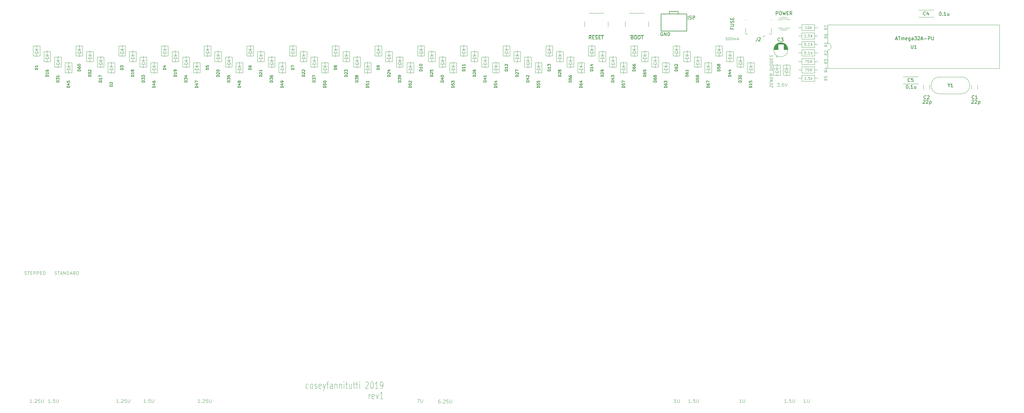
<source format=gbr>
G04 #@! TF.GenerationSoftware,KiCad,Pcbnew,(5.1.5)-3*
G04 #@! TF.CreationDate,2020-02-02T09:21:11-06:00*
G04 #@! TF.ProjectId,USB Screw MOD,55534220-5363-4726-9577-204d4f442e6b,rev?*
G04 #@! TF.SameCoordinates,Original*
G04 #@! TF.FileFunction,Legend,Top*
G04 #@! TF.FilePolarity,Positive*
%FSLAX46Y46*%
G04 Gerber Fmt 4.6, Leading zero omitted, Abs format (unit mm)*
G04 Created by KiCad (PCBNEW (5.1.5)-3) date 2020-02-02 09:21:11*
%MOMM*%
%LPD*%
G04 APERTURE LIST*
%ADD10C,0.100000*%
%ADD11C,0.120000*%
%ADD12C,0.150000*%
%ADD13C,0.075000*%
%ADD14C,0.200000*%
%ADD15C,0.203200*%
G04 APERTURE END LIST*
D10*
X268571435Y-65993549D02*
X268190483Y-65993549D01*
X268152388Y-66374502D01*
X268190483Y-66336406D01*
X268266674Y-66298311D01*
X268457150Y-66298311D01*
X268533340Y-66336406D01*
X268571435Y-66374502D01*
X268609531Y-66450692D01*
X268609531Y-66641168D01*
X268571435Y-66717359D01*
X268533340Y-66755454D01*
X268457150Y-66793549D01*
X268266674Y-66793549D01*
X268190483Y-66755454D01*
X268152388Y-66717359D01*
X269104769Y-65993549D02*
X269180959Y-65993549D01*
X269257150Y-66031645D01*
X269295245Y-66069740D01*
X269333340Y-66145930D01*
X269371435Y-66298311D01*
X269371435Y-66488787D01*
X269333340Y-66641168D01*
X269295245Y-66717359D01*
X269257150Y-66755454D01*
X269180959Y-66793549D01*
X269104769Y-66793549D01*
X269028578Y-66755454D01*
X268990483Y-66717359D01*
X268952388Y-66641168D01*
X268914293Y-66488787D01*
X268914293Y-66298311D01*
X268952388Y-66145930D01*
X268990483Y-66069740D01*
X269028578Y-66031645D01*
X269104769Y-65993549D01*
X269866674Y-65993549D02*
X269942864Y-65993549D01*
X270019055Y-66031645D01*
X270057150Y-66069740D01*
X270095245Y-66145930D01*
X270133340Y-66298311D01*
X270133340Y-66488787D01*
X270095245Y-66641168D01*
X270057150Y-66717359D01*
X270019055Y-66755454D01*
X269942864Y-66793549D01*
X269866674Y-66793549D01*
X269790483Y-66755454D01*
X269752388Y-66717359D01*
X269714293Y-66641168D01*
X269676197Y-66488787D01*
X269676197Y-66298311D01*
X269714293Y-66145930D01*
X269752388Y-66069740D01*
X269790483Y-66031645D01*
X269866674Y-65993549D01*
X270476197Y-66793549D02*
X270476197Y-66260216D01*
X270476197Y-66336406D02*
X270514293Y-66298311D01*
X270590483Y-66260216D01*
X270704769Y-66260216D01*
X270780959Y-66298311D01*
X270819055Y-66374502D01*
X270819055Y-66793549D01*
X270819055Y-66374502D02*
X270857150Y-66298311D01*
X270933340Y-66260216D01*
X271047626Y-66260216D01*
X271123816Y-66298311D01*
X271161912Y-66374502D01*
X271161912Y-66793549D01*
X271504769Y-66564978D02*
X271885721Y-66564978D01*
X271428578Y-66793549D02*
X271695245Y-65993549D01*
X271961912Y-66793549D01*
X283351445Y-79586134D02*
X283970493Y-79586134D01*
X283637159Y-79967087D01*
X283780016Y-79967087D01*
X283875255Y-80014706D01*
X283922874Y-80062325D01*
X283970493Y-80157563D01*
X283970493Y-80395658D01*
X283922874Y-80490896D01*
X283875255Y-80538515D01*
X283780016Y-80586134D01*
X283494302Y-80586134D01*
X283399064Y-80538515D01*
X283351445Y-80490896D01*
X284399064Y-80490896D02*
X284446683Y-80538515D01*
X284399064Y-80586134D01*
X284351445Y-80538515D01*
X284399064Y-80490896D01*
X284399064Y-80586134D01*
X285303826Y-79586134D02*
X285113350Y-79586134D01*
X285018112Y-79633754D01*
X284970493Y-79681373D01*
X284875255Y-79824230D01*
X284827636Y-80014706D01*
X284827636Y-80395658D01*
X284875255Y-80490896D01*
X284922874Y-80538515D01*
X285018112Y-80586134D01*
X285208588Y-80586134D01*
X285303826Y-80538515D01*
X285351445Y-80490896D01*
X285399064Y-80395658D01*
X285399064Y-80157563D01*
X285351445Y-80062325D01*
X285303826Y-80014706D01*
X285208588Y-79967087D01*
X285018112Y-79967087D01*
X284922874Y-80014706D01*
X284875255Y-80062325D01*
X284827636Y-80157563D01*
X285684778Y-79586134D02*
X286018112Y-80586134D01*
X286351445Y-79586134D01*
X281167640Y-80761370D02*
X281167640Y-80161370D01*
X282067640Y-80873870D01*
X282067640Y-80273870D01*
X281596212Y-79872085D02*
X281596212Y-79572085D01*
X282067640Y-79502442D02*
X282067640Y-79931013D01*
X281167640Y-79818513D01*
X281167640Y-79389942D01*
X282067640Y-79116728D02*
X281167640Y-79004228D01*
X282067640Y-78602442D01*
X281167640Y-78489942D01*
X281596212Y-78114942D02*
X281596212Y-77814942D01*
X282067640Y-77745299D02*
X282067640Y-78173870D01*
X281167640Y-78061370D01*
X281167640Y-77632799D01*
X282067640Y-76845299D02*
X281639069Y-77091728D01*
X282067640Y-77359585D02*
X281167640Y-77247085D01*
X281167640Y-76904228D01*
X281210498Y-76823870D01*
X281253355Y-76786370D01*
X281339069Y-76754228D01*
X281467640Y-76770299D01*
X281553355Y-76823870D01*
X281596212Y-76872085D01*
X281639069Y-76963156D01*
X281639069Y-77306013D01*
X282067640Y-75773870D02*
X281167640Y-75661370D01*
X281167640Y-75447085D01*
X281210498Y-75323870D01*
X281296212Y-75248870D01*
X281381926Y-75216728D01*
X281553355Y-75195299D01*
X281681926Y-75211370D01*
X281853355Y-75275656D01*
X281939069Y-75329228D01*
X282024783Y-75425656D01*
X282067640Y-75559585D01*
X282067640Y-75773870D01*
X282067640Y-74873870D02*
X281167640Y-74761370D01*
X281167640Y-74161370D02*
X281167640Y-73989942D01*
X281210498Y-73909585D01*
X281296212Y-73834585D01*
X281467640Y-73813156D01*
X281767640Y-73850656D01*
X281939069Y-73914942D01*
X282024783Y-74011370D01*
X282067640Y-74102442D01*
X282067640Y-74273870D01*
X282024783Y-74354228D01*
X281939069Y-74429228D01*
X281767640Y-74450656D01*
X281467640Y-74413156D01*
X281296212Y-74348870D01*
X281210498Y-74252442D01*
X281167640Y-74161370D01*
X282067640Y-73502442D02*
X281167640Y-73389942D01*
X281167640Y-73175656D01*
X281210498Y-73052442D01*
X281296212Y-72977442D01*
X281381926Y-72945299D01*
X281553355Y-72923870D01*
X281681926Y-72939942D01*
X281853355Y-73004228D01*
X281939069Y-73057799D01*
X282024783Y-73154228D01*
X282067640Y-73288156D01*
X282067640Y-73502442D01*
X281596212Y-72543513D02*
X281596212Y-72243513D01*
X282067640Y-72173870D02*
X282067640Y-72602442D01*
X281167640Y-72489942D01*
X281167640Y-72061370D01*
X282024783Y-71825656D02*
X282067640Y-71702442D01*
X282067640Y-71488156D01*
X282024783Y-71397085D01*
X281981926Y-71348870D01*
X281896212Y-71295299D01*
X281810498Y-71284585D01*
X281724783Y-71316728D01*
X281681926Y-71354228D01*
X281639069Y-71434585D01*
X281596212Y-71600656D01*
X281553355Y-71681013D01*
X281510498Y-71718513D01*
X281424783Y-71750656D01*
X281339069Y-71739942D01*
X281253355Y-71686370D01*
X281210498Y-71638156D01*
X281167640Y-71547085D01*
X281167640Y-71332799D01*
X281210498Y-71209585D01*
D11*
X285400010Y-75514666D02*
X285644982Y-75252196D01*
X286734918Y-75251812D02*
X286979890Y-74989342D01*
X282517900Y-75514282D02*
X282762872Y-75251812D01*
X283865246Y-75251812D02*
X284110218Y-74989342D01*
D12*
X228199557Y-66516574D02*
X227866223Y-66040384D01*
X227628128Y-66516574D02*
X227628128Y-65516574D01*
X228009080Y-65516574D01*
X228104318Y-65564194D01*
X228151938Y-65611813D01*
X228199557Y-65707051D01*
X228199557Y-65849908D01*
X228151938Y-65945146D01*
X228104318Y-65992765D01*
X228009080Y-66040384D01*
X227628128Y-66040384D01*
X228628128Y-65992765D02*
X228961461Y-65992765D01*
X229104318Y-66516574D02*
X228628128Y-66516574D01*
X228628128Y-65516574D01*
X229104318Y-65516574D01*
X229485271Y-66468955D02*
X229628128Y-66516574D01*
X229866223Y-66516574D01*
X229961461Y-66468955D01*
X230009080Y-66421336D01*
X230056699Y-66326098D01*
X230056699Y-66230860D01*
X230009080Y-66135622D01*
X229961461Y-66088003D01*
X229866223Y-66040384D01*
X229675747Y-65992765D01*
X229580509Y-65945146D01*
X229532890Y-65897527D01*
X229485271Y-65802289D01*
X229485271Y-65707051D01*
X229532890Y-65611813D01*
X229580509Y-65564194D01*
X229675747Y-65516574D01*
X229913842Y-65516574D01*
X230056699Y-65564194D01*
X230485271Y-65992765D02*
X230818604Y-65992765D01*
X230961461Y-66516574D02*
X230485271Y-66516574D01*
X230485271Y-65516574D01*
X230961461Y-65516574D01*
X231247176Y-65516574D02*
X231818604Y-65516574D01*
X231532890Y-66516574D02*
X231532890Y-65516574D01*
X283095546Y-59326064D02*
X283095546Y-58326064D01*
X283476498Y-58326064D01*
X283571736Y-58373684D01*
X283619355Y-58421303D01*
X283666974Y-58516541D01*
X283666974Y-58659398D01*
X283619355Y-58754636D01*
X283571736Y-58802255D01*
X283476498Y-58849874D01*
X283095546Y-58849874D01*
X284286022Y-58326064D02*
X284476498Y-58326064D01*
X284571736Y-58373684D01*
X284666974Y-58468922D01*
X284714593Y-58659398D01*
X284714593Y-58992731D01*
X284666974Y-59183207D01*
X284571736Y-59278445D01*
X284476498Y-59326064D01*
X284286022Y-59326064D01*
X284190784Y-59278445D01*
X284095546Y-59183207D01*
X284047927Y-58992731D01*
X284047927Y-58659398D01*
X284095546Y-58468922D01*
X284190784Y-58373684D01*
X284286022Y-58326064D01*
X285047927Y-58326064D02*
X285286022Y-59326064D01*
X285476498Y-58611779D01*
X285666974Y-59326064D01*
X285905070Y-58326064D01*
X286286022Y-58802255D02*
X286619355Y-58802255D01*
X286762212Y-59326064D02*
X286286022Y-59326064D01*
X286286022Y-58326064D01*
X286762212Y-58326064D01*
X287762212Y-59326064D02*
X287428879Y-58849874D01*
X287190784Y-59326064D02*
X287190784Y-58326064D01*
X287571736Y-58326064D01*
X287666974Y-58373684D01*
X287714593Y-58421303D01*
X287762212Y-58516541D01*
X287762212Y-58659398D01*
X287714593Y-58754636D01*
X287666974Y-58802255D01*
X287571736Y-58849874D01*
X287190784Y-58849874D01*
X249414796Y-64566827D02*
X249319558Y-64519207D01*
X249176701Y-64519207D01*
X249033843Y-64566827D01*
X248938605Y-64662065D01*
X248890986Y-64757303D01*
X248843367Y-64947779D01*
X248843367Y-65090636D01*
X248890986Y-65281112D01*
X248938605Y-65376350D01*
X249033843Y-65471588D01*
X249176701Y-65519207D01*
X249271939Y-65519207D01*
X249414796Y-65471588D01*
X249462415Y-65423969D01*
X249462415Y-65090636D01*
X249271939Y-65090636D01*
X249890986Y-65519207D02*
X249890986Y-64519207D01*
X250462415Y-65519207D01*
X250462415Y-64519207D01*
X250938605Y-65519207D02*
X250938605Y-64519207D01*
X251176701Y-64519207D01*
X251319558Y-64566827D01*
X251414796Y-64662065D01*
X251462415Y-64757303D01*
X251510034Y-64947779D01*
X251510034Y-65090636D01*
X251462415Y-65281112D01*
X251414796Y-65376350D01*
X251319558Y-65471588D01*
X251176701Y-65519207D01*
X250938605Y-65519207D01*
X256969474Y-60637358D02*
X256969474Y-59637358D01*
X257398045Y-60589739D02*
X257540903Y-60637358D01*
X257778998Y-60637358D01*
X257874236Y-60589739D01*
X257921855Y-60542120D01*
X257969474Y-60446882D01*
X257969474Y-60351644D01*
X257921855Y-60256406D01*
X257874236Y-60208787D01*
X257778998Y-60161168D01*
X257588522Y-60113549D01*
X257493284Y-60065930D01*
X257445665Y-60018311D01*
X257398045Y-59923073D01*
X257398045Y-59827835D01*
X257445665Y-59732597D01*
X257493284Y-59684978D01*
X257588522Y-59637358D01*
X257826617Y-59637358D01*
X257969474Y-59684978D01*
X258398045Y-60637358D02*
X258398045Y-59637358D01*
X258778998Y-59637358D01*
X258874236Y-59684978D01*
X258921855Y-59732597D01*
X258969474Y-59827835D01*
X258969474Y-59970692D01*
X258921855Y-60065930D01*
X258874236Y-60113549D01*
X258778998Y-60161168D01*
X258398045Y-60161168D01*
D10*
X291862585Y-70192989D02*
X291481633Y-70192989D01*
X291443538Y-70573942D01*
X291481633Y-70535846D01*
X291557823Y-70497751D01*
X291748299Y-70497751D01*
X291824490Y-70535846D01*
X291862585Y-70573942D01*
X291900680Y-70650132D01*
X291900680Y-70840608D01*
X291862585Y-70916799D01*
X291824490Y-70954894D01*
X291748299Y-70992989D01*
X291557823Y-70992989D01*
X291481633Y-70954894D01*
X291443538Y-70916799D01*
X292243538Y-70916799D02*
X292281633Y-70954894D01*
X292243538Y-70992989D01*
X292205442Y-70954894D01*
X292243538Y-70916799D01*
X292243538Y-70992989D01*
X293043538Y-70992989D02*
X292586395Y-70992989D01*
X292814966Y-70992989D02*
X292814966Y-70192989D01*
X292738776Y-70307275D01*
X292662585Y-70383465D01*
X292586395Y-70421561D01*
X293386395Y-70992989D02*
X293386395Y-70192989D01*
X293843538Y-70992989D02*
X293500680Y-70535846D01*
X293843538Y-70192989D02*
X293386395Y-70650132D01*
X291862585Y-67639536D02*
X291481633Y-67639536D01*
X291443538Y-68020489D01*
X291481633Y-67982393D01*
X291557823Y-67944298D01*
X291748299Y-67944298D01*
X291824490Y-67982393D01*
X291862585Y-68020489D01*
X291900680Y-68096679D01*
X291900680Y-68287155D01*
X291862585Y-68363346D01*
X291824490Y-68401441D01*
X291748299Y-68439536D01*
X291557823Y-68439536D01*
X291481633Y-68401441D01*
X291443538Y-68363346D01*
X292243538Y-68363346D02*
X292281633Y-68401441D01*
X292243538Y-68439536D01*
X292205442Y-68401441D01*
X292243538Y-68363346D01*
X292243538Y-68439536D01*
X293043538Y-68439536D02*
X292586395Y-68439536D01*
X292814966Y-68439536D02*
X292814966Y-67639536D01*
X292738776Y-67753822D01*
X292662585Y-67830012D01*
X292586395Y-67868108D01*
X293386395Y-68439536D02*
X293386395Y-67639536D01*
X293843538Y-68439536D02*
X293500680Y-67982393D01*
X293843538Y-67639536D02*
X293386395Y-68096679D01*
X291851210Y-174478614D02*
X291279782Y-174478614D01*
X291565496Y-174478614D02*
X291565496Y-173478614D01*
X291470258Y-173621472D01*
X291375020Y-173716710D01*
X291279782Y-173764329D01*
X292279782Y-173478614D02*
X292279782Y-174288138D01*
X292327401Y-174383376D01*
X292375020Y-174430995D01*
X292470258Y-174478614D01*
X292660734Y-174478614D01*
X292755972Y-174430995D01*
X292803591Y-174383376D01*
X292851210Y-174288138D01*
X292851210Y-173478614D01*
X272760892Y-174478614D02*
X272189464Y-174478614D01*
X272475178Y-174478614D02*
X272475178Y-173478614D01*
X272379940Y-173621472D01*
X272284702Y-173716710D01*
X272189464Y-173764329D01*
X273189464Y-173478614D02*
X273189464Y-174288138D01*
X273237083Y-174383376D01*
X273284702Y-174430995D01*
X273379940Y-174478614D01*
X273570416Y-174478614D01*
X273665654Y-174430995D01*
X273713273Y-174383376D01*
X273760892Y-174288138D01*
X273760892Y-173478614D01*
X253350650Y-174478614D02*
X252779222Y-174478614D01*
X253064936Y-174478614D02*
X253064936Y-173478614D01*
X252969698Y-173621472D01*
X252874460Y-173716710D01*
X252779222Y-173764329D01*
X253779222Y-173478614D02*
X253779222Y-174288138D01*
X253826841Y-174383376D01*
X253874460Y-174430995D01*
X253969698Y-174478614D01*
X254160174Y-174478614D01*
X254255412Y-174430995D01*
X254303031Y-174383376D01*
X254350650Y-174288138D01*
X254350650Y-173478614D01*
X68976474Y-136426063D02*
X69119332Y-136473682D01*
X69357427Y-136473682D01*
X69452665Y-136426063D01*
X69500284Y-136378444D01*
X69547903Y-136283206D01*
X69547903Y-136187968D01*
X69500284Y-136092730D01*
X69452665Y-136045111D01*
X69357427Y-135997492D01*
X69166951Y-135949873D01*
X69071713Y-135902254D01*
X69024094Y-135854635D01*
X68976474Y-135759397D01*
X68976474Y-135664159D01*
X69024094Y-135568921D01*
X69071713Y-135521302D01*
X69166951Y-135473682D01*
X69405046Y-135473682D01*
X69547903Y-135521302D01*
X69833617Y-135473682D02*
X70405046Y-135473682D01*
X70119332Y-136473682D02*
X70119332Y-135473682D01*
X70690760Y-136187968D02*
X71166951Y-136187968D01*
X70595522Y-136473682D02*
X70928855Y-135473682D01*
X71262189Y-136473682D01*
X71595522Y-136473682D02*
X71595522Y-135473682D01*
X72166951Y-136473682D01*
X72166951Y-135473682D01*
X72643141Y-136473682D02*
X72643141Y-135473682D01*
X72881236Y-135473682D01*
X73024094Y-135521302D01*
X73119332Y-135616540D01*
X73166951Y-135711778D01*
X73214570Y-135902254D01*
X73214570Y-136045111D01*
X73166951Y-136235587D01*
X73119332Y-136330825D01*
X73024094Y-136426063D01*
X72881236Y-136473682D01*
X72643141Y-136473682D01*
X73595522Y-136187968D02*
X74071713Y-136187968D01*
X73500284Y-136473682D02*
X73833617Y-135473682D01*
X74166951Y-136473682D01*
X75071713Y-136473682D02*
X74738379Y-135997492D01*
X74500284Y-136473682D02*
X74500284Y-135473682D01*
X74881236Y-135473682D01*
X74976474Y-135521302D01*
X75024094Y-135568921D01*
X75071713Y-135664159D01*
X75071713Y-135807016D01*
X75024094Y-135902254D01*
X74976474Y-135949873D01*
X74881236Y-135997492D01*
X74500284Y-135997492D01*
X75500284Y-136473682D02*
X75500284Y-135473682D01*
X75738379Y-135473682D01*
X75881236Y-135521302D01*
X75976474Y-135616540D01*
X76024094Y-135711778D01*
X76071713Y-135902254D01*
X76071713Y-136045111D01*
X76024094Y-136235587D01*
X75976474Y-136330825D01*
X75881236Y-136426063D01*
X75738379Y-136473682D01*
X75500284Y-136473682D01*
X60056418Y-136426063D02*
X60199275Y-136473682D01*
X60437370Y-136473682D01*
X60532608Y-136426063D01*
X60580227Y-136378444D01*
X60627847Y-136283206D01*
X60627847Y-136187968D01*
X60580227Y-136092730D01*
X60532608Y-136045111D01*
X60437370Y-135997492D01*
X60246894Y-135949873D01*
X60151656Y-135902254D01*
X60104037Y-135854635D01*
X60056418Y-135759397D01*
X60056418Y-135664159D01*
X60104037Y-135568921D01*
X60151656Y-135521302D01*
X60246894Y-135473682D01*
X60484989Y-135473682D01*
X60627847Y-135521302D01*
X60913561Y-135473682D02*
X61484989Y-135473682D01*
X61199275Y-136473682D02*
X61199275Y-135473682D01*
X61818323Y-135949873D02*
X62151656Y-135949873D01*
X62294513Y-136473682D02*
X61818323Y-136473682D01*
X61818323Y-135473682D01*
X62294513Y-135473682D01*
X62723085Y-136473682D02*
X62723085Y-135473682D01*
X63104037Y-135473682D01*
X63199275Y-135521302D01*
X63246894Y-135568921D01*
X63294513Y-135664159D01*
X63294513Y-135807016D01*
X63246894Y-135902254D01*
X63199275Y-135949873D01*
X63104037Y-135997492D01*
X62723085Y-135997492D01*
X63723085Y-136473682D02*
X63723085Y-135473682D01*
X64104037Y-135473682D01*
X64199275Y-135521302D01*
X64246894Y-135568921D01*
X64294513Y-135664159D01*
X64294513Y-135807016D01*
X64246894Y-135902254D01*
X64199275Y-135949873D01*
X64104037Y-135997492D01*
X63723085Y-135997492D01*
X64723085Y-135949873D02*
X65056418Y-135949873D01*
X65199275Y-136473682D02*
X64723085Y-136473682D01*
X64723085Y-135473682D01*
X65199275Y-135473682D01*
X65627847Y-136473682D02*
X65627847Y-135473682D01*
X65865942Y-135473682D01*
X66008799Y-135521302D01*
X66104037Y-135616540D01*
X66151656Y-135711778D01*
X66199275Y-135902254D01*
X66199275Y-136045111D01*
X66151656Y-136235587D01*
X66104037Y-136330825D01*
X66008799Y-136426063D01*
X65865942Y-136473682D01*
X65627847Y-136473682D01*
X286110604Y-174478614D02*
X285539175Y-174478614D01*
X285824889Y-174478614D02*
X285824889Y-173478614D01*
X285729651Y-173621472D01*
X285634413Y-173716710D01*
X285539175Y-173764329D01*
X286539175Y-174383376D02*
X286586794Y-174430995D01*
X286539175Y-174478614D01*
X286491556Y-174430995D01*
X286539175Y-174383376D01*
X286539175Y-174478614D01*
X287491556Y-173478614D02*
X287015365Y-173478614D01*
X286967746Y-173954805D01*
X287015365Y-173907186D01*
X287110604Y-173859567D01*
X287348699Y-173859567D01*
X287443937Y-173907186D01*
X287491556Y-173954805D01*
X287539175Y-174050043D01*
X287539175Y-174288138D01*
X287491556Y-174383376D01*
X287443937Y-174430995D01*
X287348699Y-174478614D01*
X287110604Y-174478614D01*
X287015365Y-174430995D01*
X286967746Y-174383376D01*
X287967746Y-173478614D02*
X287967746Y-174288138D01*
X288015365Y-174383376D01*
X288062985Y-174430995D01*
X288158223Y-174478614D01*
X288348699Y-174478614D01*
X288443937Y-174430995D01*
X288491556Y-174383376D01*
X288539175Y-174288138D01*
X288539175Y-173478614D01*
X257623200Y-174478614D02*
X257051771Y-174478614D01*
X257337485Y-174478614D02*
X257337485Y-173478614D01*
X257242247Y-173621472D01*
X257147009Y-173716710D01*
X257051771Y-173764329D01*
X258051771Y-174383376D02*
X258099390Y-174430995D01*
X258051771Y-174478614D01*
X258004152Y-174430995D01*
X258051771Y-174383376D01*
X258051771Y-174478614D01*
X259004152Y-173478614D02*
X258527961Y-173478614D01*
X258480342Y-173954805D01*
X258527961Y-173907186D01*
X258623200Y-173859567D01*
X258861295Y-173859567D01*
X258956533Y-173907186D01*
X259004152Y-173954805D01*
X259051771Y-174050043D01*
X259051771Y-174288138D01*
X259004152Y-174383376D01*
X258956533Y-174430995D01*
X258861295Y-174478614D01*
X258623200Y-174478614D01*
X258527961Y-174430995D01*
X258480342Y-174383376D01*
X259480342Y-173478614D02*
X259480342Y-174288138D01*
X259527961Y-174383376D01*
X259575581Y-174430995D01*
X259670819Y-174478614D01*
X259861295Y-174478614D01*
X259956533Y-174430995D01*
X260004152Y-174383376D01*
X260051771Y-174288138D01*
X260051771Y-173478614D01*
X95980958Y-174478614D02*
X95409529Y-174478614D01*
X95695243Y-174478614D02*
X95695243Y-173478614D01*
X95600005Y-173621472D01*
X95504767Y-173716710D01*
X95409529Y-173764329D01*
X96409529Y-174383376D02*
X96457148Y-174430995D01*
X96409529Y-174478614D01*
X96361910Y-174430995D01*
X96409529Y-174383376D01*
X96409529Y-174478614D01*
X97361910Y-173478614D02*
X96885719Y-173478614D01*
X96838100Y-173954805D01*
X96885719Y-173907186D01*
X96980958Y-173859567D01*
X97219053Y-173859567D01*
X97314291Y-173907186D01*
X97361910Y-173954805D01*
X97409529Y-174050043D01*
X97409529Y-174288138D01*
X97361910Y-174383376D01*
X97314291Y-174430995D01*
X97219053Y-174478614D01*
X96980958Y-174478614D01*
X96885719Y-174430995D01*
X96838100Y-174383376D01*
X97838100Y-173478614D02*
X97838100Y-174288138D01*
X97885719Y-174383376D01*
X97933339Y-174430995D01*
X98028577Y-174478614D01*
X98219053Y-174478614D01*
X98314291Y-174430995D01*
X98361910Y-174383376D01*
X98409529Y-174288138D01*
X98409529Y-173478614D01*
X67634738Y-174478614D02*
X67063309Y-174478614D01*
X67349023Y-174478614D02*
X67349023Y-173478614D01*
X67253785Y-173621472D01*
X67158547Y-173716710D01*
X67063309Y-173764329D01*
X68063309Y-174383376D02*
X68110928Y-174430995D01*
X68063309Y-174478614D01*
X68015690Y-174430995D01*
X68063309Y-174383376D01*
X68063309Y-174478614D01*
X69015690Y-173478614D02*
X68539499Y-173478614D01*
X68491880Y-173954805D01*
X68539499Y-173907186D01*
X68634738Y-173859567D01*
X68872833Y-173859567D01*
X68968071Y-173907186D01*
X69015690Y-173954805D01*
X69063309Y-174050043D01*
X69063309Y-174288138D01*
X69015690Y-174383376D01*
X68968071Y-174430995D01*
X68872833Y-174478614D01*
X68634738Y-174478614D01*
X68539499Y-174430995D01*
X68491880Y-174383376D01*
X69491880Y-173478614D02*
X69491880Y-174288138D01*
X69539499Y-174383376D01*
X69587119Y-174430995D01*
X69682357Y-174478614D01*
X69872833Y-174478614D01*
X69968071Y-174430995D01*
X70015690Y-174383376D01*
X70063309Y-174288138D01*
X70063309Y-173478614D01*
X112040062Y-174478614D02*
X111468634Y-174478614D01*
X111754348Y-174478614D02*
X111754348Y-173478614D01*
X111659110Y-173621472D01*
X111563872Y-173716710D01*
X111468634Y-173764329D01*
X112468634Y-174383376D02*
X112516253Y-174430995D01*
X112468634Y-174478614D01*
X112421014Y-174430995D01*
X112468634Y-174383376D01*
X112468634Y-174478614D01*
X112897205Y-173573853D02*
X112944824Y-173526234D01*
X113040062Y-173478614D01*
X113278157Y-173478614D01*
X113373395Y-173526234D01*
X113421014Y-173573853D01*
X113468634Y-173669091D01*
X113468634Y-173764329D01*
X113421014Y-173907186D01*
X112849586Y-174478614D01*
X113468634Y-174478614D01*
X114373395Y-173478614D02*
X113897205Y-173478614D01*
X113849586Y-173954805D01*
X113897205Y-173907186D01*
X113992443Y-173859567D01*
X114230538Y-173859567D01*
X114325776Y-173907186D01*
X114373395Y-173954805D01*
X114421014Y-174050043D01*
X114421014Y-174288138D01*
X114373395Y-174383376D01*
X114325776Y-174430995D01*
X114230538Y-174478614D01*
X113992443Y-174478614D01*
X113897205Y-174430995D01*
X113849586Y-174383376D01*
X114849586Y-173478614D02*
X114849586Y-174288138D01*
X114897205Y-174383376D01*
X114944824Y-174430995D01*
X115040062Y-174478614D01*
X115230538Y-174478614D01*
X115325776Y-174430995D01*
X115373395Y-174383376D01*
X115421014Y-174288138D01*
X115421014Y-173478614D01*
X87893282Y-174478614D02*
X87321854Y-174478614D01*
X87607568Y-174478614D02*
X87607568Y-173478614D01*
X87512330Y-173621472D01*
X87417092Y-173716710D01*
X87321854Y-173764329D01*
X88321854Y-174383376D02*
X88369473Y-174430995D01*
X88321854Y-174478614D01*
X88274234Y-174430995D01*
X88321854Y-174383376D01*
X88321854Y-174478614D01*
X88750425Y-173573853D02*
X88798044Y-173526234D01*
X88893282Y-173478614D01*
X89131377Y-173478614D01*
X89226615Y-173526234D01*
X89274234Y-173573853D01*
X89321854Y-173669091D01*
X89321854Y-173764329D01*
X89274234Y-173907186D01*
X88702806Y-174478614D01*
X89321854Y-174478614D01*
X90226615Y-173478614D02*
X89750425Y-173478614D01*
X89702806Y-173954805D01*
X89750425Y-173907186D01*
X89845663Y-173859567D01*
X90083758Y-173859567D01*
X90178996Y-173907186D01*
X90226615Y-173954805D01*
X90274234Y-174050043D01*
X90274234Y-174288138D01*
X90226615Y-174383376D01*
X90178996Y-174430995D01*
X90083758Y-174478614D01*
X89845663Y-174478614D01*
X89750425Y-174430995D01*
X89702806Y-174383376D01*
X90702806Y-173478614D02*
X90702806Y-174288138D01*
X90750425Y-174383376D01*
X90798044Y-174430995D01*
X90893282Y-174478614D01*
X91083758Y-174478614D01*
X91178996Y-174430995D01*
X91226615Y-174383376D01*
X91274234Y-174288138D01*
X91274234Y-173478614D01*
X62224205Y-174478614D02*
X61652777Y-174478614D01*
X61938491Y-174478614D02*
X61938491Y-173478614D01*
X61843253Y-173621472D01*
X61748015Y-173716710D01*
X61652777Y-173764329D01*
X62652777Y-174383376D02*
X62700396Y-174430995D01*
X62652777Y-174478614D01*
X62605157Y-174430995D01*
X62652777Y-174383376D01*
X62652777Y-174478614D01*
X63081348Y-173573853D02*
X63128967Y-173526234D01*
X63224205Y-173478614D01*
X63462300Y-173478614D01*
X63557538Y-173526234D01*
X63605157Y-173573853D01*
X63652777Y-173669091D01*
X63652777Y-173764329D01*
X63605157Y-173907186D01*
X63033729Y-174478614D01*
X63652777Y-174478614D01*
X64557538Y-173478614D02*
X64081348Y-173478614D01*
X64033729Y-173954805D01*
X64081348Y-173907186D01*
X64176586Y-173859567D01*
X64414681Y-173859567D01*
X64509919Y-173907186D01*
X64557538Y-173954805D01*
X64605157Y-174050043D01*
X64605157Y-174288138D01*
X64557538Y-174383376D01*
X64509919Y-174430995D01*
X64414681Y-174478614D01*
X64176586Y-174478614D01*
X64081348Y-174430995D01*
X64033729Y-174383376D01*
X65033729Y-173478614D02*
X65033729Y-174288138D01*
X65081348Y-174383376D01*
X65128967Y-174430995D01*
X65224205Y-174478614D01*
X65414681Y-174478614D01*
X65509919Y-174430995D01*
X65557538Y-174383376D01*
X65605157Y-174288138D01*
X65605157Y-173478614D01*
D13*
X144238814Y-170185401D02*
X144095957Y-170280639D01*
X143810243Y-170280639D01*
X143667386Y-170185401D01*
X143595957Y-170090163D01*
X143524528Y-169899687D01*
X143524528Y-169328258D01*
X143595957Y-169137782D01*
X143667386Y-169042544D01*
X143810243Y-168947306D01*
X144095957Y-168947306D01*
X144238814Y-169042544D01*
X145095957Y-170280639D02*
X144953100Y-170185401D01*
X144881671Y-170090163D01*
X144810243Y-169899687D01*
X144810243Y-169328258D01*
X144881671Y-169137782D01*
X144953100Y-169042544D01*
X145095957Y-168947306D01*
X145310243Y-168947306D01*
X145453100Y-169042544D01*
X145524528Y-169137782D01*
X145595957Y-169328258D01*
X145595957Y-169899687D01*
X145524528Y-170090163D01*
X145453100Y-170185401D01*
X145310243Y-170280639D01*
X145095957Y-170280639D01*
X146167386Y-170185401D02*
X146310243Y-170280639D01*
X146595957Y-170280639D01*
X146738814Y-170185401D01*
X146810243Y-169994925D01*
X146810243Y-169899687D01*
X146738814Y-169709211D01*
X146595957Y-169613973D01*
X146381671Y-169613973D01*
X146238814Y-169518735D01*
X146167386Y-169328258D01*
X146167386Y-169233020D01*
X146238814Y-169042544D01*
X146381671Y-168947306D01*
X146595957Y-168947306D01*
X146738814Y-169042544D01*
X148024528Y-170185401D02*
X147881671Y-170280639D01*
X147595957Y-170280639D01*
X147453100Y-170185401D01*
X147381671Y-169994925D01*
X147381671Y-169233020D01*
X147453100Y-169042544D01*
X147595957Y-168947306D01*
X147881671Y-168947306D01*
X148024528Y-169042544D01*
X148095957Y-169233020D01*
X148095957Y-169423497D01*
X147381671Y-169613973D01*
X148595957Y-168947306D02*
X148953100Y-170280639D01*
X149310243Y-168947306D02*
X148953100Y-170280639D01*
X148810243Y-170756830D01*
X148738814Y-170852068D01*
X148595957Y-170947306D01*
X149667386Y-168947306D02*
X150238814Y-168947306D01*
X149881671Y-170280639D02*
X149881671Y-168566354D01*
X149953100Y-168375878D01*
X150095957Y-168280639D01*
X150238814Y-168280639D01*
X151381671Y-170280639D02*
X151381671Y-169233020D01*
X151310243Y-169042544D01*
X151167386Y-168947306D01*
X150881671Y-168947306D01*
X150738814Y-169042544D01*
X151381671Y-170185401D02*
X151238814Y-170280639D01*
X150881671Y-170280639D01*
X150738814Y-170185401D01*
X150667386Y-169994925D01*
X150667386Y-169804449D01*
X150738814Y-169613973D01*
X150881671Y-169518735D01*
X151238814Y-169518735D01*
X151381671Y-169423497D01*
X152095957Y-168947306D02*
X152095957Y-170280639D01*
X152095957Y-169137782D02*
X152167386Y-169042544D01*
X152310243Y-168947306D01*
X152524528Y-168947306D01*
X152667386Y-169042544D01*
X152738814Y-169233020D01*
X152738814Y-170280639D01*
X153453100Y-168947306D02*
X153453100Y-170280639D01*
X153453100Y-169137782D02*
X153524528Y-169042544D01*
X153667386Y-168947306D01*
X153881671Y-168947306D01*
X154024528Y-169042544D01*
X154095957Y-169233020D01*
X154095957Y-170280639D01*
X154810243Y-170280639D02*
X154810243Y-168947306D01*
X154810243Y-168280639D02*
X154738814Y-168375878D01*
X154810243Y-168471116D01*
X154881671Y-168375878D01*
X154810243Y-168280639D01*
X154810243Y-168471116D01*
X155310243Y-168947306D02*
X155881671Y-168947306D01*
X155524528Y-168280639D02*
X155524528Y-169994925D01*
X155595957Y-170185401D01*
X155738814Y-170280639D01*
X155881671Y-170280639D01*
X157024528Y-168947306D02*
X157024528Y-170280639D01*
X156381671Y-168947306D02*
X156381671Y-169994925D01*
X156453100Y-170185401D01*
X156595957Y-170280639D01*
X156810243Y-170280639D01*
X156953100Y-170185401D01*
X157024528Y-170090163D01*
X157524528Y-168947306D02*
X158095957Y-168947306D01*
X157738814Y-168280639D02*
X157738814Y-169994925D01*
X157810243Y-170185401D01*
X157953100Y-170280639D01*
X158095957Y-170280639D01*
X158381671Y-168947306D02*
X158953100Y-168947306D01*
X158595957Y-168280639D02*
X158595957Y-169994925D01*
X158667386Y-170185401D01*
X158810243Y-170280639D01*
X158953100Y-170280639D01*
X159453100Y-170280639D02*
X159453100Y-168947306D01*
X159453100Y-168280639D02*
X159381671Y-168375878D01*
X159453100Y-168471116D01*
X159524528Y-168375878D01*
X159453100Y-168280639D01*
X159453100Y-168471116D01*
X161238814Y-168471116D02*
X161310243Y-168375878D01*
X161453100Y-168280639D01*
X161810243Y-168280639D01*
X161953100Y-168375878D01*
X162024528Y-168471116D01*
X162095957Y-168661592D01*
X162095957Y-168852068D01*
X162024528Y-169137782D01*
X161167386Y-170280639D01*
X162095957Y-170280639D01*
X163024528Y-168280639D02*
X163167386Y-168280639D01*
X163310243Y-168375878D01*
X163381671Y-168471116D01*
X163453100Y-168661592D01*
X163524528Y-169042544D01*
X163524528Y-169518735D01*
X163453100Y-169899687D01*
X163381671Y-170090163D01*
X163310243Y-170185401D01*
X163167386Y-170280639D01*
X163024528Y-170280639D01*
X162881671Y-170185401D01*
X162810243Y-170090163D01*
X162738814Y-169899687D01*
X162667386Y-169518735D01*
X162667386Y-169042544D01*
X162738814Y-168661592D01*
X162810243Y-168471116D01*
X162881671Y-168375878D01*
X163024528Y-168280639D01*
X164953100Y-170280639D02*
X164095957Y-170280639D01*
X164524528Y-170280639D02*
X164524528Y-168280639D01*
X164381671Y-168566354D01*
X164238814Y-168756830D01*
X164095957Y-168852068D01*
X165667386Y-170280639D02*
X165953100Y-170280639D01*
X166095957Y-170185401D01*
X166167386Y-170090163D01*
X166310243Y-169804449D01*
X166381671Y-169423497D01*
X166381671Y-168661592D01*
X166310243Y-168471116D01*
X166238814Y-168375878D01*
X166095957Y-168280639D01*
X165810243Y-168280639D01*
X165667386Y-168375878D01*
X165595957Y-168471116D01*
X165524528Y-168661592D01*
X165524528Y-169137782D01*
X165595957Y-169328258D01*
X165667386Y-169423497D01*
X165810243Y-169518735D01*
X166095957Y-169518735D01*
X166238814Y-169423497D01*
X166310243Y-169328258D01*
X166381671Y-169137782D01*
X162238814Y-173355639D02*
X162238814Y-172022306D01*
X162238814Y-172403258D02*
X162310243Y-172212782D01*
X162381671Y-172117544D01*
X162524528Y-172022306D01*
X162667386Y-172022306D01*
X163738814Y-173260401D02*
X163595957Y-173355639D01*
X163310243Y-173355639D01*
X163167386Y-173260401D01*
X163095957Y-173069925D01*
X163095957Y-172308020D01*
X163167386Y-172117544D01*
X163310243Y-172022306D01*
X163595957Y-172022306D01*
X163738814Y-172117544D01*
X163810243Y-172308020D01*
X163810243Y-172498497D01*
X163095957Y-172688973D01*
X164310243Y-172022306D02*
X164667386Y-173355639D01*
X165024528Y-172022306D01*
X166381671Y-173355639D02*
X165524528Y-173355639D01*
X165953100Y-173355639D02*
X165953100Y-171355639D01*
X165810243Y-171641354D01*
X165667386Y-171831830D01*
X165524528Y-171927068D01*
D11*
X290646316Y-69660211D02*
X290646316Y-71500211D01*
X290646316Y-71500211D02*
X294486316Y-71500211D01*
X294486316Y-71500211D02*
X294486316Y-69660211D01*
X294486316Y-69660211D02*
X290646316Y-69660211D01*
X289696316Y-70580211D02*
X290646316Y-70580211D01*
X295436316Y-70580211D02*
X294486316Y-70580211D01*
X290646316Y-67140499D02*
X290646316Y-68980499D01*
X290646316Y-68980499D02*
X294486316Y-68980499D01*
X294486316Y-68980499D02*
X294486316Y-67140499D01*
X294486316Y-67140499D02*
X290646316Y-67140499D01*
X289696316Y-68060499D02*
X290646316Y-68060499D01*
X295436316Y-68060499D02*
X294486316Y-68060499D01*
X294486316Y-79058982D02*
X294486316Y-77218982D01*
X294486316Y-77218982D02*
X290646316Y-77218982D01*
X290646316Y-77218982D02*
X290646316Y-79058982D01*
X290646316Y-79058982D02*
X294486316Y-79058982D01*
X295436316Y-78138982D02*
X294486316Y-78138982D01*
X289696316Y-78138982D02*
X290646316Y-78138982D01*
X279535000Y-65710000D02*
X279535000Y-65320000D01*
X279535000Y-65710000D02*
X279085000Y-65710000D01*
X273965000Y-65010000D02*
X274615000Y-65010000D01*
X273965000Y-63280000D02*
X273965000Y-65010000D01*
X281585000Y-60710000D02*
X281585000Y-60920000D01*
X273965000Y-60710000D02*
X273965000Y-60920000D01*
X281585000Y-63280000D02*
X281585000Y-65010000D01*
X281585000Y-65010000D02*
X280925000Y-65010000D01*
X283837716Y-63050830D02*
X283837716Y-63206830D01*
X283837716Y-60734830D02*
X283837716Y-60890830D01*
X286438846Y-63050667D02*
G75*
G02X284356755Y-63050830I-1041130J1079837D01*
G01*
X286438846Y-60890993D02*
G75*
G03X284356755Y-60890830I-1041130J-1079837D01*
G01*
X287070051Y-63049438D02*
G75*
G02X283837716Y-63206346I-1672335J1078608D01*
G01*
X287070051Y-60892222D02*
G75*
G03X283837716Y-60735314I-1672335J-1078608D01*
G01*
X298423430Y-67769182D02*
G75*
G02X298423430Y-69769182I0J-1000000D01*
G01*
X298423430Y-69769182D02*
X298423430Y-75229182D01*
X298423430Y-75229182D02*
X349343430Y-75229182D01*
X349343430Y-75229182D02*
X349343430Y-62309182D01*
X349343430Y-62309182D02*
X298423430Y-62309182D01*
X298423430Y-62309182D02*
X298423430Y-67769182D01*
D14*
X254003830Y-59070870D02*
X254003830Y-58270870D01*
X254003830Y-58270870D02*
X251453830Y-58270870D01*
X251453830Y-58270870D02*
X251453830Y-59070870D01*
D15*
X248943830Y-59080870D02*
X256563830Y-59080870D01*
X256563830Y-64160870D02*
X248943830Y-64160870D01*
X248943830Y-64160870D02*
X248943830Y-59080870D01*
X256563830Y-59080870D02*
X256563830Y-64160870D01*
D11*
X338011644Y-82781240D02*
X331611644Y-82781240D01*
X338011644Y-77731240D02*
X331611644Y-77731240D01*
X338011644Y-77731240D02*
G75*
G02X338011644Y-82781240I0J-2525000D01*
G01*
X331611644Y-77731240D02*
G75*
G03X331611644Y-82781240I0J-2525000D01*
G01*
X342826112Y-81385040D02*
X342826112Y-80127040D01*
X340986112Y-81385040D02*
X340986112Y-80127040D01*
X328600238Y-81385040D02*
X328600238Y-80127040D01*
X326760238Y-81385040D02*
X326760238Y-80127040D01*
X329895530Y-59981178D02*
X329895530Y-59996178D01*
X329895530Y-57856178D02*
X329895530Y-57871178D01*
X325355530Y-59981178D02*
X325355530Y-59996178D01*
X325355530Y-57856178D02*
X325355530Y-57871178D01*
X325355530Y-59996178D02*
X329895530Y-59996178D01*
X325355530Y-57856178D02*
X329895530Y-57856178D01*
X325241062Y-79771416D02*
X325241062Y-79786416D01*
X325241062Y-77646416D02*
X325241062Y-77661416D01*
X320701062Y-79771416D02*
X320701062Y-79786416D01*
X320701062Y-77646416D02*
X320701062Y-77661416D01*
X320701062Y-79786416D02*
X325241062Y-79786416D01*
X320701062Y-77646416D02*
X325241062Y-77646416D01*
X294486316Y-76565517D02*
X294486316Y-74725517D01*
X294486316Y-74725517D02*
X290646316Y-74725517D01*
X290646316Y-74725517D02*
X290646316Y-76565517D01*
X290646316Y-76565517D02*
X294486316Y-76565517D01*
X295436316Y-75645517D02*
X294486316Y-75645517D01*
X289696316Y-75645517D02*
X290646316Y-75645517D01*
X294486316Y-74072052D02*
X294486316Y-72232052D01*
X294486316Y-72232052D02*
X290646316Y-72232052D01*
X290646316Y-72232052D02*
X290646316Y-74072052D01*
X290646316Y-74072052D02*
X294486316Y-74072052D01*
X295436316Y-73152052D02*
X294486316Y-73152052D01*
X289696316Y-73152052D02*
X290646316Y-73152052D01*
X290646316Y-64647034D02*
X290646316Y-66487034D01*
X290646316Y-66487034D02*
X294486316Y-66487034D01*
X294486316Y-66487034D02*
X294486316Y-64647034D01*
X294486316Y-64647034D02*
X290646316Y-64647034D01*
X289696316Y-65567034D02*
X290646316Y-65567034D01*
X295436316Y-65567034D02*
X294486316Y-65567034D01*
X294486316Y-63993204D02*
X294486316Y-62153204D01*
X294486316Y-62153204D02*
X290646316Y-62153204D01*
X290646316Y-62153204D02*
X290646316Y-63993204D01*
X290646316Y-63993204D02*
X294486316Y-63993204D01*
X295436316Y-63073204D02*
X294486316Y-63073204D01*
X289696316Y-63073204D02*
X290646316Y-63073204D01*
X286597676Y-69654866D02*
G75*
G03X286597676Y-69654866I-2120000J0D01*
G01*
X285317676Y-69654866D02*
X286557676Y-69654866D01*
X282397676Y-69654866D02*
X283637676Y-69654866D01*
X285317676Y-69614866D02*
X286557676Y-69614866D01*
X282397676Y-69614866D02*
X283637676Y-69614866D01*
X285317676Y-69574866D02*
X286556676Y-69574866D01*
X282398676Y-69574866D02*
X283637676Y-69574866D01*
X282400676Y-69534866D02*
X283637676Y-69534866D01*
X285317676Y-69534866D02*
X286554676Y-69534866D01*
X282403676Y-69494866D02*
X283637676Y-69494866D01*
X285317676Y-69494866D02*
X286551676Y-69494866D01*
X282406676Y-69454866D02*
X283637676Y-69454866D01*
X285317676Y-69454866D02*
X286548676Y-69454866D01*
X282410676Y-69414866D02*
X283637676Y-69414866D01*
X285317676Y-69414866D02*
X286544676Y-69414866D01*
X282415676Y-69374866D02*
X283637676Y-69374866D01*
X285317676Y-69374866D02*
X286539676Y-69374866D01*
X282421676Y-69334866D02*
X283637676Y-69334866D01*
X285317676Y-69334866D02*
X286533676Y-69334866D01*
X282427676Y-69294866D02*
X283637676Y-69294866D01*
X285317676Y-69294866D02*
X286527676Y-69294866D01*
X282435676Y-69254866D02*
X283637676Y-69254866D01*
X285317676Y-69254866D02*
X286519676Y-69254866D01*
X282443676Y-69214866D02*
X283637676Y-69214866D01*
X285317676Y-69214866D02*
X286511676Y-69214866D01*
X282452676Y-69174866D02*
X283637676Y-69174866D01*
X285317676Y-69174866D02*
X286502676Y-69174866D01*
X282461676Y-69134866D02*
X283637676Y-69134866D01*
X285317676Y-69134866D02*
X286493676Y-69134866D01*
X282472676Y-69094866D02*
X283637676Y-69094866D01*
X285317676Y-69094866D02*
X286482676Y-69094866D01*
X282483676Y-69054866D02*
X283637676Y-69054866D01*
X285317676Y-69054866D02*
X286471676Y-69054866D01*
X282495676Y-69014866D02*
X283637676Y-69014866D01*
X285317676Y-69014866D02*
X286459676Y-69014866D01*
X282509676Y-68974866D02*
X283637676Y-68974866D01*
X285317676Y-68974866D02*
X286445676Y-68974866D01*
X282523676Y-68933866D02*
X283637676Y-68933866D01*
X285317676Y-68933866D02*
X286431676Y-68933866D01*
X282537676Y-68893866D02*
X283637676Y-68893866D01*
X285317676Y-68893866D02*
X286417676Y-68893866D01*
X282553676Y-68853866D02*
X283637676Y-68853866D01*
X285317676Y-68853866D02*
X286401676Y-68853866D01*
X282570676Y-68813866D02*
X283637676Y-68813866D01*
X285317676Y-68813866D02*
X286384676Y-68813866D01*
X282588676Y-68773866D02*
X283637676Y-68773866D01*
X285317676Y-68773866D02*
X286366676Y-68773866D01*
X282607676Y-68733866D02*
X283637676Y-68733866D01*
X285317676Y-68733866D02*
X286347676Y-68733866D01*
X282626676Y-68693866D02*
X283637676Y-68693866D01*
X285317676Y-68693866D02*
X286328676Y-68693866D01*
X282647676Y-68653866D02*
X283637676Y-68653866D01*
X285317676Y-68653866D02*
X286307676Y-68653866D01*
X282669676Y-68613866D02*
X283637676Y-68613866D01*
X285317676Y-68613866D02*
X286285676Y-68613866D01*
X282692676Y-68573866D02*
X283637676Y-68573866D01*
X285317676Y-68573866D02*
X286262676Y-68573866D01*
X282717676Y-68533866D02*
X283637676Y-68533866D01*
X285317676Y-68533866D02*
X286237676Y-68533866D01*
X282742676Y-68493866D02*
X283637676Y-68493866D01*
X285317676Y-68493866D02*
X286212676Y-68493866D01*
X282769676Y-68453866D02*
X283637676Y-68453866D01*
X285317676Y-68453866D02*
X286185676Y-68453866D01*
X282797676Y-68413866D02*
X283637676Y-68413866D01*
X285317676Y-68413866D02*
X286157676Y-68413866D01*
X282827676Y-68373866D02*
X283637676Y-68373866D01*
X285317676Y-68373866D02*
X286127676Y-68373866D01*
X282858676Y-68333866D02*
X283637676Y-68333866D01*
X285317676Y-68333866D02*
X286096676Y-68333866D01*
X282890676Y-68293866D02*
X283637676Y-68293866D01*
X285317676Y-68293866D02*
X286064676Y-68293866D01*
X282925676Y-68253866D02*
X283637676Y-68253866D01*
X285317676Y-68253866D02*
X286029676Y-68253866D01*
X282961676Y-68213866D02*
X283637676Y-68213866D01*
X285317676Y-68213866D02*
X285993676Y-68213866D01*
X282999676Y-68173866D02*
X283637676Y-68173866D01*
X285317676Y-68173866D02*
X285955676Y-68173866D01*
X283039676Y-68133866D02*
X283637676Y-68133866D01*
X285317676Y-68133866D02*
X285915676Y-68133866D01*
X283081676Y-68093866D02*
X283637676Y-68093866D01*
X285317676Y-68093866D02*
X285873676Y-68093866D01*
X283126676Y-68053866D02*
X285828676Y-68053866D01*
X283173676Y-68013866D02*
X285781676Y-68013866D01*
X283223676Y-67973866D02*
X285731676Y-67973866D01*
X283277676Y-67933866D02*
X285677676Y-67933866D01*
X283335676Y-67893866D02*
X285619676Y-67893866D01*
X283397676Y-67853866D02*
X285557676Y-67853866D01*
X283464676Y-67813866D02*
X285490676Y-67813866D01*
X283537676Y-67773866D02*
X285417676Y-67773866D01*
X283618676Y-67733866D02*
X285336676Y-67733866D01*
X283709676Y-67693866D02*
X285245676Y-67693866D01*
X283813676Y-67653866D02*
X285141676Y-67653866D01*
X283940676Y-67613866D02*
X285014676Y-67613866D01*
X284107676Y-67573866D02*
X284847676Y-67573866D01*
X283282676Y-71924667D02*
X283282676Y-71524667D01*
X283082676Y-71724667D02*
X283482676Y-71724667D01*
X245235732Y-62836074D02*
X245235732Y-61336074D01*
X243985732Y-58836074D02*
X239485732Y-58836074D01*
X238235732Y-61336074D02*
X238235732Y-62836074D01*
X239485732Y-65336074D02*
X243985732Y-65336074D01*
X233235732Y-62836074D02*
X233235732Y-61336074D01*
X231985732Y-58836074D02*
X227485732Y-58836074D01*
X226235732Y-61336074D02*
X226235732Y-62836074D01*
X227485732Y-65336074D02*
X231985732Y-65336074D01*
X62600284Y-68545612D02*
X62600284Y-71515612D01*
X64600284Y-68535612D02*
X64590284Y-71525612D01*
X62600284Y-71525612D02*
X64590284Y-71525612D01*
X63610284Y-71735612D02*
X63610284Y-70615612D01*
X63610284Y-68275612D02*
X63610284Y-69555612D01*
X62600284Y-68535612D02*
X64600284Y-68535612D01*
X63610284Y-69665612D02*
X64150284Y-70615612D01*
X63600284Y-69675612D02*
X63070284Y-70585612D01*
X63070284Y-70615612D02*
X64150284Y-70615612D01*
X63070284Y-69565612D02*
X64150284Y-69565612D01*
X72108673Y-73506199D02*
X72108673Y-76476199D01*
X74108673Y-73496199D02*
X74098673Y-76486199D01*
X72108673Y-76486199D02*
X74098673Y-76486199D01*
X73118673Y-76696199D02*
X73118673Y-75576199D01*
X73118673Y-73236199D02*
X73118673Y-74516199D01*
X72108673Y-73496199D02*
X74108673Y-73496199D01*
X73118673Y-74626199D02*
X73658673Y-75576199D01*
X73108673Y-74636199D02*
X72578673Y-75546199D01*
X72578673Y-75576199D02*
X73658673Y-75576199D01*
X72578673Y-74526199D02*
X73658673Y-74526199D01*
X84786525Y-73506199D02*
X84786525Y-76476199D01*
X86786525Y-73496199D02*
X86776525Y-76486199D01*
X84786525Y-76486199D02*
X86776525Y-76486199D01*
X85796525Y-76696199D02*
X85796525Y-75576199D01*
X85796525Y-73236199D02*
X85796525Y-74516199D01*
X84786525Y-73496199D02*
X86786525Y-73496199D01*
X85796525Y-74626199D02*
X86336525Y-75576199D01*
X85786525Y-74636199D02*
X85256525Y-75546199D01*
X85256525Y-75576199D02*
X86336525Y-75576199D01*
X85256525Y-74526199D02*
X86336525Y-74526199D01*
X87955988Y-68545612D02*
X87955988Y-71515612D01*
X89955988Y-68535612D02*
X89945988Y-71525612D01*
X87955988Y-71525612D02*
X89945988Y-71525612D01*
X88965988Y-71735612D02*
X88965988Y-70615612D01*
X88965988Y-68275612D02*
X88965988Y-69555612D01*
X87955988Y-68535612D02*
X89955988Y-68535612D01*
X88965988Y-69665612D02*
X89505988Y-70615612D01*
X88955988Y-69675612D02*
X88425988Y-70585612D01*
X88425988Y-70615612D02*
X89505988Y-70615612D01*
X88425988Y-69565612D02*
X89505988Y-69565612D01*
X100633840Y-68545612D02*
X100633840Y-71515612D01*
X102633840Y-68535612D02*
X102623840Y-71525612D01*
X100633840Y-71525612D02*
X102623840Y-71525612D01*
X101643840Y-71735612D02*
X101643840Y-70615612D01*
X101643840Y-68275612D02*
X101643840Y-69555612D01*
X100633840Y-68535612D02*
X102633840Y-68535612D01*
X101643840Y-69665612D02*
X102183840Y-70615612D01*
X101633840Y-69675612D02*
X101103840Y-70585612D01*
X101103840Y-70615612D02*
X102183840Y-70615612D01*
X101103840Y-69565612D02*
X102183840Y-69565612D01*
X113311692Y-68545612D02*
X113311692Y-71515612D01*
X115311692Y-68535612D02*
X115301692Y-71525612D01*
X113311692Y-71525612D02*
X115301692Y-71525612D01*
X114321692Y-71735612D02*
X114321692Y-70615612D01*
X114321692Y-68275612D02*
X114321692Y-69555612D01*
X113311692Y-68535612D02*
X115311692Y-68535612D01*
X114321692Y-69665612D02*
X114861692Y-70615612D01*
X114311692Y-69675612D02*
X113781692Y-70585612D01*
X113781692Y-70615612D02*
X114861692Y-70615612D01*
X113781692Y-69565612D02*
X114861692Y-69565612D01*
X125989544Y-68545612D02*
X125989544Y-71515612D01*
X127989544Y-68535612D02*
X127979544Y-71525612D01*
X125989544Y-71525612D02*
X127979544Y-71525612D01*
X126999544Y-71735612D02*
X126999544Y-70615612D01*
X126999544Y-68275612D02*
X126999544Y-69555612D01*
X125989544Y-68535612D02*
X127989544Y-68535612D01*
X126999544Y-69665612D02*
X127539544Y-70615612D01*
X126989544Y-69675612D02*
X126459544Y-70585612D01*
X126459544Y-70615612D02*
X127539544Y-70615612D01*
X126459544Y-69565612D02*
X127539544Y-69565612D01*
X138667396Y-68545612D02*
X138667396Y-71515612D01*
X140667396Y-68535612D02*
X140657396Y-71525612D01*
X138667396Y-71525612D02*
X140657396Y-71525612D01*
X139677396Y-71735612D02*
X139677396Y-70615612D01*
X139677396Y-68275612D02*
X139677396Y-69555612D01*
X138667396Y-68535612D02*
X140667396Y-68535612D01*
X139677396Y-69665612D02*
X140217396Y-70615612D01*
X139667396Y-69675612D02*
X139137396Y-70585612D01*
X139137396Y-70615612D02*
X140217396Y-70615612D01*
X139137396Y-69565612D02*
X140217396Y-69565612D01*
X151345248Y-68545612D02*
X151345248Y-71515612D01*
X153345248Y-68535612D02*
X153335248Y-71525612D01*
X151345248Y-71525612D02*
X153335248Y-71525612D01*
X152355248Y-71735612D02*
X152355248Y-70615612D01*
X152355248Y-68275612D02*
X152355248Y-69555612D01*
X151345248Y-68535612D02*
X153345248Y-68535612D01*
X152355248Y-69665612D02*
X152895248Y-70615612D01*
X152345248Y-69675612D02*
X151815248Y-70585612D01*
X151815248Y-70615612D02*
X152895248Y-70615612D01*
X151815248Y-69565612D02*
X152895248Y-69565612D01*
X164023100Y-68545612D02*
X164023100Y-71515612D01*
X166023100Y-68535612D02*
X166013100Y-71525612D01*
X164023100Y-71525612D02*
X166013100Y-71525612D01*
X165033100Y-71735612D02*
X165033100Y-70615612D01*
X165033100Y-68275612D02*
X165033100Y-69555612D01*
X164023100Y-68535612D02*
X166023100Y-68535612D01*
X165033100Y-69665612D02*
X165573100Y-70615612D01*
X165023100Y-69675612D02*
X164493100Y-70585612D01*
X164493100Y-70615612D02*
X165573100Y-70615612D01*
X164493100Y-69565612D02*
X165573100Y-69565612D01*
X176700952Y-68545612D02*
X176700952Y-71515612D01*
X178700952Y-68535612D02*
X178690952Y-71525612D01*
X176700952Y-71525612D02*
X178690952Y-71525612D01*
X177710952Y-71735612D02*
X177710952Y-70615612D01*
X177710952Y-68275612D02*
X177710952Y-69555612D01*
X176700952Y-68535612D02*
X178700952Y-68535612D01*
X177710952Y-69665612D02*
X178250952Y-70615612D01*
X177700952Y-69675612D02*
X177170952Y-70585612D01*
X177170952Y-70615612D02*
X178250952Y-70615612D01*
X177170952Y-69565612D02*
X178250952Y-69565612D01*
X189378804Y-68545612D02*
X189378804Y-71515612D01*
X191378804Y-68535612D02*
X191368804Y-71525612D01*
X189378804Y-71525612D02*
X191368804Y-71525612D01*
X190388804Y-71735612D02*
X190388804Y-70615612D01*
X190388804Y-68275612D02*
X190388804Y-69555612D01*
X189378804Y-68535612D02*
X191378804Y-68535612D01*
X190388804Y-69665612D02*
X190928804Y-70615612D01*
X190378804Y-69675612D02*
X189848804Y-70585612D01*
X189848804Y-70615612D02*
X190928804Y-70615612D01*
X189848804Y-69565612D02*
X190928804Y-69565612D01*
X202056656Y-68545612D02*
X202056656Y-71515612D01*
X204056656Y-68535612D02*
X204046656Y-71525612D01*
X202056656Y-71525612D02*
X204046656Y-71525612D01*
X203066656Y-71735612D02*
X203066656Y-70615612D01*
X203066656Y-68275612D02*
X203066656Y-69555612D01*
X202056656Y-68535612D02*
X204056656Y-68535612D01*
X203066656Y-69665612D02*
X203606656Y-70615612D01*
X203056656Y-69675612D02*
X202526656Y-70585612D01*
X202526656Y-70615612D02*
X203606656Y-70615612D01*
X202526656Y-69565612D02*
X203606656Y-69565612D01*
X214734508Y-68545612D02*
X214734508Y-71515612D01*
X216734508Y-68535612D02*
X216724508Y-71525612D01*
X214734508Y-71525612D02*
X216724508Y-71525612D01*
X215744508Y-71735612D02*
X215744508Y-70615612D01*
X215744508Y-68275612D02*
X215744508Y-69555612D01*
X214734508Y-68535612D02*
X216734508Y-68535612D01*
X215744508Y-69665612D02*
X216284508Y-70615612D01*
X215734508Y-69675612D02*
X215204508Y-70585612D01*
X215204508Y-70615612D02*
X216284508Y-70615612D01*
X215204508Y-69565612D02*
X216284508Y-69565612D01*
X227342376Y-68545612D02*
X227342376Y-71515612D01*
X229342376Y-68535612D02*
X229332376Y-71525612D01*
X227342376Y-71525612D02*
X229332376Y-71525612D01*
X228352376Y-71735612D02*
X228352376Y-70615612D01*
X228352376Y-68275612D02*
X228352376Y-69555612D01*
X227342376Y-68535612D02*
X229342376Y-68535612D01*
X228352376Y-69665612D02*
X228892376Y-70615612D01*
X228342376Y-69675612D02*
X227812376Y-70585612D01*
X227812376Y-70615612D02*
X228892376Y-70615612D01*
X227812376Y-69565612D02*
X228892376Y-69565612D01*
X274541929Y-73506199D02*
X274541929Y-76476199D01*
X276541929Y-73496199D02*
X276531929Y-76486199D01*
X274541929Y-76486199D02*
X276531929Y-76486199D01*
X275551929Y-76696199D02*
X275551929Y-75576199D01*
X275551929Y-73236199D02*
X275551929Y-74516199D01*
X274541929Y-73496199D02*
X276541929Y-73496199D01*
X275551929Y-74626199D02*
X276091929Y-75576199D01*
X275541929Y-74636199D02*
X275011929Y-75546199D01*
X275011929Y-75576199D02*
X276091929Y-75576199D01*
X275011929Y-74526199D02*
X276091929Y-74526199D01*
X65769747Y-70199141D02*
X65769747Y-73169141D01*
X67769747Y-70189141D02*
X67759747Y-73179141D01*
X65769747Y-73179141D02*
X67759747Y-73179141D01*
X66779747Y-73389141D02*
X66779747Y-72269141D01*
X66779747Y-69929141D02*
X66779747Y-71209141D01*
X65769747Y-70189141D02*
X67769747Y-70189141D01*
X66779747Y-71319141D02*
X67319747Y-72269141D01*
X66769747Y-71329141D02*
X66239747Y-72239141D01*
X66239747Y-72269141D02*
X67319747Y-72269141D01*
X66239747Y-71219141D02*
X67319747Y-71219141D01*
X81617062Y-71852670D02*
X81617062Y-74822670D01*
X83617062Y-71842670D02*
X83607062Y-74832670D01*
X81617062Y-74832670D02*
X83607062Y-74832670D01*
X82627062Y-75042670D02*
X82627062Y-73922670D01*
X82627062Y-71582670D02*
X82627062Y-72862670D01*
X81617062Y-71842670D02*
X83617062Y-71842670D01*
X82627062Y-72972670D02*
X83167062Y-73922670D01*
X82617062Y-72982670D02*
X82087062Y-73892670D01*
X82087062Y-73922670D02*
X83167062Y-73922670D01*
X82087062Y-72872670D02*
X83167062Y-72872670D01*
X91125451Y-70199141D02*
X91125451Y-73169141D01*
X93125451Y-70189141D02*
X93115451Y-73179141D01*
X91125451Y-73179141D02*
X93115451Y-73179141D01*
X92135451Y-73389141D02*
X92135451Y-72269141D01*
X92135451Y-69929141D02*
X92135451Y-71209141D01*
X91125451Y-70189141D02*
X93125451Y-70189141D01*
X92135451Y-71319141D02*
X92675451Y-72269141D01*
X92125451Y-71329141D02*
X91595451Y-72239141D01*
X91595451Y-72269141D02*
X92675451Y-72269141D01*
X91595451Y-71219141D02*
X92675451Y-71219141D01*
X103803303Y-70199141D02*
X103803303Y-73169141D01*
X105803303Y-70189141D02*
X105793303Y-73179141D01*
X103803303Y-73179141D02*
X105793303Y-73179141D01*
X104813303Y-73389141D02*
X104813303Y-72269141D01*
X104813303Y-69929141D02*
X104813303Y-71209141D01*
X103803303Y-70189141D02*
X105803303Y-70189141D01*
X104813303Y-71319141D02*
X105353303Y-72269141D01*
X104803303Y-71329141D02*
X104273303Y-72239141D01*
X104273303Y-72269141D02*
X105353303Y-72269141D01*
X104273303Y-71219141D02*
X105353303Y-71219141D01*
X116481155Y-70199141D02*
X116481155Y-73169141D01*
X118481155Y-70189141D02*
X118471155Y-73179141D01*
X116481155Y-73179141D02*
X118471155Y-73179141D01*
X117491155Y-73389141D02*
X117491155Y-72269141D01*
X117491155Y-69929141D02*
X117491155Y-71209141D01*
X116481155Y-70189141D02*
X118481155Y-70189141D01*
X117491155Y-71319141D02*
X118031155Y-72269141D01*
X117481155Y-71329141D02*
X116951155Y-72239141D01*
X116951155Y-72269141D02*
X118031155Y-72269141D01*
X116951155Y-71219141D02*
X118031155Y-71219141D01*
X129159007Y-70199141D02*
X129159007Y-73169141D01*
X131159007Y-70189141D02*
X131149007Y-73179141D01*
X129159007Y-73179141D02*
X131149007Y-73179141D01*
X130169007Y-73389141D02*
X130169007Y-72269141D01*
X130169007Y-69929141D02*
X130169007Y-71209141D01*
X129159007Y-70189141D02*
X131159007Y-70189141D01*
X130169007Y-71319141D02*
X130709007Y-72269141D01*
X130159007Y-71329141D02*
X129629007Y-72239141D01*
X129629007Y-72269141D02*
X130709007Y-72269141D01*
X129629007Y-71219141D02*
X130709007Y-71219141D01*
X141836859Y-70199141D02*
X141836859Y-73169141D01*
X143836859Y-70189141D02*
X143826859Y-73179141D01*
X141836859Y-73179141D02*
X143826859Y-73179141D01*
X142846859Y-73389141D02*
X142846859Y-72269141D01*
X142846859Y-69929141D02*
X142846859Y-71209141D01*
X141836859Y-70189141D02*
X143836859Y-70189141D01*
X142846859Y-71319141D02*
X143386859Y-72269141D01*
X142836859Y-71329141D02*
X142306859Y-72239141D01*
X142306859Y-72269141D02*
X143386859Y-72269141D01*
X142306859Y-71219141D02*
X143386859Y-71219141D01*
X154514711Y-70199141D02*
X154514711Y-73169141D01*
X156514711Y-70189141D02*
X156504711Y-73179141D01*
X154514711Y-73179141D02*
X156504711Y-73179141D01*
X155524711Y-73389141D02*
X155524711Y-72269141D01*
X155524711Y-69929141D02*
X155524711Y-71209141D01*
X154514711Y-70189141D02*
X156514711Y-70189141D01*
X155524711Y-71319141D02*
X156064711Y-72269141D01*
X155514711Y-71329141D02*
X154984711Y-72239141D01*
X154984711Y-72269141D02*
X156064711Y-72269141D01*
X154984711Y-71219141D02*
X156064711Y-71219141D01*
X167192563Y-70199141D02*
X167192563Y-73169141D01*
X169192563Y-70189141D02*
X169182563Y-73179141D01*
X167192563Y-73179141D02*
X169182563Y-73179141D01*
X168202563Y-73389141D02*
X168202563Y-72269141D01*
X168202563Y-69929141D02*
X168202563Y-71209141D01*
X167192563Y-70189141D02*
X169192563Y-70189141D01*
X168202563Y-71319141D02*
X168742563Y-72269141D01*
X168192563Y-71329141D02*
X167662563Y-72239141D01*
X167662563Y-72269141D02*
X168742563Y-72269141D01*
X167662563Y-71219141D02*
X168742563Y-71219141D01*
X179870415Y-70199141D02*
X179870415Y-73169141D01*
X181870415Y-70189141D02*
X181860415Y-73179141D01*
X179870415Y-73179141D02*
X181860415Y-73179141D01*
X180880415Y-73389141D02*
X180880415Y-72269141D01*
X180880415Y-69929141D02*
X180880415Y-71209141D01*
X179870415Y-70189141D02*
X181870415Y-70189141D01*
X180880415Y-71319141D02*
X181420415Y-72269141D01*
X180870415Y-71329141D02*
X180340415Y-72239141D01*
X180340415Y-72269141D02*
X181420415Y-72269141D01*
X180340415Y-71219141D02*
X181420415Y-71219141D01*
X192548267Y-70199141D02*
X192548267Y-73169141D01*
X194548267Y-70189141D02*
X194538267Y-73179141D01*
X192548267Y-73179141D02*
X194538267Y-73179141D01*
X193558267Y-73389141D02*
X193558267Y-72269141D01*
X193558267Y-69929141D02*
X193558267Y-71209141D01*
X192548267Y-70189141D02*
X194548267Y-70189141D01*
X193558267Y-71319141D02*
X194098267Y-72269141D01*
X193548267Y-71329141D02*
X193018267Y-72239141D01*
X193018267Y-72269141D02*
X194098267Y-72269141D01*
X193018267Y-71219141D02*
X194098267Y-71219141D01*
X205226119Y-70199141D02*
X205226119Y-73169141D01*
X207226119Y-70189141D02*
X207216119Y-73179141D01*
X205226119Y-73179141D02*
X207216119Y-73179141D01*
X206236119Y-73389141D02*
X206236119Y-72269141D01*
X206236119Y-69929141D02*
X206236119Y-71209141D01*
X205226119Y-70189141D02*
X207226119Y-70189141D01*
X206236119Y-71319141D02*
X206776119Y-72269141D01*
X206226119Y-71329141D02*
X205696119Y-72239141D01*
X205696119Y-72269141D02*
X206776119Y-72269141D01*
X205696119Y-71219141D02*
X206776119Y-71219141D01*
X217886475Y-70199141D02*
X217886475Y-73169141D01*
X219886475Y-70189141D02*
X219876475Y-73179141D01*
X217886475Y-73179141D02*
X219876475Y-73179141D01*
X218896475Y-73389141D02*
X218896475Y-72269141D01*
X218896475Y-69929141D02*
X218896475Y-71209141D01*
X217886475Y-70189141D02*
X219886475Y-70189141D01*
X218896475Y-71319141D02*
X219436475Y-72269141D01*
X218886475Y-71329141D02*
X218356475Y-72239141D01*
X218356475Y-72269141D02*
X219436475Y-72269141D01*
X218356475Y-71219141D02*
X219436475Y-71219141D01*
X230493149Y-70199141D02*
X230493149Y-73169141D01*
X232493149Y-70189141D02*
X232483149Y-73179141D01*
X230493149Y-73179141D02*
X232483149Y-73179141D01*
X231503149Y-73389141D02*
X231503149Y-72269141D01*
X231503149Y-69929141D02*
X231503149Y-71209141D01*
X230493149Y-70189141D02*
X232493149Y-70189141D01*
X231503149Y-71319141D02*
X232043149Y-72269141D01*
X231493149Y-71329141D02*
X230963149Y-72239141D01*
X230963149Y-72269141D02*
X232043149Y-72269141D01*
X230963149Y-71219141D02*
X232043149Y-71219141D01*
X271453205Y-71852670D02*
X271453205Y-74822670D01*
X273453205Y-71842670D02*
X273443205Y-74832670D01*
X271453205Y-74832670D02*
X273443205Y-74832670D01*
X272463205Y-75042670D02*
X272463205Y-73922670D01*
X272463205Y-71582670D02*
X272463205Y-72862670D01*
X271453205Y-71842670D02*
X273453205Y-71842670D01*
X272463205Y-72972670D02*
X273003205Y-73922670D01*
X272453205Y-72982670D02*
X271923205Y-73892670D01*
X271923205Y-73922670D02*
X273003205Y-73922670D01*
X271923205Y-72872670D02*
X273003205Y-72872670D01*
X68939210Y-71852670D02*
X68939210Y-74822670D01*
X70939210Y-71842670D02*
X70929210Y-74832670D01*
X68939210Y-74832670D02*
X70929210Y-74832670D01*
X69949210Y-75042670D02*
X69949210Y-73922670D01*
X69949210Y-71582670D02*
X69949210Y-72862670D01*
X68939210Y-71842670D02*
X70939210Y-71842670D01*
X69949210Y-72972670D02*
X70489210Y-73922670D01*
X69939210Y-72982670D02*
X69409210Y-73892670D01*
X69409210Y-73922670D02*
X70489210Y-73922670D01*
X69409210Y-72872670D02*
X70489210Y-72872670D01*
X78447599Y-70199141D02*
X78447599Y-73169141D01*
X80447599Y-70189141D02*
X80437599Y-73179141D01*
X78447599Y-73179141D02*
X80437599Y-73179141D01*
X79457599Y-73389141D02*
X79457599Y-72269141D01*
X79457599Y-69929141D02*
X79457599Y-71209141D01*
X78447599Y-70189141D02*
X80447599Y-70189141D01*
X79457599Y-71319141D02*
X79997599Y-72269141D01*
X79447599Y-71329141D02*
X78917599Y-72239141D01*
X78917599Y-72269141D02*
X79997599Y-72269141D01*
X78917599Y-71219141D02*
X79997599Y-71219141D01*
X94294914Y-71852670D02*
X94294914Y-74822670D01*
X96294914Y-71842670D02*
X96284914Y-74832670D01*
X94294914Y-74832670D02*
X96284914Y-74832670D01*
X95304914Y-75042670D02*
X95304914Y-73922670D01*
X95304914Y-71582670D02*
X95304914Y-72862670D01*
X94294914Y-71842670D02*
X96294914Y-71842670D01*
X95304914Y-72972670D02*
X95844914Y-73922670D01*
X95294914Y-72982670D02*
X94764914Y-73892670D01*
X94764914Y-73922670D02*
X95844914Y-73922670D01*
X94764914Y-72872670D02*
X95844914Y-72872670D01*
X106972766Y-71852670D02*
X106972766Y-74822670D01*
X108972766Y-71842670D02*
X108962766Y-74832670D01*
X106972766Y-74832670D02*
X108962766Y-74832670D01*
X107982766Y-75042670D02*
X107982766Y-73922670D01*
X107982766Y-71582670D02*
X107982766Y-72862670D01*
X106972766Y-71842670D02*
X108972766Y-71842670D01*
X107982766Y-72972670D02*
X108522766Y-73922670D01*
X107972766Y-72982670D02*
X107442766Y-73892670D01*
X107442766Y-73922670D02*
X108522766Y-73922670D01*
X107442766Y-72872670D02*
X108522766Y-72872670D01*
X119650618Y-71852670D02*
X119650618Y-74822670D01*
X121650618Y-71842670D02*
X121640618Y-74832670D01*
X119650618Y-74832670D02*
X121640618Y-74832670D01*
X120660618Y-75042670D02*
X120660618Y-73922670D01*
X120660618Y-71582670D02*
X120660618Y-72862670D01*
X119650618Y-71842670D02*
X121650618Y-71842670D01*
X120660618Y-72972670D02*
X121200618Y-73922670D01*
X120650618Y-72982670D02*
X120120618Y-73892670D01*
X120120618Y-73922670D02*
X121200618Y-73922670D01*
X120120618Y-72872670D02*
X121200618Y-72872670D01*
X132328470Y-71852670D02*
X132328470Y-74822670D01*
X134328470Y-71842670D02*
X134318470Y-74832670D01*
X132328470Y-74832670D02*
X134318470Y-74832670D01*
X133338470Y-75042670D02*
X133338470Y-73922670D01*
X133338470Y-71582670D02*
X133338470Y-72862670D01*
X132328470Y-71842670D02*
X134328470Y-71842670D01*
X133338470Y-72972670D02*
X133878470Y-73922670D01*
X133328470Y-72982670D02*
X132798470Y-73892670D01*
X132798470Y-73922670D02*
X133878470Y-73922670D01*
X132798470Y-72872670D02*
X133878470Y-72872670D01*
X145006322Y-71852670D02*
X145006322Y-74822670D01*
X147006322Y-71842670D02*
X146996322Y-74832670D01*
X145006322Y-74832670D02*
X146996322Y-74832670D01*
X146016322Y-75042670D02*
X146016322Y-73922670D01*
X146016322Y-71582670D02*
X146016322Y-72862670D01*
X145006322Y-71842670D02*
X147006322Y-71842670D01*
X146016322Y-72972670D02*
X146556322Y-73922670D01*
X146006322Y-72982670D02*
X145476322Y-73892670D01*
X145476322Y-73922670D02*
X146556322Y-73922670D01*
X145476322Y-72872670D02*
X146556322Y-72872670D01*
X157684174Y-71852670D02*
X157684174Y-74822670D01*
X159684174Y-71842670D02*
X159674174Y-74832670D01*
X157684174Y-74832670D02*
X159674174Y-74832670D01*
X158694174Y-75042670D02*
X158694174Y-73922670D01*
X158694174Y-71582670D02*
X158694174Y-72862670D01*
X157684174Y-71842670D02*
X159684174Y-71842670D01*
X158694174Y-72972670D02*
X159234174Y-73922670D01*
X158684174Y-72982670D02*
X158154174Y-73892670D01*
X158154174Y-73922670D02*
X159234174Y-73922670D01*
X158154174Y-72872670D02*
X159234174Y-72872670D01*
X170362026Y-71852670D02*
X170362026Y-74822670D01*
X172362026Y-71842670D02*
X172352026Y-74832670D01*
X170362026Y-74832670D02*
X172352026Y-74832670D01*
X171372026Y-75042670D02*
X171372026Y-73922670D01*
X171372026Y-71582670D02*
X171372026Y-72862670D01*
X170362026Y-71842670D02*
X172362026Y-71842670D01*
X171372026Y-72972670D02*
X171912026Y-73922670D01*
X171362026Y-72982670D02*
X170832026Y-73892670D01*
X170832026Y-73922670D02*
X171912026Y-73922670D01*
X170832026Y-72872670D02*
X171912026Y-72872670D01*
X183039878Y-71852670D02*
X183039878Y-74822670D01*
X185039878Y-71842670D02*
X185029878Y-74832670D01*
X183039878Y-74832670D02*
X185029878Y-74832670D01*
X184049878Y-75042670D02*
X184049878Y-73922670D01*
X184049878Y-71582670D02*
X184049878Y-72862670D01*
X183039878Y-71842670D02*
X185039878Y-71842670D01*
X184049878Y-72972670D02*
X184589878Y-73922670D01*
X184039878Y-72982670D02*
X183509878Y-73892670D01*
X183509878Y-73922670D02*
X184589878Y-73922670D01*
X183509878Y-72872670D02*
X184589878Y-72872670D01*
X195717730Y-71852670D02*
X195717730Y-74822670D01*
X197717730Y-71842670D02*
X197707730Y-74832670D01*
X195717730Y-74832670D02*
X197707730Y-74832670D01*
X196727730Y-75042670D02*
X196727730Y-73922670D01*
X196727730Y-71582670D02*
X196727730Y-72862670D01*
X195717730Y-71842670D02*
X197717730Y-71842670D01*
X196727730Y-72972670D02*
X197267730Y-73922670D01*
X196717730Y-72982670D02*
X196187730Y-73892670D01*
X196187730Y-73922670D02*
X197267730Y-73922670D01*
X196187730Y-72872670D02*
X197267730Y-72872670D01*
X208395582Y-71852670D02*
X208395582Y-74822670D01*
X210395582Y-71842670D02*
X210385582Y-74832670D01*
X208395582Y-74832670D02*
X210385582Y-74832670D01*
X209405582Y-75042670D02*
X209405582Y-73922670D01*
X209405582Y-71582670D02*
X209405582Y-72862670D01*
X208395582Y-71842670D02*
X210395582Y-71842670D01*
X209405582Y-72972670D02*
X209945582Y-73922670D01*
X209395582Y-72982670D02*
X208865582Y-73892670D01*
X208865582Y-73922670D02*
X209945582Y-73922670D01*
X208865582Y-72872670D02*
X209945582Y-72872670D01*
X233643922Y-71852670D02*
X233643922Y-74822670D01*
X235643922Y-71842670D02*
X235633922Y-74832670D01*
X233643922Y-74832670D02*
X235633922Y-74832670D01*
X234653922Y-75042670D02*
X234653922Y-73922670D01*
X234653922Y-71582670D02*
X234653922Y-72862670D01*
X233643922Y-71842670D02*
X235643922Y-71842670D01*
X234653922Y-72972670D02*
X235193922Y-73922670D01*
X234643922Y-72982670D02*
X234113922Y-73892670D01*
X234113922Y-73922670D02*
X235193922Y-73922670D01*
X234113922Y-72872670D02*
X235193922Y-72872670D01*
X268364481Y-70199141D02*
X268364481Y-73169141D01*
X270364481Y-70189141D02*
X270354481Y-73179141D01*
X268364481Y-73179141D02*
X270354481Y-73179141D01*
X269374481Y-73389141D02*
X269374481Y-72269141D01*
X269374481Y-69929141D02*
X269374481Y-71209141D01*
X268364481Y-70189141D02*
X270364481Y-70189141D01*
X269374481Y-71319141D02*
X269914481Y-72269141D01*
X269364481Y-71329141D02*
X268834481Y-72239141D01*
X268834481Y-72269141D02*
X269914481Y-72269141D01*
X268834481Y-71219141D02*
X269914481Y-71219141D01*
X97464377Y-73506199D02*
X97464377Y-76476199D01*
X99464377Y-73496199D02*
X99454377Y-76486199D01*
X97464377Y-76486199D02*
X99454377Y-76486199D01*
X98474377Y-76696199D02*
X98474377Y-75576199D01*
X98474377Y-73236199D02*
X98474377Y-74516199D01*
X97464377Y-73496199D02*
X99464377Y-73496199D01*
X98474377Y-74626199D02*
X99014377Y-75576199D01*
X98464377Y-74636199D02*
X97934377Y-75546199D01*
X97934377Y-75576199D02*
X99014377Y-75576199D01*
X97934377Y-74526199D02*
X99014377Y-74526199D01*
X110142229Y-73506199D02*
X110142229Y-76476199D01*
X112142229Y-73496199D02*
X112132229Y-76486199D01*
X110142229Y-76486199D02*
X112132229Y-76486199D01*
X111152229Y-76696199D02*
X111152229Y-75576199D01*
X111152229Y-73236199D02*
X111152229Y-74516199D01*
X110142229Y-73496199D02*
X112142229Y-73496199D01*
X111152229Y-74626199D02*
X111692229Y-75576199D01*
X111142229Y-74636199D02*
X110612229Y-75546199D01*
X110612229Y-75576199D02*
X111692229Y-75576199D01*
X110612229Y-74526199D02*
X111692229Y-74526199D01*
X122820081Y-73506199D02*
X122820081Y-76476199D01*
X124820081Y-73496199D02*
X124810081Y-76486199D01*
X122820081Y-76486199D02*
X124810081Y-76486199D01*
X123830081Y-76696199D02*
X123830081Y-75576199D01*
X123830081Y-73236199D02*
X123830081Y-74516199D01*
X122820081Y-73496199D02*
X124820081Y-73496199D01*
X123830081Y-74626199D02*
X124370081Y-75576199D01*
X123820081Y-74636199D02*
X123290081Y-75546199D01*
X123290081Y-75576199D02*
X124370081Y-75576199D01*
X123290081Y-74526199D02*
X124370081Y-74526199D01*
X135497933Y-73506199D02*
X135497933Y-76476199D01*
X137497933Y-73496199D02*
X137487933Y-76486199D01*
X135497933Y-76486199D02*
X137487933Y-76486199D01*
X136507933Y-76696199D02*
X136507933Y-75576199D01*
X136507933Y-73236199D02*
X136507933Y-74516199D01*
X135497933Y-73496199D02*
X137497933Y-73496199D01*
X136507933Y-74626199D02*
X137047933Y-75576199D01*
X136497933Y-74636199D02*
X135967933Y-75546199D01*
X135967933Y-75576199D02*
X137047933Y-75576199D01*
X135967933Y-74526199D02*
X137047933Y-74526199D01*
X148175785Y-73506199D02*
X148175785Y-76476199D01*
X150175785Y-73496199D02*
X150165785Y-76486199D01*
X148175785Y-76486199D02*
X150165785Y-76486199D01*
X149185785Y-76696199D02*
X149185785Y-75576199D01*
X149185785Y-73236199D02*
X149185785Y-74516199D01*
X148175785Y-73496199D02*
X150175785Y-73496199D01*
X149185785Y-74626199D02*
X149725785Y-75576199D01*
X149175785Y-74636199D02*
X148645785Y-75546199D01*
X148645785Y-75576199D02*
X149725785Y-75576199D01*
X148645785Y-74526199D02*
X149725785Y-74526199D01*
X160853637Y-73506199D02*
X160853637Y-76476199D01*
X162853637Y-73496199D02*
X162843637Y-76486199D01*
X160853637Y-76486199D02*
X162843637Y-76486199D01*
X161863637Y-76696199D02*
X161863637Y-75576199D01*
X161863637Y-73236199D02*
X161863637Y-74516199D01*
X160853637Y-73496199D02*
X162853637Y-73496199D01*
X161863637Y-74626199D02*
X162403637Y-75576199D01*
X161853637Y-74636199D02*
X161323637Y-75546199D01*
X161323637Y-75576199D02*
X162403637Y-75576199D01*
X161323637Y-74526199D02*
X162403637Y-74526199D01*
X173531489Y-73506199D02*
X173531489Y-76476199D01*
X175531489Y-73496199D02*
X175521489Y-76486199D01*
X173531489Y-76486199D02*
X175521489Y-76486199D01*
X174541489Y-76696199D02*
X174541489Y-75576199D01*
X174541489Y-73236199D02*
X174541489Y-74516199D01*
X173531489Y-73496199D02*
X175531489Y-73496199D01*
X174541489Y-74626199D02*
X175081489Y-75576199D01*
X174531489Y-74636199D02*
X174001489Y-75546199D01*
X174001489Y-75576199D02*
X175081489Y-75576199D01*
X174001489Y-74526199D02*
X175081489Y-74526199D01*
X186209341Y-73506199D02*
X186209341Y-76476199D01*
X188209341Y-73496199D02*
X188199341Y-76486199D01*
X186209341Y-76486199D02*
X188199341Y-76486199D01*
X187219341Y-76696199D02*
X187219341Y-75576199D01*
X187219341Y-73236199D02*
X187219341Y-74516199D01*
X186209341Y-73496199D02*
X188209341Y-73496199D01*
X187219341Y-74626199D02*
X187759341Y-75576199D01*
X187209341Y-74636199D02*
X186679341Y-75546199D01*
X186679341Y-75576199D02*
X187759341Y-75576199D01*
X186679341Y-74526199D02*
X187759341Y-74526199D01*
X198887193Y-73506199D02*
X198887193Y-76476199D01*
X200887193Y-73496199D02*
X200877193Y-76486199D01*
X198887193Y-76486199D02*
X200877193Y-76486199D01*
X199897193Y-76696199D02*
X199897193Y-75576199D01*
X199897193Y-73236199D02*
X199897193Y-74516199D01*
X198887193Y-73496199D02*
X200887193Y-73496199D01*
X199897193Y-74626199D02*
X200437193Y-75576199D01*
X199887193Y-74636199D02*
X199357193Y-75546199D01*
X199357193Y-75576199D02*
X200437193Y-75576199D01*
X199357193Y-74526199D02*
X200437193Y-74526199D01*
X211565045Y-73506199D02*
X211565045Y-76476199D01*
X213565045Y-73496199D02*
X213555045Y-76486199D01*
X211565045Y-76486199D02*
X213555045Y-76486199D01*
X212575045Y-76696199D02*
X212575045Y-75576199D01*
X212575045Y-73236199D02*
X212575045Y-74516199D01*
X211565045Y-73496199D02*
X213565045Y-73496199D01*
X212575045Y-74626199D02*
X213115045Y-75576199D01*
X212565045Y-74636199D02*
X212035045Y-75546199D01*
X212035045Y-75576199D02*
X213115045Y-75576199D01*
X212035045Y-74526199D02*
X213115045Y-74526199D01*
X221038442Y-71852670D02*
X221038442Y-74822670D01*
X223038442Y-71842670D02*
X223028442Y-74832670D01*
X221038442Y-74832670D02*
X223028442Y-74832670D01*
X222048442Y-75042670D02*
X222048442Y-73922670D01*
X222048442Y-71582670D02*
X222048442Y-72862670D01*
X221038442Y-71842670D02*
X223038442Y-71842670D01*
X222048442Y-72972670D02*
X222588442Y-73922670D01*
X222038442Y-72982670D02*
X221508442Y-73892670D01*
X221508442Y-73922670D02*
X222588442Y-73922670D01*
X221508442Y-72872670D02*
X222588442Y-72872670D01*
X236794695Y-73506199D02*
X236794695Y-76476199D01*
X238794695Y-73496199D02*
X238784695Y-76486199D01*
X236794695Y-76486199D02*
X238784695Y-76486199D01*
X237804695Y-76696199D02*
X237804695Y-75576199D01*
X237804695Y-73236199D02*
X237804695Y-74516199D01*
X236794695Y-73496199D02*
X238794695Y-73496199D01*
X237804695Y-74626199D02*
X238344695Y-75576199D01*
X237794695Y-74636199D02*
X237264695Y-75546199D01*
X237264695Y-75576199D02*
X238344695Y-75576199D01*
X237264695Y-74526199D02*
X238344695Y-74526199D01*
X265089606Y-68545612D02*
X265089606Y-71515612D01*
X267089606Y-68535612D02*
X267079606Y-71525612D01*
X265089606Y-71525612D02*
X267079606Y-71525612D01*
X266099606Y-71735612D02*
X266099606Y-70615612D01*
X266099606Y-68275612D02*
X266099606Y-69555612D01*
X265089606Y-68535612D02*
X267089606Y-68535612D01*
X266099606Y-69665612D02*
X266639606Y-70615612D01*
X266089606Y-69675612D02*
X265559606Y-70585612D01*
X265559606Y-70615612D02*
X266639606Y-70615612D01*
X265559606Y-69565612D02*
X266639606Y-69565612D01*
X258788058Y-71852670D02*
X258788058Y-74822670D01*
X260788058Y-71842670D02*
X260778058Y-74832670D01*
X258788058Y-74832670D02*
X260778058Y-74832670D01*
X259798058Y-75042670D02*
X259798058Y-73922670D01*
X259798058Y-71582670D02*
X259798058Y-72862670D01*
X258788058Y-71842670D02*
X260788058Y-71842670D01*
X259798058Y-72972670D02*
X260338058Y-73922670D01*
X259788058Y-72982670D02*
X259258058Y-73892670D01*
X259258058Y-73922670D02*
X260338058Y-73922670D01*
X259258058Y-72872670D02*
X260338058Y-72872670D01*
X75278136Y-68545612D02*
X75278136Y-71515612D01*
X77278136Y-68535612D02*
X77268136Y-71525612D01*
X75278136Y-71525612D02*
X77268136Y-71525612D01*
X76288136Y-71735612D02*
X76288136Y-70615612D01*
X76288136Y-68275612D02*
X76288136Y-69555612D01*
X75278136Y-68535612D02*
X77278136Y-68535612D01*
X76288136Y-69665612D02*
X76828136Y-70615612D01*
X76278136Y-69675612D02*
X75748136Y-70585612D01*
X75748136Y-70615612D02*
X76828136Y-70615612D01*
X75748136Y-69565612D02*
X76828136Y-69565612D01*
X255637284Y-70199141D02*
X255637284Y-73169141D01*
X257637284Y-70189141D02*
X257627284Y-73179141D01*
X255637284Y-73179141D02*
X257627284Y-73179141D01*
X256647284Y-73389141D02*
X256647284Y-72269141D01*
X256647284Y-69929141D02*
X256647284Y-71209141D01*
X255637284Y-70189141D02*
X257637284Y-70189141D01*
X256647284Y-71319141D02*
X257187284Y-72269141D01*
X256637284Y-71329141D02*
X256107284Y-72239141D01*
X256107284Y-72269141D02*
X257187284Y-72269141D01*
X256107284Y-71219141D02*
X257187284Y-71219141D01*
X252486511Y-68545612D02*
X252486511Y-71515612D01*
X254486511Y-68535612D02*
X254476511Y-71525612D01*
X252486511Y-71525612D02*
X254476511Y-71525612D01*
X253496511Y-71735612D02*
X253496511Y-70615612D01*
X253496511Y-68275612D02*
X253496511Y-69555612D01*
X252486511Y-68535612D02*
X254486511Y-68535612D01*
X253496511Y-69665612D02*
X254036511Y-70615612D01*
X253486511Y-69675612D02*
X252956511Y-70585612D01*
X252956511Y-70615612D02*
X254036511Y-70615612D01*
X252956511Y-69565612D02*
X254036511Y-69565612D01*
X249335738Y-73506199D02*
X249335738Y-76476199D01*
X251335738Y-73496199D02*
X251325738Y-76486199D01*
X249335738Y-76486199D02*
X251325738Y-76486199D01*
X250345738Y-76696199D02*
X250345738Y-75576199D01*
X250345738Y-73236199D02*
X250345738Y-74516199D01*
X249335738Y-73496199D02*
X251335738Y-73496199D01*
X250345738Y-74626199D02*
X250885738Y-75576199D01*
X250335738Y-74636199D02*
X249805738Y-75546199D01*
X249805738Y-75576199D02*
X250885738Y-75576199D01*
X249805738Y-74526199D02*
X250885738Y-74526199D01*
X224190409Y-73506199D02*
X224190409Y-76476199D01*
X226190409Y-73496199D02*
X226180409Y-76486199D01*
X224190409Y-76486199D02*
X226180409Y-76486199D01*
X225200409Y-76696199D02*
X225200409Y-75576199D01*
X225200409Y-73236199D02*
X225200409Y-74516199D01*
X224190409Y-73496199D02*
X226190409Y-73496199D01*
X225200409Y-74626199D02*
X225740409Y-75576199D01*
X225190409Y-74636199D02*
X224660409Y-75546199D01*
X224660409Y-75576199D02*
X225740409Y-75576199D01*
X224660409Y-74526199D02*
X225740409Y-74526199D01*
X243096241Y-70199141D02*
X243096241Y-73169141D01*
X245096241Y-70189141D02*
X245086241Y-73179141D01*
X243096241Y-73179141D02*
X245086241Y-73179141D01*
X244106241Y-73389141D02*
X244106241Y-72269141D01*
X244106241Y-69929141D02*
X244106241Y-71209141D01*
X243096241Y-70189141D02*
X245096241Y-70189141D01*
X244106241Y-71319141D02*
X244646241Y-72269141D01*
X244096241Y-71329141D02*
X243566241Y-72239141D01*
X243566241Y-72269141D02*
X244646241Y-72269141D01*
X243566241Y-71219141D02*
X244646241Y-71219141D01*
X239945468Y-68545612D02*
X239945468Y-71515612D01*
X241945468Y-68535612D02*
X241935468Y-71525612D01*
X239945468Y-71525612D02*
X241935468Y-71525612D01*
X240955468Y-71735612D02*
X240955468Y-70615612D01*
X240955468Y-68275612D02*
X240955468Y-69555612D01*
X239945468Y-68535612D02*
X241945468Y-68535612D01*
X240955468Y-69665612D02*
X241495468Y-70615612D01*
X240945468Y-69675612D02*
X240415468Y-70585612D01*
X240415468Y-70615612D02*
X241495468Y-70615612D01*
X240415468Y-69565612D02*
X241495468Y-69565612D01*
X261938832Y-73506199D02*
X261938832Y-76476199D01*
X263938832Y-73496199D02*
X263928832Y-76486199D01*
X261938832Y-76486199D02*
X263928832Y-76486199D01*
X262948832Y-76696199D02*
X262948832Y-75576199D01*
X262948832Y-73236199D02*
X262948832Y-74516199D01*
X261938832Y-73496199D02*
X263938832Y-73496199D01*
X262948832Y-74626199D02*
X263488832Y-75576199D01*
X262938832Y-74636199D02*
X262408832Y-75546199D01*
X262408832Y-75576199D02*
X263488832Y-75576199D01*
X262408832Y-74526199D02*
X263488832Y-74526199D01*
X246184965Y-71852670D02*
X246184965Y-74822670D01*
X248184965Y-71842670D02*
X248174965Y-74832670D01*
X246184965Y-74832670D02*
X248174965Y-74832670D01*
X247194965Y-75042670D02*
X247194965Y-73922670D01*
X247194965Y-71582670D02*
X247194965Y-72862670D01*
X246184965Y-71842670D02*
X248184965Y-71842670D01*
X247194965Y-72972670D02*
X247734965Y-73922670D01*
X247184965Y-72982670D02*
X246654965Y-73892670D01*
X246654965Y-73922670D02*
X247734965Y-73922670D01*
X246654965Y-72872670D02*
X247734965Y-72872670D01*
X285174982Y-74232196D02*
X285174982Y-77202196D01*
X287174982Y-74222196D02*
X287164982Y-77212196D01*
X285174982Y-77212196D02*
X287164982Y-77212196D01*
X286184982Y-77422196D02*
X286184982Y-76302196D01*
X286184982Y-73962196D02*
X286184982Y-75242196D01*
X285174982Y-74222196D02*
X287174982Y-74222196D01*
X286184982Y-75352196D02*
X286724982Y-76302196D01*
X286174982Y-75362196D02*
X285644982Y-76272196D01*
X285644982Y-76302196D02*
X286724982Y-76302196D01*
X285644982Y-75252196D02*
X286724982Y-75252196D01*
X282305310Y-74232196D02*
X282305310Y-77202196D01*
X284305310Y-74222196D02*
X284295310Y-77212196D01*
X282305310Y-77212196D02*
X284295310Y-77212196D01*
X283315310Y-77422196D02*
X283315310Y-76302196D01*
X283315310Y-73962196D02*
X283315310Y-75242196D01*
X282305310Y-74222196D02*
X284305310Y-74222196D01*
X283315310Y-75352196D02*
X283855310Y-76302196D01*
X283305310Y-75362196D02*
X282775310Y-76272196D01*
X282775310Y-76302196D02*
X283855310Y-76302196D01*
X282775310Y-75252196D02*
X283855310Y-75252196D01*
D10*
X298202249Y-68227256D02*
X297821297Y-68493923D01*
X298202249Y-68684399D02*
X297402249Y-68684399D01*
X297402249Y-68379637D01*
X297440345Y-68303446D01*
X297478440Y-68265351D01*
X297554630Y-68227256D01*
X297668916Y-68227256D01*
X297745106Y-68265351D01*
X297783202Y-68303446D01*
X297821297Y-68379637D01*
X297821297Y-68684399D01*
X298202249Y-67465351D02*
X298202249Y-67922494D01*
X298202249Y-67693923D02*
X297402249Y-67693923D01*
X297516535Y-67770113D01*
X297592725Y-67846303D01*
X297630821Y-67922494D01*
X298202249Y-70738171D02*
X297821297Y-71004838D01*
X298202249Y-71195314D02*
X297402249Y-71195314D01*
X297402249Y-70890552D01*
X297440345Y-70814361D01*
X297478440Y-70776266D01*
X297554630Y-70738171D01*
X297668916Y-70738171D01*
X297745106Y-70776266D01*
X297783202Y-70814361D01*
X297821297Y-70890552D01*
X297821297Y-71195314D01*
X297478440Y-70433409D02*
X297440345Y-70395314D01*
X297402249Y-70319123D01*
X297402249Y-70128647D01*
X297440345Y-70052457D01*
X297478440Y-70014361D01*
X297554630Y-69976266D01*
X297630821Y-69976266D01*
X297745106Y-70014361D01*
X298202249Y-70471504D01*
X298202249Y-69976266D01*
X298202249Y-78270917D02*
X297821297Y-78537584D01*
X298202249Y-78728060D02*
X297402249Y-78728060D01*
X297402249Y-78423298D01*
X297440345Y-78347107D01*
X297478440Y-78309012D01*
X297554630Y-78270917D01*
X297668916Y-78270917D01*
X297745106Y-78309012D01*
X297783202Y-78347107D01*
X297821297Y-78423298D01*
X297821297Y-78728060D01*
X297402249Y-77547107D02*
X297402249Y-77928060D01*
X297783202Y-77966155D01*
X297745106Y-77928060D01*
X297707011Y-77851869D01*
X297707011Y-77661393D01*
X297745106Y-77585203D01*
X297783202Y-77547107D01*
X297859392Y-77509012D01*
X298049868Y-77509012D01*
X298126059Y-77547107D01*
X298164154Y-77585203D01*
X298202249Y-77661393D01*
X298202249Y-77851869D01*
X298164154Y-77928060D01*
X298126059Y-77966155D01*
X291976871Y-78551981D02*
X291519728Y-78551981D01*
X291748299Y-78551981D02*
X291748299Y-77751981D01*
X291672109Y-77866267D01*
X291595918Y-77942457D01*
X291519728Y-77980553D01*
X292319728Y-78475791D02*
X292357823Y-78513886D01*
X292319728Y-78551981D01*
X292281633Y-78513886D01*
X292319728Y-78475791D01*
X292319728Y-78551981D01*
X293081633Y-77751981D02*
X292700680Y-77751981D01*
X292662585Y-78132934D01*
X292700680Y-78094838D01*
X292776871Y-78056743D01*
X292967347Y-78056743D01*
X293043538Y-78094838D01*
X293081633Y-78132934D01*
X293119728Y-78209124D01*
X293119728Y-78399600D01*
X293081633Y-78475791D01*
X293043538Y-78513886D01*
X292967347Y-78551981D01*
X292776871Y-78551981D01*
X292700680Y-78513886D01*
X292662585Y-78475791D01*
X293462585Y-78551981D02*
X293462585Y-77751981D01*
X293538776Y-78247219D02*
X293767347Y-78551981D01*
X293767347Y-78018648D02*
X293462585Y-78323410D01*
D12*
X277441666Y-66052380D02*
X277441666Y-66766666D01*
X277394047Y-66909523D01*
X277298809Y-67004761D01*
X277155952Y-67052380D01*
X277060714Y-67052380D01*
X277870238Y-66147619D02*
X277917857Y-66100000D01*
X278013095Y-66052380D01*
X278251190Y-66052380D01*
X278346428Y-66100000D01*
X278394047Y-66147619D01*
X278441666Y-66242857D01*
X278441666Y-66338095D01*
X278394047Y-66480952D01*
X277822619Y-67052380D01*
X278441666Y-67052380D01*
X323156263Y-68317422D02*
X323156263Y-69126946D01*
X323203882Y-69222184D01*
X323251501Y-69269803D01*
X323346739Y-69317422D01*
X323537215Y-69317422D01*
X323632453Y-69269803D01*
X323680072Y-69222184D01*
X323727691Y-69126946D01*
X323727691Y-68317422D01*
X324727691Y-69317422D02*
X324156263Y-69317422D01*
X324441977Y-69317422D02*
X324441977Y-68317422D01*
X324346739Y-68460280D01*
X324251501Y-68555518D01*
X324156263Y-68603137D01*
X318572776Y-66494498D02*
X319048967Y-66494498D01*
X318477538Y-66780212D02*
X318810872Y-65780212D01*
X319144205Y-66780212D01*
X319334681Y-65780212D02*
X319906110Y-65780212D01*
X319620395Y-66780212D02*
X319620395Y-65780212D01*
X320239443Y-66780212D02*
X320239443Y-66113546D01*
X320239443Y-66208784D02*
X320287062Y-66161165D01*
X320382300Y-66113546D01*
X320525157Y-66113546D01*
X320620395Y-66161165D01*
X320668014Y-66256403D01*
X320668014Y-66780212D01*
X320668014Y-66256403D02*
X320715634Y-66161165D01*
X320810872Y-66113546D01*
X320953729Y-66113546D01*
X321048967Y-66161165D01*
X321096586Y-66256403D01*
X321096586Y-66780212D01*
X321953729Y-66732593D02*
X321858491Y-66780212D01*
X321668014Y-66780212D01*
X321572776Y-66732593D01*
X321525157Y-66637355D01*
X321525157Y-66256403D01*
X321572776Y-66161165D01*
X321668014Y-66113546D01*
X321858491Y-66113546D01*
X321953729Y-66161165D01*
X322001348Y-66256403D01*
X322001348Y-66351641D01*
X321525157Y-66446879D01*
X322858491Y-66113546D02*
X322858491Y-66923070D01*
X322810872Y-67018308D01*
X322763253Y-67065927D01*
X322668014Y-67113546D01*
X322525157Y-67113546D01*
X322429919Y-67065927D01*
X322858491Y-66732593D02*
X322763253Y-66780212D01*
X322572776Y-66780212D01*
X322477538Y-66732593D01*
X322429919Y-66684974D01*
X322382300Y-66589736D01*
X322382300Y-66304022D01*
X322429919Y-66208784D01*
X322477538Y-66161165D01*
X322572776Y-66113546D01*
X322763253Y-66113546D01*
X322858491Y-66161165D01*
X323763253Y-66780212D02*
X323763253Y-66256403D01*
X323715634Y-66161165D01*
X323620395Y-66113546D01*
X323429919Y-66113546D01*
X323334681Y-66161165D01*
X323763253Y-66732593D02*
X323668014Y-66780212D01*
X323429919Y-66780212D01*
X323334681Y-66732593D01*
X323287062Y-66637355D01*
X323287062Y-66542117D01*
X323334681Y-66446879D01*
X323429919Y-66399260D01*
X323668014Y-66399260D01*
X323763253Y-66351641D01*
X324144205Y-65780212D02*
X324763253Y-65780212D01*
X324429919Y-66161165D01*
X324572776Y-66161165D01*
X324668014Y-66208784D01*
X324715634Y-66256403D01*
X324763253Y-66351641D01*
X324763253Y-66589736D01*
X324715634Y-66684974D01*
X324668014Y-66732593D01*
X324572776Y-66780212D01*
X324287062Y-66780212D01*
X324191824Y-66732593D01*
X324144205Y-66684974D01*
X325144205Y-65875451D02*
X325191824Y-65827832D01*
X325287062Y-65780212D01*
X325525157Y-65780212D01*
X325620395Y-65827832D01*
X325668014Y-65875451D01*
X325715634Y-65970689D01*
X325715634Y-66065927D01*
X325668014Y-66208784D01*
X325096586Y-66780212D01*
X325715634Y-66780212D01*
X326096586Y-66494498D02*
X326572776Y-66494498D01*
X326001348Y-66780212D02*
X326334681Y-65780212D01*
X326668014Y-66780212D01*
X327001348Y-66399260D02*
X327763253Y-66399260D01*
X328239443Y-66780212D02*
X328239443Y-65780212D01*
X328620395Y-65780212D01*
X328715634Y-65827832D01*
X328763253Y-65875451D01*
X328810872Y-65970689D01*
X328810872Y-66113546D01*
X328763253Y-66208784D01*
X328715634Y-66256403D01*
X328620395Y-66304022D01*
X328239443Y-66304022D01*
X329239443Y-65780212D02*
X329239443Y-66589736D01*
X329287062Y-66684974D01*
X329334681Y-66732593D01*
X329429919Y-66780212D01*
X329620395Y-66780212D01*
X329715634Y-66732593D01*
X329763253Y-66684974D01*
X329810872Y-66589736D01*
X329810872Y-65780212D01*
X334335453Y-80213494D02*
X334335453Y-80689684D01*
X334002120Y-79689684D02*
X334335453Y-80213494D01*
X334668786Y-79689684D01*
X335525929Y-80689684D02*
X334954501Y-80689684D01*
X335240215Y-80689684D02*
X335240215Y-79689684D01*
X335144977Y-79832542D01*
X335049739Y-79927780D01*
X334954501Y-79975399D01*
X341844433Y-84130480D02*
X341796814Y-84178099D01*
X341653957Y-84225718D01*
X341558719Y-84225718D01*
X341415861Y-84178099D01*
X341320623Y-84082861D01*
X341273004Y-83987623D01*
X341225385Y-83797147D01*
X341225385Y-83654290D01*
X341273004Y-83463814D01*
X341320623Y-83368576D01*
X341415861Y-83273338D01*
X341558719Y-83225718D01*
X341653957Y-83225718D01*
X341796814Y-83273338D01*
X341844433Y-83320957D01*
X342796814Y-84225718D02*
X342225385Y-84225718D01*
X342511100Y-84225718D02*
X342511100Y-83225718D01*
X342415861Y-83368576D01*
X342320623Y-83463814D01*
X342225385Y-83511433D01*
X341140123Y-84719265D02*
X341187742Y-84671646D01*
X341282980Y-84624026D01*
X341521075Y-84624026D01*
X341616313Y-84671646D01*
X341663932Y-84719265D01*
X341711551Y-84814503D01*
X341711551Y-84909741D01*
X341663932Y-85052598D01*
X341092504Y-85624026D01*
X341711551Y-85624026D01*
X342092504Y-84719265D02*
X342140123Y-84671646D01*
X342235361Y-84624026D01*
X342473456Y-84624026D01*
X342568694Y-84671646D01*
X342616313Y-84719265D01*
X342663932Y-84814503D01*
X342663932Y-84909741D01*
X342616313Y-85052598D01*
X342044885Y-85624026D01*
X342663932Y-85624026D01*
X343092504Y-84957360D02*
X343092504Y-85957360D01*
X343092504Y-85004979D02*
X343187742Y-84957360D01*
X343378218Y-84957360D01*
X343473456Y-85004979D01*
X343521075Y-85052598D01*
X343568694Y-85147836D01*
X343568694Y-85433550D01*
X343521075Y-85528788D01*
X343473456Y-85576407D01*
X343378218Y-85624026D01*
X343187742Y-85624026D01*
X343092504Y-85576407D01*
X327566065Y-84182974D02*
X327518446Y-84230593D01*
X327375589Y-84278212D01*
X327280351Y-84278212D01*
X327137493Y-84230593D01*
X327042255Y-84135355D01*
X326994636Y-84040117D01*
X326947017Y-83849641D01*
X326947017Y-83706784D01*
X326994636Y-83516308D01*
X327042255Y-83421070D01*
X327137493Y-83325832D01*
X327280351Y-83278212D01*
X327375589Y-83278212D01*
X327518446Y-83325832D01*
X327566065Y-83373451D01*
X327947017Y-83373451D02*
X327994636Y-83325832D01*
X328089874Y-83278212D01*
X328327970Y-83278212D01*
X328423208Y-83325832D01*
X328470827Y-83373451D01*
X328518446Y-83468689D01*
X328518446Y-83563927D01*
X328470827Y-83706784D01*
X327899398Y-84278212D01*
X328518446Y-84278212D01*
X326652055Y-84719265D02*
X326699674Y-84671646D01*
X326794912Y-84624026D01*
X327033007Y-84624026D01*
X327128245Y-84671646D01*
X327175864Y-84719265D01*
X327223483Y-84814503D01*
X327223483Y-84909741D01*
X327175864Y-85052598D01*
X326604436Y-85624026D01*
X327223483Y-85624026D01*
X327604436Y-84719265D02*
X327652055Y-84671646D01*
X327747293Y-84624026D01*
X327985388Y-84624026D01*
X328080626Y-84671646D01*
X328128245Y-84719265D01*
X328175864Y-84814503D01*
X328175864Y-84909741D01*
X328128245Y-85052598D01*
X327556817Y-85624026D01*
X328175864Y-85624026D01*
X328604436Y-84957360D02*
X328604436Y-85957360D01*
X328604436Y-85004979D02*
X328699674Y-84957360D01*
X328890150Y-84957360D01*
X328985388Y-85004979D01*
X329033007Y-85052598D01*
X329080626Y-85147836D01*
X329080626Y-85433550D01*
X329033007Y-85528788D01*
X328985388Y-85576407D01*
X328890150Y-85624026D01*
X328699674Y-85624026D01*
X328604436Y-85576407D01*
X327408583Y-59300818D02*
X327360964Y-59348437D01*
X327218107Y-59396056D01*
X327122869Y-59396056D01*
X326980011Y-59348437D01*
X326884773Y-59253199D01*
X326837154Y-59157961D01*
X326789535Y-58967485D01*
X326789535Y-58824628D01*
X326837154Y-58634152D01*
X326884773Y-58538914D01*
X326980011Y-58443676D01*
X327122869Y-58396056D01*
X327218107Y-58396056D01*
X327360964Y-58443676D01*
X327408583Y-58491295D01*
X328265726Y-58729390D02*
X328265726Y-59396056D01*
X328027630Y-58348437D02*
X327789535Y-59062723D01*
X328408583Y-59062723D01*
X331743876Y-58482512D02*
X331839114Y-58482512D01*
X331934352Y-58530132D01*
X331981971Y-58577751D01*
X332029590Y-58672989D01*
X332077209Y-58863465D01*
X332077209Y-59101560D01*
X332029590Y-59292036D01*
X331981971Y-59387274D01*
X331934352Y-59434893D01*
X331839114Y-59482512D01*
X331743876Y-59482512D01*
X331648638Y-59434893D01*
X331601019Y-59387274D01*
X331553400Y-59292036D01*
X331505781Y-59101560D01*
X331505781Y-58863465D01*
X331553400Y-58672989D01*
X331601019Y-58577751D01*
X331648638Y-58530132D01*
X331743876Y-58482512D01*
X332505781Y-59387274D02*
X332553400Y-59434893D01*
X332505781Y-59482512D01*
X332458162Y-59434893D01*
X332505781Y-59387274D01*
X332505781Y-59482512D01*
X333505781Y-59482512D02*
X332934352Y-59482512D01*
X333220066Y-59482512D02*
X333220066Y-58482512D01*
X333124828Y-58625370D01*
X333029590Y-58720608D01*
X332934352Y-58768227D01*
X334362923Y-58815846D02*
X334362923Y-59482512D01*
X333934352Y-58815846D02*
X333934352Y-59339655D01*
X333981971Y-59434893D01*
X334077209Y-59482512D01*
X334220066Y-59482512D01*
X334315304Y-59434893D01*
X334362923Y-59387274D01*
X322806609Y-79056060D02*
X322758990Y-79103679D01*
X322616133Y-79151298D01*
X322520895Y-79151298D01*
X322378037Y-79103679D01*
X322282799Y-79008441D01*
X322235180Y-78913203D01*
X322187561Y-78722727D01*
X322187561Y-78579870D01*
X322235180Y-78389394D01*
X322282799Y-78294156D01*
X322378037Y-78198918D01*
X322520895Y-78151298D01*
X322616133Y-78151298D01*
X322758990Y-78198918D01*
X322806609Y-78246537D01*
X323711371Y-78151298D02*
X323235180Y-78151298D01*
X323187561Y-78627489D01*
X323235180Y-78579870D01*
X323330418Y-78532251D01*
X323568514Y-78532251D01*
X323663752Y-78579870D01*
X323711371Y-78627489D01*
X323758990Y-78722727D01*
X323758990Y-78960822D01*
X323711371Y-79056060D01*
X323663752Y-79103679D01*
X323568514Y-79151298D01*
X323330418Y-79151298D01*
X323235180Y-79103679D01*
X323187561Y-79056060D01*
X321927685Y-80162121D02*
X322022923Y-80162121D01*
X322118161Y-80209741D01*
X322165780Y-80257360D01*
X322213399Y-80352598D01*
X322261018Y-80543074D01*
X322261018Y-80781169D01*
X322213399Y-80971645D01*
X322165780Y-81066883D01*
X322118161Y-81114502D01*
X322022923Y-81162121D01*
X321927685Y-81162121D01*
X321832447Y-81114502D01*
X321784828Y-81066883D01*
X321737209Y-80971645D01*
X321689590Y-80781169D01*
X321689590Y-80543074D01*
X321737209Y-80352598D01*
X321784828Y-80257360D01*
X321832447Y-80209741D01*
X321927685Y-80162121D01*
X322689590Y-81066883D02*
X322737209Y-81114502D01*
X322689590Y-81162121D01*
X322641971Y-81114502D01*
X322689590Y-81066883D01*
X322689590Y-81162121D01*
X323689590Y-81162121D02*
X323118161Y-81162121D01*
X323403875Y-81162121D02*
X323403875Y-80162121D01*
X323308637Y-80304979D01*
X323213399Y-80400217D01*
X323118161Y-80447836D01*
X324546732Y-80495455D02*
X324546732Y-81162121D01*
X324118161Y-80495455D02*
X324118161Y-81019264D01*
X324165780Y-81114502D01*
X324261018Y-81162121D01*
X324403875Y-81162121D01*
X324499113Y-81114502D01*
X324546732Y-81066883D01*
D10*
X298202249Y-75760001D02*
X297821297Y-76026668D01*
X298202249Y-76217144D02*
X297402249Y-76217144D01*
X297402249Y-75912382D01*
X297440345Y-75836191D01*
X297478440Y-75798096D01*
X297554630Y-75760001D01*
X297668916Y-75760001D01*
X297745106Y-75798096D01*
X297783202Y-75836191D01*
X297821297Y-75912382D01*
X297821297Y-76217144D01*
X297668916Y-75074287D02*
X298202249Y-75074287D01*
X297364154Y-75264763D02*
X297935583Y-75455239D01*
X297935583Y-74960001D01*
X291595918Y-75232317D02*
X292129252Y-75232317D01*
X291786395Y-76032317D01*
X292814966Y-75232317D02*
X292434014Y-75232317D01*
X292395918Y-75613270D01*
X292434014Y-75575174D01*
X292510204Y-75537079D01*
X292700680Y-75537079D01*
X292776871Y-75575174D01*
X292814966Y-75613270D01*
X292853061Y-75689460D01*
X292853061Y-75879936D01*
X292814966Y-75956127D01*
X292776871Y-75994222D01*
X292700680Y-76032317D01*
X292510204Y-76032317D01*
X292434014Y-75994222D01*
X292395918Y-75956127D01*
X293653061Y-76032317D02*
X293386395Y-75651365D01*
X293195918Y-76032317D02*
X293195918Y-75232317D01*
X293500680Y-75232317D01*
X293576871Y-75270413D01*
X293614966Y-75308508D01*
X293653061Y-75384698D01*
X293653061Y-75498984D01*
X293614966Y-75575174D01*
X293576871Y-75613270D01*
X293500680Y-75651365D01*
X293195918Y-75651365D01*
X298202249Y-73249086D02*
X297821297Y-73515753D01*
X298202249Y-73706229D02*
X297402249Y-73706229D01*
X297402249Y-73401467D01*
X297440345Y-73325276D01*
X297478440Y-73287181D01*
X297554630Y-73249086D01*
X297668916Y-73249086D01*
X297745106Y-73287181D01*
X297783202Y-73325276D01*
X297821297Y-73401467D01*
X297821297Y-73706229D01*
X297402249Y-72982419D02*
X297402249Y-72487181D01*
X297707011Y-72753848D01*
X297707011Y-72639562D01*
X297745106Y-72563372D01*
X297783202Y-72525276D01*
X297859392Y-72487181D01*
X298049868Y-72487181D01*
X298126059Y-72525276D01*
X298164154Y-72563372D01*
X298202249Y-72639562D01*
X298202249Y-72868133D01*
X298164154Y-72944324D01*
X298126059Y-72982419D01*
X291595918Y-72765146D02*
X292129252Y-72765146D01*
X291786395Y-73565146D01*
X292814966Y-72765146D02*
X292434014Y-72765146D01*
X292395918Y-73146099D01*
X292434014Y-73108003D01*
X292510204Y-73069908D01*
X292700680Y-73069908D01*
X292776871Y-73108003D01*
X292814966Y-73146099D01*
X292853061Y-73222289D01*
X292853061Y-73412765D01*
X292814966Y-73488956D01*
X292776871Y-73527051D01*
X292700680Y-73565146D01*
X292510204Y-73565146D01*
X292434014Y-73527051D01*
X292395918Y-73488956D01*
X293653061Y-73565146D02*
X293386395Y-73184194D01*
X293195918Y-73565146D02*
X293195918Y-72765146D01*
X293500680Y-72765146D01*
X293576871Y-72803242D01*
X293614966Y-72841337D01*
X293653061Y-72917527D01*
X293653061Y-73031813D01*
X293614966Y-73108003D01*
X293576871Y-73146099D01*
X293500680Y-73184194D01*
X293195918Y-73184194D01*
X298202249Y-65716341D02*
X297821297Y-65983008D01*
X298202249Y-66173484D02*
X297402249Y-66173484D01*
X297402249Y-65868722D01*
X297440345Y-65792531D01*
X297478440Y-65754436D01*
X297554630Y-65716341D01*
X297668916Y-65716341D01*
X297745106Y-65754436D01*
X297783202Y-65792531D01*
X297821297Y-65868722D01*
X297821297Y-66173484D01*
X297402249Y-65030627D02*
X297402249Y-65183008D01*
X297440345Y-65259198D01*
X297478440Y-65297293D01*
X297592725Y-65373484D01*
X297745106Y-65411579D01*
X298049868Y-65411579D01*
X298126059Y-65373484D01*
X298164154Y-65335388D01*
X298202249Y-65259198D01*
X298202249Y-65106817D01*
X298164154Y-65030627D01*
X298126059Y-64992531D01*
X298049868Y-64954436D01*
X297859392Y-64954436D01*
X297783202Y-64992531D01*
X297745106Y-65030627D01*
X297707011Y-65106817D01*
X297707011Y-65259198D01*
X297745106Y-65335388D01*
X297783202Y-65373484D01*
X297859392Y-65411579D01*
X291900680Y-65972318D02*
X291443538Y-65972318D01*
X291672109Y-65972318D02*
X291672109Y-65172318D01*
X291595918Y-65286604D01*
X291519728Y-65362794D01*
X291443538Y-65400890D01*
X292243538Y-65896128D02*
X292281633Y-65934223D01*
X292243538Y-65972318D01*
X292205442Y-65934223D01*
X292243538Y-65896128D01*
X292243538Y-65972318D01*
X293005442Y-65172318D02*
X292624490Y-65172318D01*
X292586395Y-65553271D01*
X292624490Y-65515175D01*
X292700680Y-65477080D01*
X292891157Y-65477080D01*
X292967347Y-65515175D01*
X293005442Y-65553271D01*
X293043538Y-65629461D01*
X293043538Y-65819937D01*
X293005442Y-65896128D01*
X292967347Y-65934223D01*
X292891157Y-65972318D01*
X292700680Y-65972318D01*
X292624490Y-65934223D01*
X292586395Y-65896128D01*
X293386395Y-65972318D02*
X293386395Y-65172318D01*
X293843538Y-65972318D02*
X293500680Y-65515175D01*
X293843538Y-65172318D02*
X293386395Y-65629461D01*
X298202249Y-63205426D02*
X297821297Y-63472093D01*
X298202249Y-63662569D02*
X297402249Y-63662569D01*
X297402249Y-63357807D01*
X297440345Y-63281616D01*
X297478440Y-63243521D01*
X297554630Y-63205426D01*
X297668916Y-63205426D01*
X297745106Y-63243521D01*
X297783202Y-63281616D01*
X297821297Y-63357807D01*
X297821297Y-63662569D01*
X297402249Y-62938759D02*
X297402249Y-62405426D01*
X298202249Y-62748283D01*
X292167347Y-63483772D02*
X291710204Y-63483772D01*
X291938776Y-63483772D02*
X291938776Y-62683772D01*
X291862585Y-62798058D01*
X291786395Y-62874248D01*
X291710204Y-62912344D01*
X292662585Y-62683772D02*
X292738776Y-62683772D01*
X292814966Y-62721868D01*
X292853061Y-62759963D01*
X292891157Y-62836153D01*
X292929252Y-62988534D01*
X292929252Y-63179010D01*
X292891157Y-63331391D01*
X292853061Y-63407582D01*
X292814966Y-63445677D01*
X292738776Y-63483772D01*
X292662585Y-63483772D01*
X292586395Y-63445677D01*
X292548299Y-63407582D01*
X292510204Y-63331391D01*
X292472109Y-63179010D01*
X292472109Y-62988534D01*
X292510204Y-62836153D01*
X292548299Y-62759963D01*
X292586395Y-62721868D01*
X292662585Y-62683772D01*
X293272109Y-63483772D02*
X293272109Y-62683772D01*
X293348299Y-63179010D02*
X293576871Y-63483772D01*
X293576871Y-62950439D02*
X293272109Y-63255201D01*
D12*
X284223519Y-67087428D02*
X284175900Y-67135047D01*
X284033043Y-67182666D01*
X283937805Y-67182666D01*
X283794947Y-67135047D01*
X283699709Y-67039809D01*
X283652090Y-66944571D01*
X283604471Y-66754095D01*
X283604471Y-66611238D01*
X283652090Y-66420762D01*
X283699709Y-66325524D01*
X283794947Y-66230286D01*
X283937805Y-66182666D01*
X284033043Y-66182666D01*
X284175900Y-66230286D01*
X284223519Y-66277905D01*
X284556852Y-66182666D02*
X285175900Y-66182666D01*
X284842566Y-66563619D01*
X284985424Y-66563619D01*
X285080662Y-66611238D01*
X285128281Y-66658857D01*
X285175900Y-66754095D01*
X285175900Y-66992190D01*
X285128281Y-67087428D01*
X285080662Y-67135047D01*
X284985424Y-67182666D01*
X284699709Y-67182666D01*
X284604471Y-67135047D01*
X284556852Y-67087428D01*
X270006185Y-63190361D02*
X270006185Y-63523695D01*
X270529994Y-63523695D02*
X269529994Y-63523695D01*
X269529994Y-63047504D01*
X269529994Y-62666552D02*
X270339518Y-62666552D01*
X270434756Y-62618933D01*
X270482375Y-62571314D01*
X270529994Y-62476076D01*
X270529994Y-62285599D01*
X270482375Y-62190361D01*
X270434756Y-62142742D01*
X270339518Y-62095123D01*
X269529994Y-62095123D01*
X270482375Y-61666552D02*
X270529994Y-61523695D01*
X270529994Y-61285599D01*
X270482375Y-61190361D01*
X270434756Y-61142742D01*
X270339518Y-61095123D01*
X270244280Y-61095123D01*
X270149042Y-61142742D01*
X270101423Y-61190361D01*
X270053804Y-61285599D01*
X270006185Y-61476076D01*
X269958566Y-61571314D01*
X269910947Y-61618933D01*
X269815709Y-61666552D01*
X269720471Y-61666552D01*
X269625233Y-61618933D01*
X269577614Y-61571314D01*
X269529994Y-61476076D01*
X269529994Y-61237980D01*
X269577614Y-61095123D01*
X270006185Y-60666552D02*
X270006185Y-60333218D01*
X270529994Y-60190361D02*
X270529994Y-60666552D01*
X269529994Y-60666552D01*
X269529994Y-60190361D01*
X240420678Y-65992765D02*
X240563535Y-66040384D01*
X240611154Y-66088003D01*
X240658773Y-66183241D01*
X240658773Y-66326098D01*
X240611154Y-66421336D01*
X240563535Y-66468955D01*
X240468297Y-66516574D01*
X240087344Y-66516574D01*
X240087344Y-65516574D01*
X240420678Y-65516574D01*
X240515916Y-65564194D01*
X240563535Y-65611813D01*
X240611154Y-65707051D01*
X240611154Y-65802289D01*
X240563535Y-65897527D01*
X240515916Y-65945146D01*
X240420678Y-65992765D01*
X240087344Y-65992765D01*
X241277821Y-65516574D02*
X241468297Y-65516574D01*
X241563535Y-65564194D01*
X241658773Y-65659432D01*
X241706392Y-65849908D01*
X241706392Y-66183241D01*
X241658773Y-66373717D01*
X241563535Y-66468955D01*
X241468297Y-66516574D01*
X241277821Y-66516574D01*
X241182582Y-66468955D01*
X241087344Y-66373717D01*
X241039725Y-66183241D01*
X241039725Y-65849908D01*
X241087344Y-65659432D01*
X241182582Y-65564194D01*
X241277821Y-65516574D01*
X242325440Y-65516574D02*
X242515916Y-65516574D01*
X242611154Y-65564194D01*
X242706392Y-65659432D01*
X242754011Y-65849908D01*
X242754011Y-66183241D01*
X242706392Y-66373717D01*
X242611154Y-66468955D01*
X242515916Y-66516574D01*
X242325440Y-66516574D01*
X242230201Y-66468955D01*
X242134963Y-66373717D01*
X242087344Y-66183241D01*
X242087344Y-65849908D01*
X242134963Y-65659432D01*
X242230201Y-65564194D01*
X242325440Y-65516574D01*
X243039725Y-65516574D02*
X243611154Y-65516574D01*
X243325440Y-66516574D02*
X243325440Y-65516574D01*
X63962188Y-75566088D02*
X63162188Y-75566088D01*
X63162188Y-75375612D01*
X63200284Y-75261326D01*
X63276474Y-75185135D01*
X63352664Y-75147040D01*
X63505045Y-75108945D01*
X63619331Y-75108945D01*
X63771712Y-75147040D01*
X63847903Y-75185135D01*
X63924093Y-75261326D01*
X63962188Y-75375612D01*
X63962188Y-75566088D01*
X63962188Y-74347040D02*
X63962188Y-74804183D01*
X63962188Y-74575612D02*
X63162188Y-74575612D01*
X63276474Y-74651802D01*
X63352664Y-74727992D01*
X63390760Y-74804183D01*
X73470577Y-80907627D02*
X72670577Y-80907627D01*
X72670577Y-80717151D01*
X72708673Y-80602865D01*
X72784863Y-80526675D01*
X72861053Y-80488579D01*
X73013434Y-80450484D01*
X73127720Y-80450484D01*
X73280101Y-80488579D01*
X73356292Y-80526675D01*
X73432482Y-80602865D01*
X73470577Y-80717151D01*
X73470577Y-80907627D01*
X72937244Y-79764770D02*
X73470577Y-79764770D01*
X72632482Y-79955246D02*
X73203911Y-80145722D01*
X73203911Y-79650484D01*
X72670577Y-78964770D02*
X72670577Y-79345722D01*
X73051530Y-79383818D01*
X73013434Y-79345722D01*
X72975339Y-79269532D01*
X72975339Y-79079056D01*
X73013434Y-79002865D01*
X73051530Y-78964770D01*
X73127720Y-78926675D01*
X73318196Y-78926675D01*
X73394387Y-78964770D01*
X73432482Y-79002865D01*
X73470577Y-79079056D01*
X73470577Y-79269532D01*
X73432482Y-79345722D01*
X73394387Y-79383818D01*
X86148429Y-80526675D02*
X85348429Y-80526675D01*
X85348429Y-80336199D01*
X85386525Y-80221913D01*
X85462715Y-80145722D01*
X85538905Y-80107627D01*
X85691286Y-80069532D01*
X85805572Y-80069532D01*
X85957953Y-80107627D01*
X86034144Y-80145722D01*
X86110334Y-80221913D01*
X86148429Y-80336199D01*
X86148429Y-80526675D01*
X85424620Y-79764770D02*
X85386525Y-79726675D01*
X85348429Y-79650484D01*
X85348429Y-79460008D01*
X85386525Y-79383818D01*
X85424620Y-79345722D01*
X85500810Y-79307627D01*
X85577001Y-79307627D01*
X85691286Y-79345722D01*
X86148429Y-79802865D01*
X86148429Y-79307627D01*
X89317892Y-75566088D02*
X88517892Y-75566088D01*
X88517892Y-75375612D01*
X88555988Y-75261326D01*
X88632178Y-75185135D01*
X88708368Y-75147040D01*
X88860749Y-75108945D01*
X88975035Y-75108945D01*
X89127416Y-75147040D01*
X89203607Y-75185135D01*
X89279797Y-75261326D01*
X89317892Y-75375612D01*
X89317892Y-75566088D01*
X88517892Y-74842278D02*
X88517892Y-74347040D01*
X88822654Y-74613707D01*
X88822654Y-74499421D01*
X88860749Y-74423231D01*
X88898845Y-74385135D01*
X88975035Y-74347040D01*
X89165511Y-74347040D01*
X89241702Y-74385135D01*
X89279797Y-74423231D01*
X89317892Y-74499421D01*
X89317892Y-74727992D01*
X89279797Y-74804183D01*
X89241702Y-74842278D01*
X101995744Y-75566088D02*
X101195744Y-75566088D01*
X101195744Y-75375612D01*
X101233840Y-75261326D01*
X101310030Y-75185135D01*
X101386220Y-75147040D01*
X101538601Y-75108945D01*
X101652887Y-75108945D01*
X101805268Y-75147040D01*
X101881459Y-75185135D01*
X101957649Y-75261326D01*
X101995744Y-75375612D01*
X101995744Y-75566088D01*
X101462411Y-74423231D02*
X101995744Y-74423231D01*
X101157649Y-74613707D02*
X101729078Y-74804183D01*
X101729078Y-74308945D01*
X114673596Y-75566088D02*
X113873596Y-75566088D01*
X113873596Y-75375612D01*
X113911692Y-75261326D01*
X113987882Y-75185135D01*
X114064072Y-75147040D01*
X114216453Y-75108945D01*
X114330739Y-75108945D01*
X114483120Y-75147040D01*
X114559311Y-75185135D01*
X114635501Y-75261326D01*
X114673596Y-75375612D01*
X114673596Y-75566088D01*
X113873596Y-74385135D02*
X113873596Y-74766088D01*
X114254549Y-74804183D01*
X114216453Y-74766088D01*
X114178358Y-74689897D01*
X114178358Y-74499421D01*
X114216453Y-74423231D01*
X114254549Y-74385135D01*
X114330739Y-74347040D01*
X114521215Y-74347040D01*
X114597406Y-74385135D01*
X114635501Y-74423231D01*
X114673596Y-74499421D01*
X114673596Y-74689897D01*
X114635501Y-74766088D01*
X114597406Y-74804183D01*
X127351448Y-75566088D02*
X126551448Y-75566088D01*
X126551448Y-75375612D01*
X126589544Y-75261326D01*
X126665734Y-75185135D01*
X126741924Y-75147040D01*
X126894305Y-75108945D01*
X127008591Y-75108945D01*
X127160972Y-75147040D01*
X127237163Y-75185135D01*
X127313353Y-75261326D01*
X127351448Y-75375612D01*
X127351448Y-75566088D01*
X126551448Y-74423231D02*
X126551448Y-74575612D01*
X126589544Y-74651802D01*
X126627639Y-74689897D01*
X126741924Y-74766088D01*
X126894305Y-74804183D01*
X127199067Y-74804183D01*
X127275258Y-74766088D01*
X127313353Y-74727992D01*
X127351448Y-74651802D01*
X127351448Y-74499421D01*
X127313353Y-74423231D01*
X127275258Y-74385135D01*
X127199067Y-74347040D01*
X127008591Y-74347040D01*
X126932401Y-74385135D01*
X126894305Y-74423231D01*
X126856210Y-74499421D01*
X126856210Y-74651802D01*
X126894305Y-74727992D01*
X126932401Y-74766088D01*
X127008591Y-74804183D01*
X140029300Y-75566088D02*
X139229300Y-75566088D01*
X139229300Y-75375612D01*
X139267396Y-75261326D01*
X139343586Y-75185135D01*
X139419776Y-75147040D01*
X139572157Y-75108945D01*
X139686443Y-75108945D01*
X139838824Y-75147040D01*
X139915015Y-75185135D01*
X139991205Y-75261326D01*
X140029300Y-75375612D01*
X140029300Y-75566088D01*
X139229300Y-74842278D02*
X139229300Y-74308945D01*
X140029300Y-74651802D01*
X152707152Y-75566088D02*
X151907152Y-75566088D01*
X151907152Y-75375612D01*
X151945248Y-75261326D01*
X152021438Y-75185135D01*
X152097628Y-75147040D01*
X152250009Y-75108945D01*
X152364295Y-75108945D01*
X152516676Y-75147040D01*
X152592867Y-75185135D01*
X152669057Y-75261326D01*
X152707152Y-75375612D01*
X152707152Y-75566088D01*
X152250009Y-74651802D02*
X152211914Y-74727992D01*
X152173819Y-74766088D01*
X152097628Y-74804183D01*
X152059533Y-74804183D01*
X151983343Y-74766088D01*
X151945248Y-74727992D01*
X151907152Y-74651802D01*
X151907152Y-74499421D01*
X151945248Y-74423231D01*
X151983343Y-74385135D01*
X152059533Y-74347040D01*
X152097628Y-74347040D01*
X152173819Y-74385135D01*
X152211914Y-74423231D01*
X152250009Y-74499421D01*
X152250009Y-74651802D01*
X152288105Y-74727992D01*
X152326200Y-74766088D01*
X152402390Y-74804183D01*
X152554771Y-74804183D01*
X152630962Y-74766088D01*
X152669057Y-74727992D01*
X152707152Y-74651802D01*
X152707152Y-74499421D01*
X152669057Y-74423231D01*
X152630962Y-74385135D01*
X152554771Y-74347040D01*
X152402390Y-74347040D01*
X152326200Y-74385135D01*
X152288105Y-74423231D01*
X152250009Y-74499421D01*
X165385004Y-75566088D02*
X164585004Y-75566088D01*
X164585004Y-75375612D01*
X164623100Y-75261326D01*
X164699290Y-75185135D01*
X164775480Y-75147040D01*
X164927861Y-75108945D01*
X165042147Y-75108945D01*
X165194528Y-75147040D01*
X165270719Y-75185135D01*
X165346909Y-75261326D01*
X165385004Y-75375612D01*
X165385004Y-75566088D01*
X165385004Y-74727992D02*
X165385004Y-74575612D01*
X165346909Y-74499421D01*
X165308814Y-74461326D01*
X165194528Y-74385135D01*
X165042147Y-74347040D01*
X164737385Y-74347040D01*
X164661195Y-74385135D01*
X164623100Y-74423231D01*
X164585004Y-74499421D01*
X164585004Y-74651802D01*
X164623100Y-74727992D01*
X164661195Y-74766088D01*
X164737385Y-74804183D01*
X164927861Y-74804183D01*
X165004052Y-74766088D01*
X165042147Y-74727992D01*
X165080242Y-74651802D01*
X165080242Y-74499421D01*
X165042147Y-74423231D01*
X165004052Y-74385135D01*
X164927861Y-74347040D01*
X178062856Y-75947040D02*
X177262856Y-75947040D01*
X177262856Y-75756564D01*
X177300952Y-75642278D01*
X177377142Y-75566088D01*
X177453332Y-75527992D01*
X177605713Y-75489897D01*
X177719999Y-75489897D01*
X177872380Y-75527992D01*
X177948571Y-75566088D01*
X178024761Y-75642278D01*
X178062856Y-75756564D01*
X178062856Y-75947040D01*
X178062856Y-74727992D02*
X178062856Y-75185135D01*
X178062856Y-74956564D02*
X177262856Y-74956564D01*
X177377142Y-75032754D01*
X177453332Y-75108945D01*
X177491428Y-75185135D01*
X177262856Y-74232754D02*
X177262856Y-74156564D01*
X177300952Y-74080373D01*
X177339047Y-74042278D01*
X177415237Y-74004183D01*
X177567618Y-73966088D01*
X177758094Y-73966088D01*
X177910475Y-74004183D01*
X177986666Y-74042278D01*
X178024761Y-74080373D01*
X178062856Y-74156564D01*
X178062856Y-74232754D01*
X178024761Y-74308945D01*
X177986666Y-74347040D01*
X177910475Y-74385135D01*
X177758094Y-74423231D01*
X177567618Y-74423231D01*
X177415237Y-74385135D01*
X177339047Y-74347040D01*
X177300952Y-74308945D01*
X177262856Y-74232754D01*
X190740708Y-75947040D02*
X189940708Y-75947040D01*
X189940708Y-75756564D01*
X189978804Y-75642278D01*
X190054994Y-75566088D01*
X190131184Y-75527992D01*
X190283565Y-75489897D01*
X190397851Y-75489897D01*
X190550232Y-75527992D01*
X190626423Y-75566088D01*
X190702613Y-75642278D01*
X190740708Y-75756564D01*
X190740708Y-75947040D01*
X190740708Y-74727992D02*
X190740708Y-75185135D01*
X190740708Y-74956564D02*
X189940708Y-74956564D01*
X190054994Y-75032754D01*
X190131184Y-75108945D01*
X190169280Y-75185135D01*
X190740708Y-73966088D02*
X190740708Y-74423231D01*
X190740708Y-74194659D02*
X189940708Y-74194659D01*
X190054994Y-74270850D01*
X190131184Y-74347040D01*
X190169280Y-74423231D01*
X203418560Y-75947040D02*
X202618560Y-75947040D01*
X202618560Y-75756564D01*
X202656656Y-75642278D01*
X202732846Y-75566088D01*
X202809036Y-75527992D01*
X202961417Y-75489897D01*
X203075703Y-75489897D01*
X203228084Y-75527992D01*
X203304275Y-75566088D01*
X203380465Y-75642278D01*
X203418560Y-75756564D01*
X203418560Y-75947040D01*
X203418560Y-74727992D02*
X203418560Y-75185135D01*
X203418560Y-74956564D02*
X202618560Y-74956564D01*
X202732846Y-75032754D01*
X202809036Y-75108945D01*
X202847132Y-75185135D01*
X202694751Y-74423231D02*
X202656656Y-74385135D01*
X202618560Y-74308945D01*
X202618560Y-74118469D01*
X202656656Y-74042278D01*
X202694751Y-74004183D01*
X202770941Y-73966088D01*
X202847132Y-73966088D01*
X202961417Y-74004183D01*
X203418560Y-74461326D01*
X203418560Y-73966088D01*
X216096412Y-75947040D02*
X215296412Y-75947040D01*
X215296412Y-75756564D01*
X215334508Y-75642278D01*
X215410698Y-75566088D01*
X215486888Y-75527992D01*
X215639269Y-75489897D01*
X215753555Y-75489897D01*
X215905936Y-75527992D01*
X215982127Y-75566088D01*
X216058317Y-75642278D01*
X216096412Y-75756564D01*
X216096412Y-75947040D01*
X216096412Y-74727992D02*
X216096412Y-75185135D01*
X216096412Y-74956564D02*
X215296412Y-74956564D01*
X215410698Y-75032754D01*
X215486888Y-75108945D01*
X215524984Y-75185135D01*
X215296412Y-74461326D02*
X215296412Y-73966088D01*
X215601174Y-74232754D01*
X215601174Y-74118469D01*
X215639269Y-74042278D01*
X215677365Y-74004183D01*
X215753555Y-73966088D01*
X215944031Y-73966088D01*
X216020222Y-74004183D01*
X216058317Y-74042278D01*
X216096412Y-74118469D01*
X216096412Y-74347040D01*
X216058317Y-74423231D01*
X216020222Y-74461326D01*
X228704280Y-75947040D02*
X227904280Y-75947040D01*
X227904280Y-75756564D01*
X227942376Y-75642278D01*
X228018566Y-75566088D01*
X228094756Y-75527992D01*
X228247137Y-75489897D01*
X228361423Y-75489897D01*
X228513804Y-75527992D01*
X228589995Y-75566088D01*
X228666185Y-75642278D01*
X228704280Y-75756564D01*
X228704280Y-75947040D01*
X228704280Y-74727992D02*
X228704280Y-75185135D01*
X228704280Y-74956564D02*
X227904280Y-74956564D01*
X228018566Y-75032754D01*
X228094756Y-75108945D01*
X228132852Y-75185135D01*
X228170947Y-74042278D02*
X228704280Y-74042278D01*
X227866185Y-74232754D02*
X228437614Y-74423231D01*
X228437614Y-73927992D01*
X275903833Y-80907627D02*
X275103833Y-80907627D01*
X275103833Y-80717151D01*
X275141929Y-80602865D01*
X275218119Y-80526675D01*
X275294309Y-80488579D01*
X275446690Y-80450484D01*
X275560976Y-80450484D01*
X275713357Y-80488579D01*
X275789548Y-80526675D01*
X275865738Y-80602865D01*
X275903833Y-80717151D01*
X275903833Y-80907627D01*
X275903833Y-79688579D02*
X275903833Y-80145722D01*
X275903833Y-79917151D02*
X275103833Y-79917151D01*
X275218119Y-79993341D01*
X275294309Y-80069532D01*
X275332405Y-80145722D01*
X275103833Y-78964770D02*
X275103833Y-79345722D01*
X275484786Y-79383818D01*
X275446690Y-79345722D01*
X275408595Y-79269532D01*
X275408595Y-79079056D01*
X275446690Y-79002865D01*
X275484786Y-78964770D01*
X275560976Y-78926675D01*
X275751452Y-78926675D01*
X275827643Y-78964770D01*
X275865738Y-79002865D01*
X275903833Y-79079056D01*
X275903833Y-79269532D01*
X275865738Y-79345722D01*
X275827643Y-79383818D01*
X67131651Y-77600569D02*
X66331651Y-77600569D01*
X66331651Y-77410093D01*
X66369747Y-77295807D01*
X66445937Y-77219617D01*
X66522127Y-77181521D01*
X66674508Y-77143426D01*
X66788794Y-77143426D01*
X66941175Y-77181521D01*
X67017366Y-77219617D01*
X67093556Y-77295807D01*
X67131651Y-77410093D01*
X67131651Y-77600569D01*
X67131651Y-76381521D02*
X67131651Y-76838664D01*
X67131651Y-76610093D02*
X66331651Y-76610093D01*
X66445937Y-76686283D01*
X66522127Y-76762474D01*
X66560223Y-76838664D01*
X66331651Y-75695807D02*
X66331651Y-75848188D01*
X66369747Y-75924379D01*
X66407842Y-75962474D01*
X66522127Y-76038664D01*
X66674508Y-76076760D01*
X66979270Y-76076760D01*
X67055461Y-76038664D01*
X67093556Y-76000569D01*
X67131651Y-75924379D01*
X67131651Y-75771998D01*
X67093556Y-75695807D01*
X67055461Y-75657712D01*
X66979270Y-75619617D01*
X66788794Y-75619617D01*
X66712604Y-75657712D01*
X66674508Y-75695807D01*
X66636413Y-75771998D01*
X66636413Y-75924379D01*
X66674508Y-76000569D01*
X66712604Y-76038664D01*
X66788794Y-76076760D01*
X82978966Y-79254098D02*
X82178966Y-79254098D01*
X82178966Y-79063622D01*
X82217062Y-78949336D01*
X82293252Y-78873146D01*
X82369442Y-78835050D01*
X82521823Y-78796955D01*
X82636109Y-78796955D01*
X82788490Y-78835050D01*
X82864681Y-78873146D01*
X82940871Y-78949336D01*
X82978966Y-79063622D01*
X82978966Y-79254098D01*
X82978966Y-78035050D02*
X82978966Y-78492193D01*
X82978966Y-78263622D02*
X82178966Y-78263622D01*
X82293252Y-78339812D01*
X82369442Y-78416003D01*
X82407538Y-78492193D01*
X82178966Y-77768384D02*
X82178966Y-77235050D01*
X82978966Y-77577908D01*
X92487355Y-77600569D02*
X91687355Y-77600569D01*
X91687355Y-77410093D01*
X91725451Y-77295807D01*
X91801641Y-77219617D01*
X91877831Y-77181521D01*
X92030212Y-77143426D01*
X92144498Y-77143426D01*
X92296879Y-77181521D01*
X92373070Y-77219617D01*
X92449260Y-77295807D01*
X92487355Y-77410093D01*
X92487355Y-77600569D01*
X92487355Y-76381521D02*
X92487355Y-76838664D01*
X92487355Y-76610093D02*
X91687355Y-76610093D01*
X91801641Y-76686283D01*
X91877831Y-76762474D01*
X91915927Y-76838664D01*
X92030212Y-75924379D02*
X91992117Y-76000569D01*
X91954022Y-76038664D01*
X91877831Y-76076760D01*
X91839736Y-76076760D01*
X91763546Y-76038664D01*
X91725451Y-76000569D01*
X91687355Y-75924379D01*
X91687355Y-75771998D01*
X91725451Y-75695807D01*
X91763546Y-75657712D01*
X91839736Y-75619617D01*
X91877831Y-75619617D01*
X91954022Y-75657712D01*
X91992117Y-75695807D01*
X92030212Y-75771998D01*
X92030212Y-75924379D01*
X92068308Y-76000569D01*
X92106403Y-76038664D01*
X92182593Y-76076760D01*
X92334974Y-76076760D01*
X92411165Y-76038664D01*
X92449260Y-76000569D01*
X92487355Y-75924379D01*
X92487355Y-75771998D01*
X92449260Y-75695807D01*
X92411165Y-75657712D01*
X92334974Y-75619617D01*
X92182593Y-75619617D01*
X92106403Y-75657712D01*
X92068308Y-75695807D01*
X92030212Y-75771998D01*
X105165207Y-77600569D02*
X104365207Y-77600569D01*
X104365207Y-77410093D01*
X104403303Y-77295807D01*
X104479493Y-77219617D01*
X104555683Y-77181521D01*
X104708064Y-77143426D01*
X104822350Y-77143426D01*
X104974731Y-77181521D01*
X105050922Y-77219617D01*
X105127112Y-77295807D01*
X105165207Y-77410093D01*
X105165207Y-77600569D01*
X105165207Y-76381521D02*
X105165207Y-76838664D01*
X105165207Y-76610093D02*
X104365207Y-76610093D01*
X104479493Y-76686283D01*
X104555683Y-76762474D01*
X104593779Y-76838664D01*
X105165207Y-76000569D02*
X105165207Y-75848188D01*
X105127112Y-75771998D01*
X105089017Y-75733902D01*
X104974731Y-75657712D01*
X104822350Y-75619617D01*
X104517588Y-75619617D01*
X104441398Y-75657712D01*
X104403303Y-75695807D01*
X104365207Y-75771998D01*
X104365207Y-75924379D01*
X104403303Y-76000569D01*
X104441398Y-76038664D01*
X104517588Y-76076760D01*
X104708064Y-76076760D01*
X104784255Y-76038664D01*
X104822350Y-76000569D01*
X104860445Y-75924379D01*
X104860445Y-75771998D01*
X104822350Y-75695807D01*
X104784255Y-75657712D01*
X104708064Y-75619617D01*
X117843059Y-77600569D02*
X117043059Y-77600569D01*
X117043059Y-77410093D01*
X117081155Y-77295807D01*
X117157345Y-77219617D01*
X117233535Y-77181521D01*
X117385916Y-77143426D01*
X117500202Y-77143426D01*
X117652583Y-77181521D01*
X117728774Y-77219617D01*
X117804964Y-77295807D01*
X117843059Y-77410093D01*
X117843059Y-77600569D01*
X117119250Y-76838664D02*
X117081155Y-76800569D01*
X117043059Y-76724379D01*
X117043059Y-76533902D01*
X117081155Y-76457712D01*
X117119250Y-76419617D01*
X117195440Y-76381521D01*
X117271631Y-76381521D01*
X117385916Y-76419617D01*
X117843059Y-76876760D01*
X117843059Y-76381521D01*
X117043059Y-75886283D02*
X117043059Y-75810093D01*
X117081155Y-75733902D01*
X117119250Y-75695807D01*
X117195440Y-75657712D01*
X117347821Y-75619617D01*
X117538297Y-75619617D01*
X117690678Y-75657712D01*
X117766869Y-75695807D01*
X117804964Y-75733902D01*
X117843059Y-75810093D01*
X117843059Y-75886283D01*
X117804964Y-75962474D01*
X117766869Y-76000569D01*
X117690678Y-76038664D01*
X117538297Y-76076760D01*
X117347821Y-76076760D01*
X117195440Y-76038664D01*
X117119250Y-76000569D01*
X117081155Y-75962474D01*
X117043059Y-75886283D01*
X130520911Y-77600569D02*
X129720911Y-77600569D01*
X129720911Y-77410093D01*
X129759007Y-77295807D01*
X129835197Y-77219617D01*
X129911387Y-77181521D01*
X130063768Y-77143426D01*
X130178054Y-77143426D01*
X130330435Y-77181521D01*
X130406626Y-77219617D01*
X130482816Y-77295807D01*
X130520911Y-77410093D01*
X130520911Y-77600569D01*
X129797102Y-76838664D02*
X129759007Y-76800569D01*
X129720911Y-76724379D01*
X129720911Y-76533902D01*
X129759007Y-76457712D01*
X129797102Y-76419617D01*
X129873292Y-76381521D01*
X129949483Y-76381521D01*
X130063768Y-76419617D01*
X130520911Y-76876760D01*
X130520911Y-76381521D01*
X130520911Y-75619617D02*
X130520911Y-76076760D01*
X130520911Y-75848188D02*
X129720911Y-75848188D01*
X129835197Y-75924379D01*
X129911387Y-76000569D01*
X129949483Y-76076760D01*
X143198763Y-77600569D02*
X142398763Y-77600569D01*
X142398763Y-77410093D01*
X142436859Y-77295807D01*
X142513049Y-77219617D01*
X142589239Y-77181521D01*
X142741620Y-77143426D01*
X142855906Y-77143426D01*
X143008287Y-77181521D01*
X143084478Y-77219617D01*
X143160668Y-77295807D01*
X143198763Y-77410093D01*
X143198763Y-77600569D01*
X142474954Y-76838664D02*
X142436859Y-76800569D01*
X142398763Y-76724379D01*
X142398763Y-76533902D01*
X142436859Y-76457712D01*
X142474954Y-76419617D01*
X142551144Y-76381521D01*
X142627335Y-76381521D01*
X142741620Y-76419617D01*
X143198763Y-76876760D01*
X143198763Y-76381521D01*
X142474954Y-76076760D02*
X142436859Y-76038664D01*
X142398763Y-75962474D01*
X142398763Y-75771998D01*
X142436859Y-75695807D01*
X142474954Y-75657712D01*
X142551144Y-75619617D01*
X142627335Y-75619617D01*
X142741620Y-75657712D01*
X143198763Y-76114855D01*
X143198763Y-75619617D01*
X155876615Y-77600569D02*
X155076615Y-77600569D01*
X155076615Y-77410093D01*
X155114711Y-77295807D01*
X155190901Y-77219617D01*
X155267091Y-77181521D01*
X155419472Y-77143426D01*
X155533758Y-77143426D01*
X155686139Y-77181521D01*
X155762330Y-77219617D01*
X155838520Y-77295807D01*
X155876615Y-77410093D01*
X155876615Y-77600569D01*
X155152806Y-76838664D02*
X155114711Y-76800569D01*
X155076615Y-76724379D01*
X155076615Y-76533902D01*
X155114711Y-76457712D01*
X155152806Y-76419617D01*
X155228996Y-76381521D01*
X155305187Y-76381521D01*
X155419472Y-76419617D01*
X155876615Y-76876760D01*
X155876615Y-76381521D01*
X155076615Y-76114855D02*
X155076615Y-75619617D01*
X155381377Y-75886283D01*
X155381377Y-75771998D01*
X155419472Y-75695807D01*
X155457568Y-75657712D01*
X155533758Y-75619617D01*
X155724234Y-75619617D01*
X155800425Y-75657712D01*
X155838520Y-75695807D01*
X155876615Y-75771998D01*
X155876615Y-76000569D01*
X155838520Y-76076760D01*
X155800425Y-76114855D01*
X168554467Y-77600569D02*
X167754467Y-77600569D01*
X167754467Y-77410093D01*
X167792563Y-77295807D01*
X167868753Y-77219617D01*
X167944943Y-77181521D01*
X168097324Y-77143426D01*
X168211610Y-77143426D01*
X168363991Y-77181521D01*
X168440182Y-77219617D01*
X168516372Y-77295807D01*
X168554467Y-77410093D01*
X168554467Y-77600569D01*
X167830658Y-76838664D02*
X167792563Y-76800569D01*
X167754467Y-76724379D01*
X167754467Y-76533902D01*
X167792563Y-76457712D01*
X167830658Y-76419617D01*
X167906848Y-76381521D01*
X167983039Y-76381521D01*
X168097324Y-76419617D01*
X168554467Y-76876760D01*
X168554467Y-76381521D01*
X168021134Y-75695807D02*
X168554467Y-75695807D01*
X167716372Y-75886283D02*
X168287801Y-76076760D01*
X168287801Y-75581521D01*
X181232319Y-77600569D02*
X180432319Y-77600569D01*
X180432319Y-77410093D01*
X180470415Y-77295807D01*
X180546605Y-77219617D01*
X180622795Y-77181521D01*
X180775176Y-77143426D01*
X180889462Y-77143426D01*
X181041843Y-77181521D01*
X181118034Y-77219617D01*
X181194224Y-77295807D01*
X181232319Y-77410093D01*
X181232319Y-77600569D01*
X180508510Y-76838664D02*
X180470415Y-76800569D01*
X180432319Y-76724379D01*
X180432319Y-76533902D01*
X180470415Y-76457712D01*
X180508510Y-76419617D01*
X180584700Y-76381521D01*
X180660891Y-76381521D01*
X180775176Y-76419617D01*
X181232319Y-76876760D01*
X181232319Y-76381521D01*
X180432319Y-75657712D02*
X180432319Y-76038664D01*
X180813272Y-76076760D01*
X180775176Y-76038664D01*
X180737081Y-75962474D01*
X180737081Y-75771998D01*
X180775176Y-75695807D01*
X180813272Y-75657712D01*
X180889462Y-75619617D01*
X181079938Y-75619617D01*
X181156129Y-75657712D01*
X181194224Y-75695807D01*
X181232319Y-75771998D01*
X181232319Y-75962474D01*
X181194224Y-76038664D01*
X181156129Y-76076760D01*
X193910171Y-77600569D02*
X193110171Y-77600569D01*
X193110171Y-77410093D01*
X193148267Y-77295807D01*
X193224457Y-77219617D01*
X193300647Y-77181521D01*
X193453028Y-77143426D01*
X193567314Y-77143426D01*
X193719695Y-77181521D01*
X193795886Y-77219617D01*
X193872076Y-77295807D01*
X193910171Y-77410093D01*
X193910171Y-77600569D01*
X193186362Y-76838664D02*
X193148267Y-76800569D01*
X193110171Y-76724379D01*
X193110171Y-76533902D01*
X193148267Y-76457712D01*
X193186362Y-76419617D01*
X193262552Y-76381521D01*
X193338743Y-76381521D01*
X193453028Y-76419617D01*
X193910171Y-76876760D01*
X193910171Y-76381521D01*
X193110171Y-75695807D02*
X193110171Y-75848188D01*
X193148267Y-75924379D01*
X193186362Y-75962474D01*
X193300647Y-76038664D01*
X193453028Y-76076760D01*
X193757790Y-76076760D01*
X193833981Y-76038664D01*
X193872076Y-76000569D01*
X193910171Y-75924379D01*
X193910171Y-75771998D01*
X193872076Y-75695807D01*
X193833981Y-75657712D01*
X193757790Y-75619617D01*
X193567314Y-75619617D01*
X193491124Y-75657712D01*
X193453028Y-75695807D01*
X193414933Y-75771998D01*
X193414933Y-75924379D01*
X193453028Y-76000569D01*
X193491124Y-76038664D01*
X193567314Y-76076760D01*
X206588023Y-77600569D02*
X205788023Y-77600569D01*
X205788023Y-77410093D01*
X205826119Y-77295807D01*
X205902309Y-77219617D01*
X205978499Y-77181521D01*
X206130880Y-77143426D01*
X206245166Y-77143426D01*
X206397547Y-77181521D01*
X206473738Y-77219617D01*
X206549928Y-77295807D01*
X206588023Y-77410093D01*
X206588023Y-77600569D01*
X205864214Y-76838664D02*
X205826119Y-76800569D01*
X205788023Y-76724379D01*
X205788023Y-76533902D01*
X205826119Y-76457712D01*
X205864214Y-76419617D01*
X205940404Y-76381521D01*
X206016595Y-76381521D01*
X206130880Y-76419617D01*
X206588023Y-76876760D01*
X206588023Y-76381521D01*
X205788023Y-76114855D02*
X205788023Y-75581521D01*
X206588023Y-75924379D01*
X219248379Y-77600569D02*
X218448379Y-77600569D01*
X218448379Y-77410093D01*
X218486475Y-77295807D01*
X218562665Y-77219617D01*
X218638855Y-77181521D01*
X218791236Y-77143426D01*
X218905522Y-77143426D01*
X219057903Y-77181521D01*
X219134094Y-77219617D01*
X219210284Y-77295807D01*
X219248379Y-77410093D01*
X219248379Y-77600569D01*
X218524570Y-76838664D02*
X218486475Y-76800569D01*
X218448379Y-76724379D01*
X218448379Y-76533902D01*
X218486475Y-76457712D01*
X218524570Y-76419617D01*
X218600760Y-76381521D01*
X218676951Y-76381521D01*
X218791236Y-76419617D01*
X219248379Y-76876760D01*
X219248379Y-76381521D01*
X218791236Y-75924379D02*
X218753141Y-76000569D01*
X218715046Y-76038664D01*
X218638855Y-76076760D01*
X218600760Y-76076760D01*
X218524570Y-76038664D01*
X218486475Y-76000569D01*
X218448379Y-75924379D01*
X218448379Y-75771998D01*
X218486475Y-75695807D01*
X218524570Y-75657712D01*
X218600760Y-75619617D01*
X218638855Y-75619617D01*
X218715046Y-75657712D01*
X218753141Y-75695807D01*
X218791236Y-75771998D01*
X218791236Y-75924379D01*
X218829332Y-76000569D01*
X218867427Y-76038664D01*
X218943617Y-76076760D01*
X219095998Y-76076760D01*
X219172189Y-76038664D01*
X219210284Y-76000569D01*
X219248379Y-75924379D01*
X219248379Y-75771998D01*
X219210284Y-75695807D01*
X219172189Y-75657712D01*
X219095998Y-75619617D01*
X218943617Y-75619617D01*
X218867427Y-75657712D01*
X218829332Y-75695807D01*
X218791236Y-75771998D01*
X231855053Y-77600569D02*
X231055053Y-77600569D01*
X231055053Y-77410093D01*
X231093149Y-77295807D01*
X231169339Y-77219617D01*
X231245529Y-77181521D01*
X231397910Y-77143426D01*
X231512196Y-77143426D01*
X231664577Y-77181521D01*
X231740768Y-77219617D01*
X231816958Y-77295807D01*
X231855053Y-77410093D01*
X231855053Y-77600569D01*
X231131244Y-76838664D02*
X231093149Y-76800569D01*
X231055053Y-76724379D01*
X231055053Y-76533902D01*
X231093149Y-76457712D01*
X231131244Y-76419617D01*
X231207434Y-76381521D01*
X231283625Y-76381521D01*
X231397910Y-76419617D01*
X231855053Y-76876760D01*
X231855053Y-76381521D01*
X231855053Y-76000569D02*
X231855053Y-75848188D01*
X231816958Y-75771998D01*
X231778863Y-75733902D01*
X231664577Y-75657712D01*
X231512196Y-75619617D01*
X231207434Y-75619617D01*
X231131244Y-75657712D01*
X231093149Y-75695807D01*
X231055053Y-75771998D01*
X231055053Y-75924379D01*
X231093149Y-76000569D01*
X231131244Y-76038664D01*
X231207434Y-76076760D01*
X231397910Y-76076760D01*
X231474101Y-76038664D01*
X231512196Y-76000569D01*
X231550291Y-75924379D01*
X231550291Y-75771998D01*
X231512196Y-75695807D01*
X231474101Y-75657712D01*
X231397910Y-75619617D01*
X272815109Y-79254098D02*
X272015109Y-79254098D01*
X272015109Y-79063622D01*
X272053205Y-78949336D01*
X272129395Y-78873146D01*
X272205585Y-78835050D01*
X272357966Y-78796955D01*
X272472252Y-78796955D01*
X272624633Y-78835050D01*
X272700824Y-78873146D01*
X272777014Y-78949336D01*
X272815109Y-79063622D01*
X272815109Y-79254098D01*
X272015109Y-78530289D02*
X272015109Y-78035050D01*
X272319871Y-78301717D01*
X272319871Y-78187431D01*
X272357966Y-78111241D01*
X272396062Y-78073146D01*
X272472252Y-78035050D01*
X272662728Y-78035050D01*
X272738919Y-78073146D01*
X272777014Y-78111241D01*
X272815109Y-78187431D01*
X272815109Y-78416003D01*
X272777014Y-78492193D01*
X272738919Y-78530289D01*
X272015109Y-77539812D02*
X272015109Y-77463622D01*
X272053205Y-77387431D01*
X272091300Y-77349336D01*
X272167490Y-77311241D01*
X272319871Y-77273146D01*
X272510347Y-77273146D01*
X272662728Y-77311241D01*
X272738919Y-77349336D01*
X272777014Y-77387431D01*
X272815109Y-77463622D01*
X272815109Y-77539812D01*
X272777014Y-77616003D01*
X272738919Y-77654098D01*
X272662728Y-77692193D01*
X272510347Y-77730289D01*
X272319871Y-77730289D01*
X272167490Y-77692193D01*
X272091300Y-77654098D01*
X272053205Y-77616003D01*
X272015109Y-77539812D01*
X70301114Y-79254098D02*
X69501114Y-79254098D01*
X69501114Y-79063622D01*
X69539210Y-78949336D01*
X69615400Y-78873146D01*
X69691590Y-78835050D01*
X69843971Y-78796955D01*
X69958257Y-78796955D01*
X70110638Y-78835050D01*
X70186829Y-78873146D01*
X70263019Y-78949336D01*
X70301114Y-79063622D01*
X70301114Y-79254098D01*
X69501114Y-78530289D02*
X69501114Y-78035050D01*
X69805876Y-78301717D01*
X69805876Y-78187431D01*
X69843971Y-78111241D01*
X69882067Y-78073146D01*
X69958257Y-78035050D01*
X70148733Y-78035050D01*
X70224924Y-78073146D01*
X70263019Y-78111241D01*
X70301114Y-78187431D01*
X70301114Y-78416003D01*
X70263019Y-78492193D01*
X70224924Y-78530289D01*
X70301114Y-77273146D02*
X70301114Y-77730289D01*
X70301114Y-77501717D02*
X69501114Y-77501717D01*
X69615400Y-77577908D01*
X69691590Y-77654098D01*
X69729686Y-77730289D01*
X79809503Y-77600569D02*
X79009503Y-77600569D01*
X79009503Y-77410093D01*
X79047599Y-77295807D01*
X79123789Y-77219617D01*
X79199979Y-77181521D01*
X79352360Y-77143426D01*
X79466646Y-77143426D01*
X79619027Y-77181521D01*
X79695218Y-77219617D01*
X79771408Y-77295807D01*
X79809503Y-77410093D01*
X79809503Y-77600569D01*
X79009503Y-76876760D02*
X79009503Y-76381521D01*
X79314265Y-76648188D01*
X79314265Y-76533902D01*
X79352360Y-76457712D01*
X79390456Y-76419617D01*
X79466646Y-76381521D01*
X79657122Y-76381521D01*
X79733313Y-76419617D01*
X79771408Y-76457712D01*
X79809503Y-76533902D01*
X79809503Y-76762474D01*
X79771408Y-76838664D01*
X79733313Y-76876760D01*
X79085694Y-76076760D02*
X79047599Y-76038664D01*
X79009503Y-75962474D01*
X79009503Y-75771998D01*
X79047599Y-75695807D01*
X79085694Y-75657712D01*
X79161884Y-75619617D01*
X79238075Y-75619617D01*
X79352360Y-75657712D01*
X79809503Y-76114855D01*
X79809503Y-75619617D01*
X95656818Y-79254098D02*
X94856818Y-79254098D01*
X94856818Y-79063622D01*
X94894914Y-78949336D01*
X94971104Y-78873146D01*
X95047294Y-78835050D01*
X95199675Y-78796955D01*
X95313961Y-78796955D01*
X95466342Y-78835050D01*
X95542533Y-78873146D01*
X95618723Y-78949336D01*
X95656818Y-79063622D01*
X95656818Y-79254098D01*
X94856818Y-78530289D02*
X94856818Y-78035050D01*
X95161580Y-78301717D01*
X95161580Y-78187431D01*
X95199675Y-78111241D01*
X95237771Y-78073146D01*
X95313961Y-78035050D01*
X95504437Y-78035050D01*
X95580628Y-78073146D01*
X95618723Y-78111241D01*
X95656818Y-78187431D01*
X95656818Y-78416003D01*
X95618723Y-78492193D01*
X95580628Y-78530289D01*
X94856818Y-77768384D02*
X94856818Y-77273146D01*
X95161580Y-77539812D01*
X95161580Y-77425527D01*
X95199675Y-77349336D01*
X95237771Y-77311241D01*
X95313961Y-77273146D01*
X95504437Y-77273146D01*
X95580628Y-77311241D01*
X95618723Y-77349336D01*
X95656818Y-77425527D01*
X95656818Y-77654098D01*
X95618723Y-77730289D01*
X95580628Y-77768384D01*
X108334670Y-79254098D02*
X107534670Y-79254098D01*
X107534670Y-79063622D01*
X107572766Y-78949336D01*
X107648956Y-78873146D01*
X107725146Y-78835050D01*
X107877527Y-78796955D01*
X107991813Y-78796955D01*
X108144194Y-78835050D01*
X108220385Y-78873146D01*
X108296575Y-78949336D01*
X108334670Y-79063622D01*
X108334670Y-79254098D01*
X107534670Y-78530289D02*
X107534670Y-78035050D01*
X107839432Y-78301717D01*
X107839432Y-78187431D01*
X107877527Y-78111241D01*
X107915623Y-78073146D01*
X107991813Y-78035050D01*
X108182289Y-78035050D01*
X108258480Y-78073146D01*
X108296575Y-78111241D01*
X108334670Y-78187431D01*
X108334670Y-78416003D01*
X108296575Y-78492193D01*
X108258480Y-78530289D01*
X107801337Y-77349336D02*
X108334670Y-77349336D01*
X107496575Y-77539812D02*
X108068004Y-77730289D01*
X108068004Y-77235050D01*
X121012522Y-79254098D02*
X120212522Y-79254098D01*
X120212522Y-79063622D01*
X120250618Y-78949336D01*
X120326808Y-78873146D01*
X120402998Y-78835050D01*
X120555379Y-78796955D01*
X120669665Y-78796955D01*
X120822046Y-78835050D01*
X120898237Y-78873146D01*
X120974427Y-78949336D01*
X121012522Y-79063622D01*
X121012522Y-79254098D01*
X120212522Y-78530289D02*
X120212522Y-78035050D01*
X120517284Y-78301717D01*
X120517284Y-78187431D01*
X120555379Y-78111241D01*
X120593475Y-78073146D01*
X120669665Y-78035050D01*
X120860141Y-78035050D01*
X120936332Y-78073146D01*
X120974427Y-78111241D01*
X121012522Y-78187431D01*
X121012522Y-78416003D01*
X120974427Y-78492193D01*
X120936332Y-78530289D01*
X120212522Y-77311241D02*
X120212522Y-77692193D01*
X120593475Y-77730289D01*
X120555379Y-77692193D01*
X120517284Y-77616003D01*
X120517284Y-77425527D01*
X120555379Y-77349336D01*
X120593475Y-77311241D01*
X120669665Y-77273146D01*
X120860141Y-77273146D01*
X120936332Y-77311241D01*
X120974427Y-77349336D01*
X121012522Y-77425527D01*
X121012522Y-77616003D01*
X120974427Y-77692193D01*
X120936332Y-77730289D01*
X133690374Y-79254098D02*
X132890374Y-79254098D01*
X132890374Y-79063622D01*
X132928470Y-78949336D01*
X133004660Y-78873146D01*
X133080850Y-78835050D01*
X133233231Y-78796955D01*
X133347517Y-78796955D01*
X133499898Y-78835050D01*
X133576089Y-78873146D01*
X133652279Y-78949336D01*
X133690374Y-79063622D01*
X133690374Y-79254098D01*
X132890374Y-78530289D02*
X132890374Y-78035050D01*
X133195136Y-78301717D01*
X133195136Y-78187431D01*
X133233231Y-78111241D01*
X133271327Y-78073146D01*
X133347517Y-78035050D01*
X133537993Y-78035050D01*
X133614184Y-78073146D01*
X133652279Y-78111241D01*
X133690374Y-78187431D01*
X133690374Y-78416003D01*
X133652279Y-78492193D01*
X133614184Y-78530289D01*
X132890374Y-77349336D02*
X132890374Y-77501717D01*
X132928470Y-77577908D01*
X132966565Y-77616003D01*
X133080850Y-77692193D01*
X133233231Y-77730289D01*
X133537993Y-77730289D01*
X133614184Y-77692193D01*
X133652279Y-77654098D01*
X133690374Y-77577908D01*
X133690374Y-77425527D01*
X133652279Y-77349336D01*
X133614184Y-77311241D01*
X133537993Y-77273146D01*
X133347517Y-77273146D01*
X133271327Y-77311241D01*
X133233231Y-77349336D01*
X133195136Y-77425527D01*
X133195136Y-77577908D01*
X133233231Y-77654098D01*
X133271327Y-77692193D01*
X133347517Y-77730289D01*
X146368226Y-79254098D02*
X145568226Y-79254098D01*
X145568226Y-79063622D01*
X145606322Y-78949336D01*
X145682512Y-78873146D01*
X145758702Y-78835050D01*
X145911083Y-78796955D01*
X146025369Y-78796955D01*
X146177750Y-78835050D01*
X146253941Y-78873146D01*
X146330131Y-78949336D01*
X146368226Y-79063622D01*
X146368226Y-79254098D01*
X145568226Y-78530289D02*
X145568226Y-78035050D01*
X145872988Y-78301717D01*
X145872988Y-78187431D01*
X145911083Y-78111241D01*
X145949179Y-78073146D01*
X146025369Y-78035050D01*
X146215845Y-78035050D01*
X146292036Y-78073146D01*
X146330131Y-78111241D01*
X146368226Y-78187431D01*
X146368226Y-78416003D01*
X146330131Y-78492193D01*
X146292036Y-78530289D01*
X145568226Y-77768384D02*
X145568226Y-77235050D01*
X146368226Y-77577908D01*
X159046078Y-79254098D02*
X158246078Y-79254098D01*
X158246078Y-79063622D01*
X158284174Y-78949336D01*
X158360364Y-78873146D01*
X158436554Y-78835050D01*
X158588935Y-78796955D01*
X158703221Y-78796955D01*
X158855602Y-78835050D01*
X158931793Y-78873146D01*
X159007983Y-78949336D01*
X159046078Y-79063622D01*
X159046078Y-79254098D01*
X158246078Y-78530289D02*
X158246078Y-78035050D01*
X158550840Y-78301717D01*
X158550840Y-78187431D01*
X158588935Y-78111241D01*
X158627031Y-78073146D01*
X158703221Y-78035050D01*
X158893697Y-78035050D01*
X158969888Y-78073146D01*
X159007983Y-78111241D01*
X159046078Y-78187431D01*
X159046078Y-78416003D01*
X159007983Y-78492193D01*
X158969888Y-78530289D01*
X158588935Y-77577908D02*
X158550840Y-77654098D01*
X158512745Y-77692193D01*
X158436554Y-77730289D01*
X158398459Y-77730289D01*
X158322269Y-77692193D01*
X158284174Y-77654098D01*
X158246078Y-77577908D01*
X158246078Y-77425527D01*
X158284174Y-77349336D01*
X158322269Y-77311241D01*
X158398459Y-77273146D01*
X158436554Y-77273146D01*
X158512745Y-77311241D01*
X158550840Y-77349336D01*
X158588935Y-77425527D01*
X158588935Y-77577908D01*
X158627031Y-77654098D01*
X158665126Y-77692193D01*
X158741316Y-77730289D01*
X158893697Y-77730289D01*
X158969888Y-77692193D01*
X159007983Y-77654098D01*
X159046078Y-77577908D01*
X159046078Y-77425527D01*
X159007983Y-77349336D01*
X158969888Y-77311241D01*
X158893697Y-77273146D01*
X158741316Y-77273146D01*
X158665126Y-77311241D01*
X158627031Y-77349336D01*
X158588935Y-77425527D01*
X171723930Y-79254098D02*
X170923930Y-79254098D01*
X170923930Y-79063622D01*
X170962026Y-78949336D01*
X171038216Y-78873146D01*
X171114406Y-78835050D01*
X171266787Y-78796955D01*
X171381073Y-78796955D01*
X171533454Y-78835050D01*
X171609645Y-78873146D01*
X171685835Y-78949336D01*
X171723930Y-79063622D01*
X171723930Y-79254098D01*
X170923930Y-78530289D02*
X170923930Y-78035050D01*
X171228692Y-78301717D01*
X171228692Y-78187431D01*
X171266787Y-78111241D01*
X171304883Y-78073146D01*
X171381073Y-78035050D01*
X171571549Y-78035050D01*
X171647740Y-78073146D01*
X171685835Y-78111241D01*
X171723930Y-78187431D01*
X171723930Y-78416003D01*
X171685835Y-78492193D01*
X171647740Y-78530289D01*
X171723930Y-77654098D02*
X171723930Y-77501717D01*
X171685835Y-77425527D01*
X171647740Y-77387431D01*
X171533454Y-77311241D01*
X171381073Y-77273146D01*
X171076311Y-77273146D01*
X171000121Y-77311241D01*
X170962026Y-77349336D01*
X170923930Y-77425527D01*
X170923930Y-77577908D01*
X170962026Y-77654098D01*
X171000121Y-77692193D01*
X171076311Y-77730289D01*
X171266787Y-77730289D01*
X171342978Y-77692193D01*
X171381073Y-77654098D01*
X171419168Y-77577908D01*
X171419168Y-77425527D01*
X171381073Y-77349336D01*
X171342978Y-77311241D01*
X171266787Y-77273146D01*
X184401782Y-79254098D02*
X183601782Y-79254098D01*
X183601782Y-79063622D01*
X183639878Y-78949336D01*
X183716068Y-78873146D01*
X183792258Y-78835050D01*
X183944639Y-78796955D01*
X184058925Y-78796955D01*
X184211306Y-78835050D01*
X184287497Y-78873146D01*
X184363687Y-78949336D01*
X184401782Y-79063622D01*
X184401782Y-79254098D01*
X183868449Y-78111241D02*
X184401782Y-78111241D01*
X183563687Y-78301717D02*
X184135116Y-78492193D01*
X184135116Y-77996955D01*
X183601782Y-77539812D02*
X183601782Y-77463622D01*
X183639878Y-77387431D01*
X183677973Y-77349336D01*
X183754163Y-77311241D01*
X183906544Y-77273146D01*
X184097020Y-77273146D01*
X184249401Y-77311241D01*
X184325592Y-77349336D01*
X184363687Y-77387431D01*
X184401782Y-77463622D01*
X184401782Y-77539812D01*
X184363687Y-77616003D01*
X184325592Y-77654098D01*
X184249401Y-77692193D01*
X184097020Y-77730289D01*
X183906544Y-77730289D01*
X183754163Y-77692193D01*
X183677973Y-77654098D01*
X183639878Y-77616003D01*
X183601782Y-77539812D01*
X197079634Y-79254098D02*
X196279634Y-79254098D01*
X196279634Y-79063622D01*
X196317730Y-78949336D01*
X196393920Y-78873146D01*
X196470110Y-78835050D01*
X196622491Y-78796955D01*
X196736777Y-78796955D01*
X196889158Y-78835050D01*
X196965349Y-78873146D01*
X197041539Y-78949336D01*
X197079634Y-79063622D01*
X197079634Y-79254098D01*
X196546301Y-78111241D02*
X197079634Y-78111241D01*
X196241539Y-78301717D02*
X196812968Y-78492193D01*
X196812968Y-77996955D01*
X197079634Y-77273146D02*
X197079634Y-77730289D01*
X197079634Y-77501717D02*
X196279634Y-77501717D01*
X196393920Y-77577908D01*
X196470110Y-77654098D01*
X196508206Y-77730289D01*
X209757486Y-79254098D02*
X208957486Y-79254098D01*
X208957486Y-79063622D01*
X208995582Y-78949336D01*
X209071772Y-78873146D01*
X209147962Y-78835050D01*
X209300343Y-78796955D01*
X209414629Y-78796955D01*
X209567010Y-78835050D01*
X209643201Y-78873146D01*
X209719391Y-78949336D01*
X209757486Y-79063622D01*
X209757486Y-79254098D01*
X209224153Y-78111241D02*
X209757486Y-78111241D01*
X208919391Y-78301717D02*
X209490820Y-78492193D01*
X209490820Y-77996955D01*
X209033677Y-77730289D02*
X208995582Y-77692193D01*
X208957486Y-77616003D01*
X208957486Y-77425527D01*
X208995582Y-77349336D01*
X209033677Y-77311241D01*
X209109867Y-77273146D01*
X209186058Y-77273146D01*
X209300343Y-77311241D01*
X209757486Y-77768384D01*
X209757486Y-77273146D01*
X235005826Y-79254098D02*
X234205826Y-79254098D01*
X234205826Y-79063622D01*
X234243922Y-78949336D01*
X234320112Y-78873146D01*
X234396302Y-78835050D01*
X234548683Y-78796955D01*
X234662969Y-78796955D01*
X234815350Y-78835050D01*
X234891541Y-78873146D01*
X234967731Y-78949336D01*
X235005826Y-79063622D01*
X235005826Y-79254098D01*
X234472493Y-78111241D02*
X235005826Y-78111241D01*
X234167731Y-78301717D02*
X234739160Y-78492193D01*
X234739160Y-77996955D01*
X234205826Y-77768384D02*
X234205826Y-77273146D01*
X234510588Y-77539812D01*
X234510588Y-77425527D01*
X234548683Y-77349336D01*
X234586779Y-77311241D01*
X234662969Y-77273146D01*
X234853445Y-77273146D01*
X234929636Y-77311241D01*
X234967731Y-77349336D01*
X235005826Y-77425527D01*
X235005826Y-77654098D01*
X234967731Y-77730289D01*
X234929636Y-77768384D01*
X269726385Y-77600569D02*
X268926385Y-77600569D01*
X268926385Y-77410093D01*
X268964481Y-77295807D01*
X269040671Y-77219617D01*
X269116861Y-77181521D01*
X269269242Y-77143426D01*
X269383528Y-77143426D01*
X269535909Y-77181521D01*
X269612100Y-77219617D01*
X269688290Y-77295807D01*
X269726385Y-77410093D01*
X269726385Y-77600569D01*
X269193052Y-76457712D02*
X269726385Y-76457712D01*
X268888290Y-76648188D02*
X269459719Y-76838664D01*
X269459719Y-76343426D01*
X269193052Y-75695807D02*
X269726385Y-75695807D01*
X268888290Y-75886283D02*
X269459719Y-76076760D01*
X269459719Y-75581521D01*
X98826281Y-80907627D02*
X98026281Y-80907627D01*
X98026281Y-80717151D01*
X98064377Y-80602865D01*
X98140567Y-80526675D01*
X98216757Y-80488579D01*
X98369138Y-80450484D01*
X98483424Y-80450484D01*
X98635805Y-80488579D01*
X98711996Y-80526675D01*
X98788186Y-80602865D01*
X98826281Y-80717151D01*
X98826281Y-80907627D01*
X98292948Y-79764770D02*
X98826281Y-79764770D01*
X97988186Y-79955246D02*
X98559615Y-80145722D01*
X98559615Y-79650484D01*
X98026281Y-79002865D02*
X98026281Y-79155246D01*
X98064377Y-79231437D01*
X98102472Y-79269532D01*
X98216757Y-79345722D01*
X98369138Y-79383818D01*
X98673900Y-79383818D01*
X98750091Y-79345722D01*
X98788186Y-79307627D01*
X98826281Y-79231437D01*
X98826281Y-79079056D01*
X98788186Y-79002865D01*
X98750091Y-78964770D01*
X98673900Y-78926675D01*
X98483424Y-78926675D01*
X98407234Y-78964770D01*
X98369138Y-79002865D01*
X98331043Y-79079056D01*
X98331043Y-79231437D01*
X98369138Y-79307627D01*
X98407234Y-79345722D01*
X98483424Y-79383818D01*
X111504133Y-80907627D02*
X110704133Y-80907627D01*
X110704133Y-80717151D01*
X110742229Y-80602865D01*
X110818419Y-80526675D01*
X110894609Y-80488579D01*
X111046990Y-80450484D01*
X111161276Y-80450484D01*
X111313657Y-80488579D01*
X111389848Y-80526675D01*
X111466038Y-80602865D01*
X111504133Y-80717151D01*
X111504133Y-80907627D01*
X110970800Y-79764770D02*
X111504133Y-79764770D01*
X110666038Y-79955246D02*
X111237467Y-80145722D01*
X111237467Y-79650484D01*
X110704133Y-79421913D02*
X110704133Y-78888579D01*
X111504133Y-79231437D01*
X124181985Y-80907627D02*
X123381985Y-80907627D01*
X123381985Y-80717151D01*
X123420081Y-80602865D01*
X123496271Y-80526675D01*
X123572461Y-80488579D01*
X123724842Y-80450484D01*
X123839128Y-80450484D01*
X123991509Y-80488579D01*
X124067700Y-80526675D01*
X124143890Y-80602865D01*
X124181985Y-80717151D01*
X124181985Y-80907627D01*
X123648652Y-79764770D02*
X124181985Y-79764770D01*
X123343890Y-79955246D02*
X123915319Y-80145722D01*
X123915319Y-79650484D01*
X123724842Y-79231437D02*
X123686747Y-79307627D01*
X123648652Y-79345722D01*
X123572461Y-79383818D01*
X123534366Y-79383818D01*
X123458176Y-79345722D01*
X123420081Y-79307627D01*
X123381985Y-79231437D01*
X123381985Y-79079056D01*
X123420081Y-79002865D01*
X123458176Y-78964770D01*
X123534366Y-78926675D01*
X123572461Y-78926675D01*
X123648652Y-78964770D01*
X123686747Y-79002865D01*
X123724842Y-79079056D01*
X123724842Y-79231437D01*
X123762938Y-79307627D01*
X123801033Y-79345722D01*
X123877223Y-79383818D01*
X124029604Y-79383818D01*
X124105795Y-79345722D01*
X124143890Y-79307627D01*
X124181985Y-79231437D01*
X124181985Y-79079056D01*
X124143890Y-79002865D01*
X124105795Y-78964770D01*
X124029604Y-78926675D01*
X123877223Y-78926675D01*
X123801033Y-78964770D01*
X123762938Y-79002865D01*
X123724842Y-79079056D01*
X136859837Y-80907627D02*
X136059837Y-80907627D01*
X136059837Y-80717151D01*
X136097933Y-80602865D01*
X136174123Y-80526675D01*
X136250313Y-80488579D01*
X136402694Y-80450484D01*
X136516980Y-80450484D01*
X136669361Y-80488579D01*
X136745552Y-80526675D01*
X136821742Y-80602865D01*
X136859837Y-80717151D01*
X136859837Y-80907627D01*
X136326504Y-79764770D02*
X136859837Y-79764770D01*
X136021742Y-79955246D02*
X136593171Y-80145722D01*
X136593171Y-79650484D01*
X136859837Y-79307627D02*
X136859837Y-79155246D01*
X136821742Y-79079056D01*
X136783647Y-79040960D01*
X136669361Y-78964770D01*
X136516980Y-78926675D01*
X136212218Y-78926675D01*
X136136028Y-78964770D01*
X136097933Y-79002865D01*
X136059837Y-79079056D01*
X136059837Y-79231437D01*
X136097933Y-79307627D01*
X136136028Y-79345722D01*
X136212218Y-79383818D01*
X136402694Y-79383818D01*
X136478885Y-79345722D01*
X136516980Y-79307627D01*
X136555075Y-79231437D01*
X136555075Y-79079056D01*
X136516980Y-79002865D01*
X136478885Y-78964770D01*
X136402694Y-78926675D01*
X149537689Y-80907627D02*
X148737689Y-80907627D01*
X148737689Y-80717151D01*
X148775785Y-80602865D01*
X148851975Y-80526675D01*
X148928165Y-80488579D01*
X149080546Y-80450484D01*
X149194832Y-80450484D01*
X149347213Y-80488579D01*
X149423404Y-80526675D01*
X149499594Y-80602865D01*
X149537689Y-80717151D01*
X149537689Y-80907627D01*
X148737689Y-79726675D02*
X148737689Y-80107627D01*
X149118642Y-80145722D01*
X149080546Y-80107627D01*
X149042451Y-80031437D01*
X149042451Y-79840960D01*
X149080546Y-79764770D01*
X149118642Y-79726675D01*
X149194832Y-79688579D01*
X149385308Y-79688579D01*
X149461499Y-79726675D01*
X149499594Y-79764770D01*
X149537689Y-79840960D01*
X149537689Y-80031437D01*
X149499594Y-80107627D01*
X149461499Y-80145722D01*
X148737689Y-79193341D02*
X148737689Y-79117151D01*
X148775785Y-79040960D01*
X148813880Y-79002865D01*
X148890070Y-78964770D01*
X149042451Y-78926675D01*
X149232927Y-78926675D01*
X149385308Y-78964770D01*
X149461499Y-79002865D01*
X149499594Y-79040960D01*
X149537689Y-79117151D01*
X149537689Y-79193341D01*
X149499594Y-79269532D01*
X149461499Y-79307627D01*
X149385308Y-79345722D01*
X149232927Y-79383818D01*
X149042451Y-79383818D01*
X148890070Y-79345722D01*
X148813880Y-79307627D01*
X148775785Y-79269532D01*
X148737689Y-79193341D01*
X162215541Y-80907627D02*
X161415541Y-80907627D01*
X161415541Y-80717151D01*
X161453637Y-80602865D01*
X161529827Y-80526675D01*
X161606017Y-80488579D01*
X161758398Y-80450484D01*
X161872684Y-80450484D01*
X162025065Y-80488579D01*
X162101256Y-80526675D01*
X162177446Y-80602865D01*
X162215541Y-80717151D01*
X162215541Y-80907627D01*
X161415541Y-79726675D02*
X161415541Y-80107627D01*
X161796494Y-80145722D01*
X161758398Y-80107627D01*
X161720303Y-80031437D01*
X161720303Y-79840960D01*
X161758398Y-79764770D01*
X161796494Y-79726675D01*
X161872684Y-79688579D01*
X162063160Y-79688579D01*
X162139351Y-79726675D01*
X162177446Y-79764770D01*
X162215541Y-79840960D01*
X162215541Y-80031437D01*
X162177446Y-80107627D01*
X162139351Y-80145722D01*
X162215541Y-78926675D02*
X162215541Y-79383818D01*
X162215541Y-79155246D02*
X161415541Y-79155246D01*
X161529827Y-79231437D01*
X161606017Y-79307627D01*
X161644113Y-79383818D01*
X174893393Y-80907627D02*
X174093393Y-80907627D01*
X174093393Y-80717151D01*
X174131489Y-80602865D01*
X174207679Y-80526675D01*
X174283869Y-80488579D01*
X174436250Y-80450484D01*
X174550536Y-80450484D01*
X174702917Y-80488579D01*
X174779108Y-80526675D01*
X174855298Y-80602865D01*
X174893393Y-80717151D01*
X174893393Y-80907627D01*
X174093393Y-79726675D02*
X174093393Y-80107627D01*
X174474346Y-80145722D01*
X174436250Y-80107627D01*
X174398155Y-80031437D01*
X174398155Y-79840960D01*
X174436250Y-79764770D01*
X174474346Y-79726675D01*
X174550536Y-79688579D01*
X174741012Y-79688579D01*
X174817203Y-79726675D01*
X174855298Y-79764770D01*
X174893393Y-79840960D01*
X174893393Y-80031437D01*
X174855298Y-80107627D01*
X174817203Y-80145722D01*
X174169584Y-79383818D02*
X174131489Y-79345722D01*
X174093393Y-79269532D01*
X174093393Y-79079056D01*
X174131489Y-79002865D01*
X174169584Y-78964770D01*
X174245774Y-78926675D01*
X174321965Y-78926675D01*
X174436250Y-78964770D01*
X174893393Y-79421913D01*
X174893393Y-78926675D01*
X187571245Y-80907627D02*
X186771245Y-80907627D01*
X186771245Y-80717151D01*
X186809341Y-80602865D01*
X186885531Y-80526675D01*
X186961721Y-80488579D01*
X187114102Y-80450484D01*
X187228388Y-80450484D01*
X187380769Y-80488579D01*
X187456960Y-80526675D01*
X187533150Y-80602865D01*
X187571245Y-80717151D01*
X187571245Y-80907627D01*
X186771245Y-79726675D02*
X186771245Y-80107627D01*
X187152198Y-80145722D01*
X187114102Y-80107627D01*
X187076007Y-80031437D01*
X187076007Y-79840960D01*
X187114102Y-79764770D01*
X187152198Y-79726675D01*
X187228388Y-79688579D01*
X187418864Y-79688579D01*
X187495055Y-79726675D01*
X187533150Y-79764770D01*
X187571245Y-79840960D01*
X187571245Y-80031437D01*
X187533150Y-80107627D01*
X187495055Y-80145722D01*
X186771245Y-79421913D02*
X186771245Y-78926675D01*
X187076007Y-79193341D01*
X187076007Y-79079056D01*
X187114102Y-79002865D01*
X187152198Y-78964770D01*
X187228388Y-78926675D01*
X187418864Y-78926675D01*
X187495055Y-78964770D01*
X187533150Y-79002865D01*
X187571245Y-79079056D01*
X187571245Y-79307627D01*
X187533150Y-79383818D01*
X187495055Y-79421913D01*
X200249097Y-80907627D02*
X199449097Y-80907627D01*
X199449097Y-80717151D01*
X199487193Y-80602865D01*
X199563383Y-80526675D01*
X199639573Y-80488579D01*
X199791954Y-80450484D01*
X199906240Y-80450484D01*
X200058621Y-80488579D01*
X200134812Y-80526675D01*
X200211002Y-80602865D01*
X200249097Y-80717151D01*
X200249097Y-80907627D01*
X199449097Y-79726675D02*
X199449097Y-80107627D01*
X199830050Y-80145722D01*
X199791954Y-80107627D01*
X199753859Y-80031437D01*
X199753859Y-79840960D01*
X199791954Y-79764770D01*
X199830050Y-79726675D01*
X199906240Y-79688579D01*
X200096716Y-79688579D01*
X200172907Y-79726675D01*
X200211002Y-79764770D01*
X200249097Y-79840960D01*
X200249097Y-80031437D01*
X200211002Y-80107627D01*
X200172907Y-80145722D01*
X199715764Y-79002865D02*
X200249097Y-79002865D01*
X199411002Y-79193341D02*
X199982431Y-79383818D01*
X199982431Y-78888579D01*
X212926949Y-80907627D02*
X212126949Y-80907627D01*
X212126949Y-80717151D01*
X212165045Y-80602865D01*
X212241235Y-80526675D01*
X212317425Y-80488579D01*
X212469806Y-80450484D01*
X212584092Y-80450484D01*
X212736473Y-80488579D01*
X212812664Y-80526675D01*
X212888854Y-80602865D01*
X212926949Y-80717151D01*
X212926949Y-80907627D01*
X212126949Y-79726675D02*
X212126949Y-80107627D01*
X212507902Y-80145722D01*
X212469806Y-80107627D01*
X212431711Y-80031437D01*
X212431711Y-79840960D01*
X212469806Y-79764770D01*
X212507902Y-79726675D01*
X212584092Y-79688579D01*
X212774568Y-79688579D01*
X212850759Y-79726675D01*
X212888854Y-79764770D01*
X212926949Y-79840960D01*
X212926949Y-80031437D01*
X212888854Y-80107627D01*
X212850759Y-80145722D01*
X212126949Y-78964770D02*
X212126949Y-79345722D01*
X212507902Y-79383818D01*
X212469806Y-79345722D01*
X212431711Y-79269532D01*
X212431711Y-79079056D01*
X212469806Y-79002865D01*
X212507902Y-78964770D01*
X212584092Y-78926675D01*
X212774568Y-78926675D01*
X212850759Y-78964770D01*
X212888854Y-79002865D01*
X212926949Y-79079056D01*
X212926949Y-79269532D01*
X212888854Y-79345722D01*
X212850759Y-79383818D01*
X222400346Y-79254098D02*
X221600346Y-79254098D01*
X221600346Y-79063622D01*
X221638442Y-78949336D01*
X221714632Y-78873146D01*
X221790822Y-78835050D01*
X221943203Y-78796955D01*
X222057489Y-78796955D01*
X222209870Y-78835050D01*
X222286061Y-78873146D01*
X222362251Y-78949336D01*
X222400346Y-79063622D01*
X222400346Y-79254098D01*
X221600346Y-78073146D02*
X221600346Y-78454098D01*
X221981299Y-78492193D01*
X221943203Y-78454098D01*
X221905108Y-78377908D01*
X221905108Y-78187431D01*
X221943203Y-78111241D01*
X221981299Y-78073146D01*
X222057489Y-78035050D01*
X222247965Y-78035050D01*
X222324156Y-78073146D01*
X222362251Y-78111241D01*
X222400346Y-78187431D01*
X222400346Y-78377908D01*
X222362251Y-78454098D01*
X222324156Y-78492193D01*
X221600346Y-77349336D02*
X221600346Y-77501717D01*
X221638442Y-77577908D01*
X221676537Y-77616003D01*
X221790822Y-77692193D01*
X221943203Y-77730289D01*
X222247965Y-77730289D01*
X222324156Y-77692193D01*
X222362251Y-77654098D01*
X222400346Y-77577908D01*
X222400346Y-77425527D01*
X222362251Y-77349336D01*
X222324156Y-77311241D01*
X222247965Y-77273146D01*
X222057489Y-77273146D01*
X221981299Y-77311241D01*
X221943203Y-77349336D01*
X221905108Y-77425527D01*
X221905108Y-77577908D01*
X221943203Y-77654098D01*
X221981299Y-77692193D01*
X222057489Y-77730289D01*
X238156599Y-80907627D02*
X237356599Y-80907627D01*
X237356599Y-80717151D01*
X237394695Y-80602865D01*
X237470885Y-80526675D01*
X237547075Y-80488579D01*
X237699456Y-80450484D01*
X237813742Y-80450484D01*
X237966123Y-80488579D01*
X238042314Y-80526675D01*
X238118504Y-80602865D01*
X238156599Y-80717151D01*
X238156599Y-80907627D01*
X237356599Y-79726675D02*
X237356599Y-80107627D01*
X237737552Y-80145722D01*
X237699456Y-80107627D01*
X237661361Y-80031437D01*
X237661361Y-79840960D01*
X237699456Y-79764770D01*
X237737552Y-79726675D01*
X237813742Y-79688579D01*
X238004218Y-79688579D01*
X238080409Y-79726675D01*
X238118504Y-79764770D01*
X238156599Y-79840960D01*
X238156599Y-80031437D01*
X238118504Y-80107627D01*
X238080409Y-80145722D01*
X237356599Y-79421913D02*
X237356599Y-78888579D01*
X238156599Y-79231437D01*
X266451510Y-75947040D02*
X265651510Y-75947040D01*
X265651510Y-75756564D01*
X265689606Y-75642278D01*
X265765796Y-75566088D01*
X265841986Y-75527992D01*
X265994367Y-75489897D01*
X266108653Y-75489897D01*
X266261034Y-75527992D01*
X266337225Y-75566088D01*
X266413415Y-75642278D01*
X266451510Y-75756564D01*
X266451510Y-75947040D01*
X265651510Y-74766088D02*
X265651510Y-75147040D01*
X266032463Y-75185135D01*
X265994367Y-75147040D01*
X265956272Y-75070850D01*
X265956272Y-74880373D01*
X265994367Y-74804183D01*
X266032463Y-74766088D01*
X266108653Y-74727992D01*
X266299129Y-74727992D01*
X266375320Y-74766088D01*
X266413415Y-74804183D01*
X266451510Y-74880373D01*
X266451510Y-75070850D01*
X266413415Y-75147040D01*
X266375320Y-75185135D01*
X265994367Y-74270850D02*
X265956272Y-74347040D01*
X265918177Y-74385135D01*
X265841986Y-74423231D01*
X265803891Y-74423231D01*
X265727701Y-74385135D01*
X265689606Y-74347040D01*
X265651510Y-74270850D01*
X265651510Y-74118469D01*
X265689606Y-74042278D01*
X265727701Y-74004183D01*
X265803891Y-73966088D01*
X265841986Y-73966088D01*
X265918177Y-74004183D01*
X265956272Y-74042278D01*
X265994367Y-74118469D01*
X265994367Y-74270850D01*
X266032463Y-74347040D01*
X266070558Y-74385135D01*
X266146748Y-74423231D01*
X266299129Y-74423231D01*
X266375320Y-74385135D01*
X266413415Y-74347040D01*
X266451510Y-74270850D01*
X266451510Y-74118469D01*
X266413415Y-74042278D01*
X266375320Y-74004183D01*
X266299129Y-73966088D01*
X266146748Y-73966088D01*
X266070558Y-74004183D01*
X266032463Y-74042278D01*
X265994367Y-74118469D01*
X260149962Y-79254098D02*
X259349962Y-79254098D01*
X259349962Y-79063622D01*
X259388058Y-78949336D01*
X259464248Y-78873146D01*
X259540438Y-78835050D01*
X259692819Y-78796955D01*
X259807105Y-78796955D01*
X259959486Y-78835050D01*
X260035677Y-78873146D01*
X260111867Y-78949336D01*
X260149962Y-79063622D01*
X260149962Y-79254098D01*
X259349962Y-78073146D02*
X259349962Y-78454098D01*
X259730915Y-78492193D01*
X259692819Y-78454098D01*
X259654724Y-78377908D01*
X259654724Y-78187431D01*
X259692819Y-78111241D01*
X259730915Y-78073146D01*
X259807105Y-78035050D01*
X259997581Y-78035050D01*
X260073772Y-78073146D01*
X260111867Y-78111241D01*
X260149962Y-78187431D01*
X260149962Y-78377908D01*
X260111867Y-78454098D01*
X260073772Y-78492193D01*
X260149962Y-77654098D02*
X260149962Y-77501717D01*
X260111867Y-77425527D01*
X260073772Y-77387431D01*
X259959486Y-77311241D01*
X259807105Y-77273146D01*
X259502343Y-77273146D01*
X259426153Y-77311241D01*
X259388058Y-77349336D01*
X259349962Y-77425527D01*
X259349962Y-77577908D01*
X259388058Y-77654098D01*
X259426153Y-77692193D01*
X259502343Y-77730289D01*
X259692819Y-77730289D01*
X259769010Y-77692193D01*
X259807105Y-77654098D01*
X259845200Y-77577908D01*
X259845200Y-77425527D01*
X259807105Y-77349336D01*
X259769010Y-77311241D01*
X259692819Y-77273146D01*
X76640040Y-75947040D02*
X75840040Y-75947040D01*
X75840040Y-75756564D01*
X75878136Y-75642278D01*
X75954326Y-75566088D01*
X76030516Y-75527992D01*
X76182897Y-75489897D01*
X76297183Y-75489897D01*
X76449564Y-75527992D01*
X76525755Y-75566088D01*
X76601945Y-75642278D01*
X76640040Y-75756564D01*
X76640040Y-75947040D01*
X75840040Y-74804183D02*
X75840040Y-74956564D01*
X75878136Y-75032754D01*
X75916231Y-75070850D01*
X76030516Y-75147040D01*
X76182897Y-75185135D01*
X76487659Y-75185135D01*
X76563850Y-75147040D01*
X76601945Y-75108945D01*
X76640040Y-75032754D01*
X76640040Y-74880373D01*
X76601945Y-74804183D01*
X76563850Y-74766088D01*
X76487659Y-74727992D01*
X76297183Y-74727992D01*
X76220993Y-74766088D01*
X76182897Y-74804183D01*
X76144802Y-74880373D01*
X76144802Y-75032754D01*
X76182897Y-75108945D01*
X76220993Y-75147040D01*
X76297183Y-75185135D01*
X75840040Y-74232754D02*
X75840040Y-74156564D01*
X75878136Y-74080373D01*
X75916231Y-74042278D01*
X75992421Y-74004183D01*
X76144802Y-73966088D01*
X76335278Y-73966088D01*
X76487659Y-74004183D01*
X76563850Y-74042278D01*
X76601945Y-74080373D01*
X76640040Y-74156564D01*
X76640040Y-74232754D01*
X76601945Y-74308945D01*
X76563850Y-74347040D01*
X76487659Y-74385135D01*
X76335278Y-74423231D01*
X76144802Y-74423231D01*
X75992421Y-74385135D01*
X75916231Y-74347040D01*
X75878136Y-74308945D01*
X75840040Y-74232754D01*
X256999188Y-77600569D02*
X256199188Y-77600569D01*
X256199188Y-77410093D01*
X256237284Y-77295807D01*
X256313474Y-77219617D01*
X256389664Y-77181521D01*
X256542045Y-77143426D01*
X256656331Y-77143426D01*
X256808712Y-77181521D01*
X256884903Y-77219617D01*
X256961093Y-77295807D01*
X256999188Y-77410093D01*
X256999188Y-77600569D01*
X256199188Y-76457712D02*
X256199188Y-76610093D01*
X256237284Y-76686283D01*
X256275379Y-76724379D01*
X256389664Y-76800569D01*
X256542045Y-76838664D01*
X256846807Y-76838664D01*
X256922998Y-76800569D01*
X256961093Y-76762474D01*
X256999188Y-76686283D01*
X256999188Y-76533902D01*
X256961093Y-76457712D01*
X256922998Y-76419617D01*
X256846807Y-76381521D01*
X256656331Y-76381521D01*
X256580141Y-76419617D01*
X256542045Y-76457712D01*
X256503950Y-76533902D01*
X256503950Y-76686283D01*
X256542045Y-76762474D01*
X256580141Y-76800569D01*
X256656331Y-76838664D01*
X256999188Y-75619617D02*
X256999188Y-76076760D01*
X256999188Y-75848188D02*
X256199188Y-75848188D01*
X256313474Y-75924379D01*
X256389664Y-76000569D01*
X256427760Y-76076760D01*
X253848415Y-75947040D02*
X253048415Y-75947040D01*
X253048415Y-75756564D01*
X253086511Y-75642278D01*
X253162701Y-75566088D01*
X253238891Y-75527992D01*
X253391272Y-75489897D01*
X253505558Y-75489897D01*
X253657939Y-75527992D01*
X253734130Y-75566088D01*
X253810320Y-75642278D01*
X253848415Y-75756564D01*
X253848415Y-75947040D01*
X253048415Y-74804183D02*
X253048415Y-74956564D01*
X253086511Y-75032754D01*
X253124606Y-75070850D01*
X253238891Y-75147040D01*
X253391272Y-75185135D01*
X253696034Y-75185135D01*
X253772225Y-75147040D01*
X253810320Y-75108945D01*
X253848415Y-75032754D01*
X253848415Y-74880373D01*
X253810320Y-74804183D01*
X253772225Y-74766088D01*
X253696034Y-74727992D01*
X253505558Y-74727992D01*
X253429368Y-74766088D01*
X253391272Y-74804183D01*
X253353177Y-74880373D01*
X253353177Y-75032754D01*
X253391272Y-75108945D01*
X253429368Y-75147040D01*
X253505558Y-75185135D01*
X253124606Y-74423231D02*
X253086511Y-74385135D01*
X253048415Y-74308945D01*
X253048415Y-74118469D01*
X253086511Y-74042278D01*
X253124606Y-74004183D01*
X253200796Y-73966088D01*
X253276987Y-73966088D01*
X253391272Y-74004183D01*
X253848415Y-74461326D01*
X253848415Y-73966088D01*
X250697642Y-80907627D02*
X249897642Y-80907627D01*
X249897642Y-80717151D01*
X249935738Y-80602865D01*
X250011928Y-80526675D01*
X250088118Y-80488579D01*
X250240499Y-80450484D01*
X250354785Y-80450484D01*
X250507166Y-80488579D01*
X250583357Y-80526675D01*
X250659547Y-80602865D01*
X250697642Y-80717151D01*
X250697642Y-80907627D01*
X249897642Y-79764770D02*
X249897642Y-79917151D01*
X249935738Y-79993341D01*
X249973833Y-80031437D01*
X250088118Y-80107627D01*
X250240499Y-80145722D01*
X250545261Y-80145722D01*
X250621452Y-80107627D01*
X250659547Y-80069532D01*
X250697642Y-79993341D01*
X250697642Y-79840960D01*
X250659547Y-79764770D01*
X250621452Y-79726675D01*
X250545261Y-79688579D01*
X250354785Y-79688579D01*
X250278595Y-79726675D01*
X250240499Y-79764770D01*
X250202404Y-79840960D01*
X250202404Y-79993341D01*
X250240499Y-80069532D01*
X250278595Y-80107627D01*
X250354785Y-80145722D01*
X249897642Y-79421913D02*
X249897642Y-78926675D01*
X250202404Y-79193341D01*
X250202404Y-79079056D01*
X250240499Y-79002865D01*
X250278595Y-78964770D01*
X250354785Y-78926675D01*
X250545261Y-78926675D01*
X250621452Y-78964770D01*
X250659547Y-79002865D01*
X250697642Y-79079056D01*
X250697642Y-79307627D01*
X250659547Y-79383818D01*
X250621452Y-79421913D01*
X225552313Y-80907627D02*
X224752313Y-80907627D01*
X224752313Y-80717151D01*
X224790409Y-80602865D01*
X224866599Y-80526675D01*
X224942789Y-80488579D01*
X225095170Y-80450484D01*
X225209456Y-80450484D01*
X225361837Y-80488579D01*
X225438028Y-80526675D01*
X225514218Y-80602865D01*
X225552313Y-80717151D01*
X225552313Y-80907627D01*
X224752313Y-79764770D02*
X224752313Y-79917151D01*
X224790409Y-79993341D01*
X224828504Y-80031437D01*
X224942789Y-80107627D01*
X225095170Y-80145722D01*
X225399932Y-80145722D01*
X225476123Y-80107627D01*
X225514218Y-80069532D01*
X225552313Y-79993341D01*
X225552313Y-79840960D01*
X225514218Y-79764770D01*
X225476123Y-79726675D01*
X225399932Y-79688579D01*
X225209456Y-79688579D01*
X225133266Y-79726675D01*
X225095170Y-79764770D01*
X225057075Y-79840960D01*
X225057075Y-79993341D01*
X225095170Y-80069532D01*
X225133266Y-80107627D01*
X225209456Y-80145722D01*
X225018980Y-79002865D02*
X225552313Y-79002865D01*
X224714218Y-79193341D02*
X225285647Y-79383818D01*
X225285647Y-78888579D01*
X244458145Y-77600569D02*
X243658145Y-77600569D01*
X243658145Y-77410093D01*
X243696241Y-77295807D01*
X243772431Y-77219617D01*
X243848621Y-77181521D01*
X244001002Y-77143426D01*
X244115288Y-77143426D01*
X244267669Y-77181521D01*
X244343860Y-77219617D01*
X244420050Y-77295807D01*
X244458145Y-77410093D01*
X244458145Y-77600569D01*
X243658145Y-76457712D02*
X243658145Y-76610093D01*
X243696241Y-76686283D01*
X243734336Y-76724379D01*
X243848621Y-76800569D01*
X244001002Y-76838664D01*
X244305764Y-76838664D01*
X244381955Y-76800569D01*
X244420050Y-76762474D01*
X244458145Y-76686283D01*
X244458145Y-76533902D01*
X244420050Y-76457712D01*
X244381955Y-76419617D01*
X244305764Y-76381521D01*
X244115288Y-76381521D01*
X244039098Y-76419617D01*
X244001002Y-76457712D01*
X243962907Y-76533902D01*
X243962907Y-76686283D01*
X244001002Y-76762474D01*
X244039098Y-76800569D01*
X244115288Y-76838664D01*
X243658145Y-75657712D02*
X243658145Y-76038664D01*
X244039098Y-76076760D01*
X244001002Y-76038664D01*
X243962907Y-75962474D01*
X243962907Y-75771998D01*
X244001002Y-75695807D01*
X244039098Y-75657712D01*
X244115288Y-75619617D01*
X244305764Y-75619617D01*
X244381955Y-75657712D01*
X244420050Y-75695807D01*
X244458145Y-75771998D01*
X244458145Y-75962474D01*
X244420050Y-76038664D01*
X244381955Y-76076760D01*
X241307372Y-75947040D02*
X240507372Y-75947040D01*
X240507372Y-75756564D01*
X240545468Y-75642278D01*
X240621658Y-75566088D01*
X240697848Y-75527992D01*
X240850229Y-75489897D01*
X240964515Y-75489897D01*
X241116896Y-75527992D01*
X241193087Y-75566088D01*
X241269277Y-75642278D01*
X241307372Y-75756564D01*
X241307372Y-75947040D01*
X240507372Y-74804183D02*
X240507372Y-74956564D01*
X240545468Y-75032754D01*
X240583563Y-75070850D01*
X240697848Y-75147040D01*
X240850229Y-75185135D01*
X241154991Y-75185135D01*
X241231182Y-75147040D01*
X241269277Y-75108945D01*
X241307372Y-75032754D01*
X241307372Y-74880373D01*
X241269277Y-74804183D01*
X241231182Y-74766088D01*
X241154991Y-74727992D01*
X240964515Y-74727992D01*
X240888325Y-74766088D01*
X240850229Y-74804183D01*
X240812134Y-74880373D01*
X240812134Y-75032754D01*
X240850229Y-75108945D01*
X240888325Y-75147040D01*
X240964515Y-75185135D01*
X240507372Y-74042278D02*
X240507372Y-74194659D01*
X240545468Y-74270850D01*
X240583563Y-74308945D01*
X240697848Y-74385135D01*
X240850229Y-74423231D01*
X241154991Y-74423231D01*
X241231182Y-74385135D01*
X241269277Y-74347040D01*
X241307372Y-74270850D01*
X241307372Y-74118469D01*
X241269277Y-74042278D01*
X241231182Y-74004183D01*
X241154991Y-73966088D01*
X240964515Y-73966088D01*
X240888325Y-74004183D01*
X240850229Y-74042278D01*
X240812134Y-74118469D01*
X240812134Y-74270850D01*
X240850229Y-74347040D01*
X240888325Y-74385135D01*
X240964515Y-74423231D01*
X263300736Y-80907627D02*
X262500736Y-80907627D01*
X262500736Y-80717151D01*
X262538832Y-80602865D01*
X262615022Y-80526675D01*
X262691212Y-80488579D01*
X262843593Y-80450484D01*
X262957879Y-80450484D01*
X263110260Y-80488579D01*
X263186451Y-80526675D01*
X263262641Y-80602865D01*
X263300736Y-80717151D01*
X263300736Y-80907627D01*
X262500736Y-79764770D02*
X262500736Y-79917151D01*
X262538832Y-79993341D01*
X262576927Y-80031437D01*
X262691212Y-80107627D01*
X262843593Y-80145722D01*
X263148355Y-80145722D01*
X263224546Y-80107627D01*
X263262641Y-80069532D01*
X263300736Y-79993341D01*
X263300736Y-79840960D01*
X263262641Y-79764770D01*
X263224546Y-79726675D01*
X263148355Y-79688579D01*
X262957879Y-79688579D01*
X262881689Y-79726675D01*
X262843593Y-79764770D01*
X262805498Y-79840960D01*
X262805498Y-79993341D01*
X262843593Y-80069532D01*
X262881689Y-80107627D01*
X262957879Y-80145722D01*
X262500736Y-79421913D02*
X262500736Y-78888579D01*
X263300736Y-79231437D01*
X247546869Y-79254098D02*
X246746869Y-79254098D01*
X246746869Y-79063622D01*
X246784965Y-78949336D01*
X246861155Y-78873146D01*
X246937345Y-78835050D01*
X247089726Y-78796955D01*
X247204012Y-78796955D01*
X247356393Y-78835050D01*
X247432584Y-78873146D01*
X247508774Y-78949336D01*
X247546869Y-79063622D01*
X247546869Y-79254098D01*
X246746869Y-78111241D02*
X246746869Y-78263622D01*
X246784965Y-78339812D01*
X246823060Y-78377908D01*
X246937345Y-78454098D01*
X247089726Y-78492193D01*
X247394488Y-78492193D01*
X247470679Y-78454098D01*
X247508774Y-78416003D01*
X247546869Y-78339812D01*
X247546869Y-78187431D01*
X247508774Y-78111241D01*
X247470679Y-78073146D01*
X247394488Y-78035050D01*
X247204012Y-78035050D01*
X247127822Y-78073146D01*
X247089726Y-78111241D01*
X247051631Y-78187431D01*
X247051631Y-78339812D01*
X247089726Y-78416003D01*
X247127822Y-78454098D01*
X247204012Y-78492193D01*
X247089726Y-77577908D02*
X247051631Y-77654098D01*
X247013536Y-77692193D01*
X246937345Y-77730289D01*
X246899250Y-77730289D01*
X246823060Y-77692193D01*
X246784965Y-77654098D01*
X246746869Y-77577908D01*
X246746869Y-77425527D01*
X246784965Y-77349336D01*
X246823060Y-77311241D01*
X246899250Y-77273146D01*
X246937345Y-77273146D01*
X247013536Y-77311241D01*
X247051631Y-77349336D01*
X247089726Y-77425527D01*
X247089726Y-77577908D01*
X247127822Y-77654098D01*
X247165917Y-77692193D01*
X247242107Y-77730289D01*
X247394488Y-77730289D01*
X247470679Y-77692193D01*
X247508774Y-77654098D01*
X247546869Y-77577908D01*
X247546869Y-77425527D01*
X247508774Y-77349336D01*
X247470679Y-77311241D01*
X247394488Y-77273146D01*
X247242107Y-77273146D01*
X247165917Y-77311241D01*
X247127822Y-77349336D01*
X247089726Y-77425527D01*
D10*
X183287513Y-173611114D02*
X183097037Y-173611114D01*
X183001799Y-173658734D01*
X182954180Y-173706353D01*
X182858942Y-173849210D01*
X182811323Y-174039686D01*
X182811323Y-174420638D01*
X182858942Y-174515876D01*
X182906561Y-174563495D01*
X183001799Y-174611114D01*
X183192275Y-174611114D01*
X183287513Y-174563495D01*
X183335132Y-174515876D01*
X183382751Y-174420638D01*
X183382751Y-174182543D01*
X183335132Y-174087305D01*
X183287513Y-174039686D01*
X183192275Y-173992067D01*
X183001799Y-173992067D01*
X182906561Y-174039686D01*
X182858942Y-174087305D01*
X182811323Y-174182543D01*
X183811323Y-174515876D02*
X183858942Y-174563495D01*
X183811323Y-174611114D01*
X183763703Y-174563495D01*
X183811323Y-174515876D01*
X183811323Y-174611114D01*
X184239894Y-173706353D02*
X184287513Y-173658734D01*
X184382751Y-173611114D01*
X184620846Y-173611114D01*
X184716084Y-173658734D01*
X184763703Y-173706353D01*
X184811323Y-173801591D01*
X184811323Y-173896829D01*
X184763703Y-174039686D01*
X184192275Y-174611114D01*
X184811323Y-174611114D01*
X185716084Y-173611114D02*
X185239894Y-173611114D01*
X185192275Y-174087305D01*
X185239894Y-174039686D01*
X185335132Y-173992067D01*
X185573227Y-173992067D01*
X185668465Y-174039686D01*
X185716084Y-174087305D01*
X185763703Y-174182543D01*
X185763703Y-174420638D01*
X185716084Y-174515876D01*
X185668465Y-174563495D01*
X185573227Y-174611114D01*
X185335132Y-174611114D01*
X185239894Y-174563495D01*
X185192275Y-174515876D01*
X186192275Y-173611114D02*
X186192275Y-174420638D01*
X186239894Y-174515876D01*
X186287513Y-174563495D01*
X186382751Y-174611114D01*
X186573227Y-174611114D01*
X186668465Y-174563495D01*
X186716084Y-174515876D01*
X186763703Y-174420638D01*
X186763703Y-173611114D01*
X176547965Y-173491114D02*
X177214631Y-173491114D01*
X176786060Y-174491114D01*
X177595584Y-173491114D02*
X177595584Y-174300638D01*
X177643203Y-174395876D01*
X177690822Y-174443495D01*
X177786060Y-174491114D01*
X177976536Y-174491114D01*
X178071774Y-174443495D01*
X178119393Y-174395876D01*
X178167012Y-174300638D01*
X178167012Y-173491114D01*
M02*

</source>
